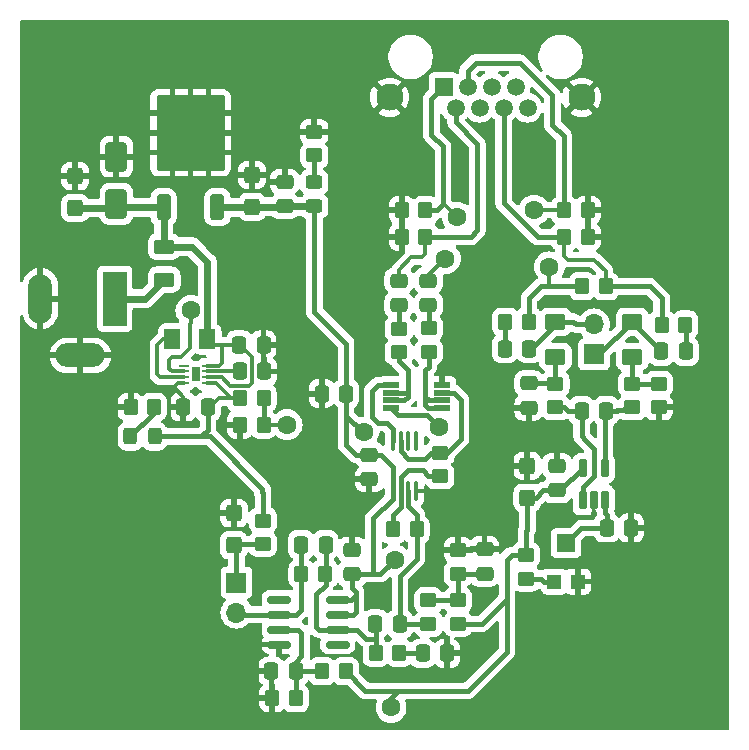
<source format=gbr>
%TF.GenerationSoftware,KiCad,Pcbnew,8.0.0*%
%TF.CreationDate,2024-10-07T21:47:18+03:00*%
%TF.ProjectId,laser_com_v1,6c617365-725f-4636-9f6d-5f76312e6b69,rev?*%
%TF.SameCoordinates,Original*%
%TF.FileFunction,Copper,L1,Top*%
%TF.FilePolarity,Positive*%
%FSLAX46Y46*%
G04 Gerber Fmt 4.6, Leading zero omitted, Abs format (unit mm)*
G04 Created by KiCad (PCBNEW 8.0.0) date 2024-10-07 21:47:18*
%MOMM*%
%LPD*%
G01*
G04 APERTURE LIST*
G04 Aperture macros list*
%AMRoundRect*
0 Rectangle with rounded corners*
0 $1 Rounding radius*
0 $2 $3 $4 $5 $6 $7 $8 $9 X,Y pos of 4 corners*
0 Add a 4 corners polygon primitive as box body*
4,1,4,$2,$3,$4,$5,$6,$7,$8,$9,$2,$3,0*
0 Add four circle primitives for the rounded corners*
1,1,$1+$1,$2,$3*
1,1,$1+$1,$4,$5*
1,1,$1+$1,$6,$7*
1,1,$1+$1,$8,$9*
0 Add four rect primitives between the rounded corners*
20,1,$1+$1,$2,$3,$4,$5,0*
20,1,$1+$1,$4,$5,$6,$7,0*
20,1,$1+$1,$6,$7,$8,$9,0*
20,1,$1+$1,$8,$9,$2,$3,0*%
G04 Aperture macros list end*
%TA.AperFunction,SMDPad,CuDef*%
%ADD10RoundRect,0.250000X-0.350000X-0.450000X0.350000X-0.450000X0.350000X0.450000X-0.350000X0.450000X0*%
%TD*%
%TA.AperFunction,ComponentPad*%
%ADD11R,1.700000X1.700000*%
%TD*%
%TA.AperFunction,ComponentPad*%
%ADD12O,1.700000X1.700000*%
%TD*%
%TA.AperFunction,SMDPad,CuDef*%
%ADD13RoundRect,0.250000X0.350000X0.450000X-0.350000X0.450000X-0.350000X-0.450000X0.350000X-0.450000X0*%
%TD*%
%TA.AperFunction,SMDPad,CuDef*%
%ADD14RoundRect,0.250000X-0.475000X0.337500X-0.475000X-0.337500X0.475000X-0.337500X0.475000X0.337500X0*%
%TD*%
%TA.AperFunction,SMDPad,CuDef*%
%ADD15RoundRect,0.250000X-0.337500X-0.475000X0.337500X-0.475000X0.337500X0.475000X-0.337500X0.475000X0*%
%TD*%
%TA.AperFunction,SMDPad,CuDef*%
%ADD16RoundRect,0.250000X0.337500X0.475000X-0.337500X0.475000X-0.337500X-0.475000X0.337500X-0.475000X0*%
%TD*%
%TA.AperFunction,SMDPad,CuDef*%
%ADD17RoundRect,0.250000X0.450000X-0.350000X0.450000X0.350000X-0.450000X0.350000X-0.450000X-0.350000X0*%
%TD*%
%TA.AperFunction,ComponentPad*%
%ADD18R,1.500000X1.500000*%
%TD*%
%TA.AperFunction,ComponentPad*%
%ADD19C,1.500000*%
%TD*%
%TA.AperFunction,ComponentPad*%
%ADD20C,2.300000*%
%TD*%
%TA.AperFunction,SMDPad,CuDef*%
%ADD21RoundRect,0.250000X0.650000X-1.000000X0.650000X1.000000X-0.650000X1.000000X-0.650000X-1.000000X0*%
%TD*%
%TA.AperFunction,SMDPad,CuDef*%
%ADD22RoundRect,0.150000X-0.825000X-0.150000X0.825000X-0.150000X0.825000X0.150000X-0.825000X0.150000X0*%
%TD*%
%TA.AperFunction,SMDPad,CuDef*%
%ADD23RoundRect,0.250000X-0.450000X0.350000X-0.450000X-0.350000X0.450000X-0.350000X0.450000X0.350000X0*%
%TD*%
%TA.AperFunction,SMDPad,CuDef*%
%ADD24RoundRect,0.250000X0.475000X-0.337500X0.475000X0.337500X-0.475000X0.337500X-0.475000X-0.337500X0*%
%TD*%
%TA.AperFunction,SMDPad,CuDef*%
%ADD25RoundRect,0.058750X0.651250X0.176250X-0.651250X0.176250X-0.651250X-0.176250X0.651250X-0.176250X0*%
%TD*%
%TA.AperFunction,SMDPad,CuDef*%
%ADD26RoundRect,0.250001X-0.624999X0.462499X-0.624999X-0.462499X0.624999X-0.462499X0.624999X0.462499X0*%
%TD*%
%TA.AperFunction,SMDPad,CuDef*%
%ADD27RoundRect,0.162500X0.162500X-0.617500X0.162500X0.617500X-0.162500X0.617500X-0.162500X-0.617500X0*%
%TD*%
%TA.AperFunction,ComponentPad*%
%ADD28R,2.000000X4.600000*%
%TD*%
%TA.AperFunction,ComponentPad*%
%ADD29O,2.000000X4.200000*%
%TD*%
%TA.AperFunction,ComponentPad*%
%ADD30O,4.200000X2.000000*%
%TD*%
%TA.AperFunction,SMDPad,CuDef*%
%ADD31RoundRect,0.250000X0.425000X-0.450000X0.425000X0.450000X-0.425000X0.450000X-0.425000X-0.450000X0*%
%TD*%
%TA.AperFunction,SMDPad,CuDef*%
%ADD32R,1.200000X1.200000*%
%TD*%
%TA.AperFunction,SMDPad,CuDef*%
%ADD33R,1.600000X1.500000*%
%TD*%
%TA.AperFunction,SMDPad,CuDef*%
%ADD34RoundRect,0.250001X0.462499X0.624999X-0.462499X0.624999X-0.462499X-0.624999X0.462499X-0.624999X0*%
%TD*%
%TA.AperFunction,SMDPad,CuDef*%
%ADD35RoundRect,0.062500X0.325000X0.062500X-0.325000X0.062500X-0.325000X-0.062500X0.325000X-0.062500X0*%
%TD*%
%TA.AperFunction,HeatsinkPad*%
%ADD36R,0.800000X1.200000*%
%TD*%
%TA.AperFunction,SMDPad,CuDef*%
%ADD37RoundRect,0.250001X0.624999X-0.462499X0.624999X0.462499X-0.624999X0.462499X-0.624999X-0.462499X0*%
%TD*%
%TA.AperFunction,SMDPad,CuDef*%
%ADD38RoundRect,0.100000X0.100000X-0.712500X0.100000X0.712500X-0.100000X0.712500X-0.100000X-0.712500X0*%
%TD*%
%TA.AperFunction,SMDPad,CuDef*%
%ADD39RoundRect,0.250000X-0.325000X-0.450000X0.325000X-0.450000X0.325000X0.450000X-0.325000X0.450000X0*%
%TD*%
%TA.AperFunction,SMDPad,CuDef*%
%ADD40RoundRect,0.250000X0.625000X-0.375000X0.625000X0.375000X-0.625000X0.375000X-0.625000X-0.375000X0*%
%TD*%
%TA.AperFunction,SMDPad,CuDef*%
%ADD41RoundRect,0.250000X0.350000X-0.850000X0.350000X0.850000X-0.350000X0.850000X-0.350000X-0.850000X0*%
%TD*%
%TA.AperFunction,SMDPad,CuDef*%
%ADD42RoundRect,0.250000X1.125000X-1.275000X1.125000X1.275000X-1.125000X1.275000X-1.125000X-1.275000X0*%
%TD*%
%TA.AperFunction,SMDPad,CuDef*%
%ADD43RoundRect,0.249997X2.650003X-2.950003X2.650003X2.950003X-2.650003X2.950003X-2.650003X-2.950003X0*%
%TD*%
%TA.AperFunction,SMDPad,CuDef*%
%ADD44RoundRect,0.250000X-0.450000X0.325000X-0.450000X-0.325000X0.450000X-0.325000X0.450000X0.325000X0*%
%TD*%
%TA.AperFunction,ViaPad*%
%ADD45C,4.200000*%
%TD*%
%TA.AperFunction,ViaPad*%
%ADD46C,1.600000*%
%TD*%
%TA.AperFunction,Conductor*%
%ADD47C,0.300000*%
%TD*%
%TA.AperFunction,Conductor*%
%ADD48C,0.600000*%
%TD*%
%TA.AperFunction,Conductor*%
%ADD49C,0.400000*%
%TD*%
G04 APERTURE END LIST*
D10*
%TO.P,R23,1*%
%TO.N,GND*%
X97503375Y-84416625D03*
%TO.P,R23,2*%
%TO.N,/TX+*%
X99503375Y-84416625D03*
%TD*%
D11*
%TO.P,LD1,1,K*%
%TO.N,Net-(LD1-K)*%
X113766470Y-96623530D03*
D12*
%TO.P,LD1,2,A*%
%TO.N,Net-(LD1-A)*%
X113766470Y-94083530D03*
%TD*%
D13*
%TO.P,R8,1*%
%TO.N,/RX-*%
X114766470Y-90848530D03*
%TO.P,R8,2*%
%TO.N,/RX+*%
X112766470Y-90848530D03*
%TD*%
D14*
%TO.P,C24,1*%
%TO.N,/TX-*%
X97262500Y-90362500D03*
%TO.P,C24,2*%
%TO.N,Net-(C24-Pad2)*%
X97262500Y-92437500D03*
%TD*%
D10*
%TO.P,R9,1*%
%TO.N,Net-(C9-Pad1)*%
X106266470Y-93848530D03*
%TO.P,R9,2*%
%TO.N,/RX+*%
X108266470Y-93848530D03*
%TD*%
D15*
%TO.P,C1,1*%
%TO.N,/REGULATOR/+12V*%
X83725875Y-95813375D03*
%TO.P,C1,2*%
%TO.N,GND*%
X85800875Y-95813375D03*
%TD*%
D13*
%TO.P,R20,1*%
%TO.N,Net-(U3--)*%
X98762500Y-111437500D03*
%TO.P,R20,2*%
%TO.N,Net-(U3-+)*%
X96762500Y-111437500D03*
%TD*%
D11*
%TO.P,D4,1,K*%
%TO.N,Net-(D4-K)*%
X83512500Y-115937500D03*
D12*
%TO.P,D4,2,A*%
%TO.N,Net-(D4-A)*%
X83512500Y-118477500D03*
%TD*%
D14*
%TO.P,C23,1*%
%TO.N,/TX+*%
X99762500Y-90362500D03*
%TO.P,C23,2*%
%TO.N,Net-(C23-Pad2)*%
X99762500Y-92437500D03*
%TD*%
D16*
%TO.P,C5,1*%
%TO.N,Net-(C5-Pad1)*%
X121553970Y-96348530D03*
%TO.P,C5,2*%
%TO.N,Net-(LD1-K)*%
X119478970Y-96348530D03*
%TD*%
D17*
%TO.P,R18,1*%
%TO.N,Net-(C20-Pad2)*%
X102262500Y-115187500D03*
%TO.P,R18,2*%
%TO.N,GND*%
X102262500Y-113187500D03*
%TD*%
D18*
%TO.P,J1,1*%
%TO.N,/TX+*%
X101043375Y-73956625D03*
D19*
%TO.P,J1,2*%
%TO.N,/TX-*%
X102059375Y-75736625D03*
%TO.P,J1,3*%
%TO.N,/RX+*%
X103075375Y-73956625D03*
%TO.P,J1,4*%
%TO.N,unconnected-(J1-Pad4)*%
X104091375Y-75736625D03*
%TO.P,J1,5*%
%TO.N,unconnected-(J1-Pad5)*%
X105107375Y-73956625D03*
%TO.P,J1,6*%
%TO.N,/RX-*%
X106123375Y-75736625D03*
%TO.P,J1,7*%
%TO.N,unconnected-(J1-Pad7)*%
X107139375Y-73956625D03*
%TO.P,J1,8*%
%TO.N,unconnected-(J1-Pad8)*%
X108155375Y-75736625D03*
D20*
%TO.P,J1,SH*%
%TO.N,GND*%
X96473375Y-74846625D03*
X112733375Y-74846625D03*
%TD*%
D17*
%TO.P,R10,1*%
%TO.N,Net-(C8-Pad1)*%
X110516470Y-101098530D03*
%TO.P,R10,2*%
%TO.N,Net-(C10-Pad2)*%
X110516470Y-99098530D03*
%TD*%
D13*
%TO.P,R14,1*%
%TO.N,Net-(U2-+)*%
X88550000Y-125725000D03*
%TO.P,R14,2*%
%TO.N,GND*%
X86550000Y-125725000D03*
%TD*%
D21*
%TO.P,D2,1,K*%
%TO.N,/REGULATOR/+12V*%
X73345000Y-83875000D03*
%TO.P,D2,2,A*%
%TO.N,GND*%
X73345000Y-79875000D03*
%TD*%
D22*
%TO.P,U2,1*%
%TO.N,N/C*%
X87127500Y-117372500D03*
%TO.P,U2,2,4*%
%TO.N,Net-(D4-A)*%
X87127500Y-118642500D03*
%TO.P,U2,3,+*%
%TO.N,Net-(U2-+)*%
X87127500Y-119912500D03*
%TO.P,U2,4,V-*%
%TO.N,GND*%
X87127500Y-121182500D03*
%TO.P,U2,5*%
%TO.N,N/C*%
X92077500Y-121182500D03*
%TO.P,U2,6*%
%TO.N,Net-(C16-Pad2)*%
X92077500Y-119912500D03*
%TO.P,U2,7,V+*%
%TO.N,/LASER DRIVER/+5V*%
X92077500Y-118642500D03*
%TO.P,U2,8,~{DIS}*%
X92077500Y-117372500D03*
%TD*%
D13*
%TO.P,R3,1*%
%TO.N,Net-(D1-K)*%
X76550875Y-101063375D03*
%TO.P,R3,2*%
%TO.N,GND*%
X74550875Y-101063375D03*
%TD*%
D23*
%TO.P,R4,1*%
%TO.N,/LASER DRIVER/+5V*%
X108016470Y-113598530D03*
%TO.P,R4,2*%
%TO.N,Net-(R4-Pad2)*%
X108016470Y-115598530D03*
%TD*%
D14*
%TO.P,C20,1*%
%TO.N,GND*%
X104512500Y-113112500D03*
%TO.P,C20,2*%
%TO.N,Net-(C20-Pad2)*%
X104512500Y-115187500D03*
%TD*%
D15*
%TO.P,C8,1*%
%TO.N,Net-(C8-Pad1)*%
X112728970Y-101386030D03*
%TO.P,C8,2*%
%TO.N,Net-(U1-V-)*%
X114803970Y-101386030D03*
%TD*%
D23*
%TO.P,R6,1*%
%TO.N,Net-(L2-Pad1)*%
X119266470Y-99098530D03*
%TO.P,R6,2*%
%TO.N,GND*%
X119266470Y-101098530D03*
%TD*%
D14*
%TO.P,C7,1*%
%TO.N,GND*%
X110641470Y-106061030D03*
%TO.P,C7,2*%
%TO.N,/LASER DRIVER/+5V*%
X110641470Y-108136030D03*
%TD*%
D24*
%TO.P,C21,1*%
%TO.N,GND*%
X94762500Y-107187500D03*
%TO.P,C21,2*%
%TO.N,/LASER DRIVER/+5V*%
X94762500Y-105112500D03*
%TD*%
D25*
%TO.P,U4,1*%
%TO.N,Net-(U4A--)*%
X100927500Y-101162500D03*
%TO.P,U4,2,-*%
X100927500Y-100512500D03*
%TO.P,U4,3,+*%
%TO.N,Net-(U3-Q)*%
X100927500Y-99862500D03*
%TO.P,U4,4,V-*%
%TO.N,GND*%
X100927500Y-99212500D03*
%TO.P,U4,5,+*%
%TO.N,Net-(U3-~{Q})*%
X96597500Y-99212500D03*
%TO.P,U4,6,-*%
%TO.N,Net-(U4B--)*%
X96597500Y-99862500D03*
%TO.P,U4,7*%
X96597500Y-100512500D03*
%TO.P,U4,8,V+*%
%TO.N,/LASER DRIVER/+5V*%
X96597500Y-101162500D03*
%TD*%
D26*
%TO.P,L3,1,1*%
%TO.N,Net-(LD1-A)*%
X110516470Y-93861030D03*
%TO.P,L3,2,2*%
%TO.N,Net-(C10-Pad2)*%
X110516470Y-96836030D03*
%TD*%
D27*
%TO.P,U1,1*%
%TO.N,Net-(C8-Pad1)*%
X112816470Y-108948530D03*
%TO.P,U1,2,V-*%
%TO.N,GND*%
X113766470Y-108948530D03*
%TO.P,U1,3,+*%
%TO.N,Net-(U1-+)*%
X114716470Y-108948530D03*
%TO.P,U1,4,-*%
%TO.N,Net-(U1-V-)*%
X114716470Y-106248530D03*
%TO.P,U1,5,V+*%
%TO.N,/LASER DRIVER/+5V*%
X112816470Y-106248530D03*
%TD*%
D13*
%TO.P,R2,1*%
%TO.N,Net-(U5-FB)*%
X85800875Y-102563375D03*
%TO.P,R2,2*%
%TO.N,GND*%
X83800875Y-102563375D03*
%TD*%
D16*
%TO.P,C19,1*%
%TO.N,Net-(U3--)*%
X97337500Y-119437500D03*
%TO.P,C19,2*%
%TO.N,Net-(C16-Pad2)*%
X95262500Y-119437500D03*
%TD*%
D17*
%TO.P,R25,1*%
%TO.N,Net-(U3-+)*%
X100762500Y-106937500D03*
%TO.P,R25,2*%
%TO.N,Net-(U3-Q)*%
X100762500Y-104937500D03*
%TD*%
D28*
%TO.P,J2,1*%
%TO.N,Net-(F1-Pad1)*%
X73200000Y-91900000D03*
D29*
%TO.P,J2,2*%
%TO.N,GND*%
X66900000Y-91900000D03*
D30*
%TO.P,J2,3*%
X70300000Y-96700000D03*
%TD*%
D31*
%TO.P,C11,1*%
%TO.N,/REGULATOR/+12V*%
X69845000Y-84225000D03*
%TO.P,C11,2*%
%TO.N,GND*%
X69845000Y-81525000D03*
%TD*%
D13*
%TO.P,R7,1*%
%TO.N,Net-(C5-Pad1)*%
X121516470Y-94098530D03*
%TO.P,R7,2*%
%TO.N,/RX-*%
X119516470Y-94098530D03*
%TD*%
D17*
%TO.P,R11,1*%
%TO.N,Net-(D3-K)*%
X90095000Y-79777500D03*
%TO.P,R11,2*%
%TO.N,GND*%
X90095000Y-77777500D03*
%TD*%
D24*
%TO.P,C13,1*%
%TO.N,/LASER DRIVER/+5V*%
X87595000Y-84062500D03*
%TO.P,C13,2*%
%TO.N,GND*%
X87595000Y-81987500D03*
%TD*%
D32*
%TO.P,RV1,1,1*%
%TO.N,Net-(R4-Pad2)*%
X110416470Y-115848530D03*
D33*
%TO.P,RV1,2,2*%
%TO.N,Net-(U1-+)*%
X111416470Y-112598530D03*
D32*
%TO.P,RV1,3,3*%
%TO.N,GND*%
X112416470Y-115848530D03*
%TD*%
D16*
%TO.P,C3,1*%
%TO.N,/fotodiode/+24V*%
X81088375Y-101063375D03*
%TO.P,C3,2*%
%TO.N,GND*%
X79013375Y-101063375D03*
%TD*%
%TO.P,C18,1*%
%TO.N,GND*%
X101337500Y-121937500D03*
%TO.P,C18,2*%
%TO.N,Net-(C18-Pad2)*%
X99262500Y-121937500D03*
%TD*%
D13*
%TO.P,R13,1*%
%TO.N,/LASER DRIVER/+5V*%
X92762500Y-123437500D03*
%TO.P,R13,2*%
%TO.N,Net-(U2-+)*%
X90762500Y-123437500D03*
%TD*%
D17*
%TO.P,R21,1*%
%TO.N,Net-(U4A--)*%
X99800000Y-96400000D03*
%TO.P,R21,2*%
%TO.N,Net-(C23-Pad2)*%
X99800000Y-94400000D03*
%TD*%
D16*
%TO.P,C4,1*%
%TO.N,GND*%
X116928970Y-111311030D03*
%TO.P,C4,2*%
%TO.N,Net-(U1-+)*%
X114853970Y-111311030D03*
%TD*%
D23*
%TO.P,R12,1*%
%TO.N,/fotodiode/+24V*%
X85762500Y-110687500D03*
%TO.P,R12,2*%
%TO.N,Net-(D4-K)*%
X85762500Y-112687500D03*
%TD*%
D34*
%TO.P,L1,1,1*%
%TO.N,/REGULATOR/+12V*%
X81038375Y-95313375D03*
%TO.P,L1,2,2*%
%TO.N,Net-(U5-SW)*%
X78063375Y-95313375D03*
%TD*%
D14*
%TO.P,C17,1*%
%TO.N,GND*%
X93262500Y-113150000D03*
%TO.P,C17,2*%
%TO.N,/LASER DRIVER/+5V*%
X93262500Y-115225000D03*
%TD*%
D13*
%TO.P,R15,1*%
%TO.N,Net-(C16-Pad2)*%
X91012500Y-115187500D03*
%TO.P,R15,2*%
%TO.N,Net-(D4-A)*%
X89012500Y-115187500D03*
%TD*%
D10*
%TO.P,R26,1*%
%TO.N,/RX-*%
X111253375Y-86666625D03*
%TO.P,R26,2*%
%TO.N,GND*%
X113253375Y-86666625D03*
%TD*%
D35*
%TO.P,U5,1,VOUT*%
%TO.N,/fotodiode/+24V*%
X81050875Y-99063375D03*
%TO.P,U5,2,VIN*%
%TO.N,/REGULATOR/+12V*%
X81050875Y-98563375D03*
%TO.P,U5,3,VDD*%
%TO.N,Net-(U5-VDD)*%
X81050875Y-98063375D03*
%TO.P,U5,4,EN*%
%TO.N,/REGULATOR/+12V*%
X81050875Y-97563375D03*
%TO.P,U5,5,SS*%
%TO.N,unconnected-(U5-SS-Pad5)*%
X79075875Y-97563375D03*
%TO.P,U5,6,FB*%
%TO.N,Net-(U5-FB)*%
X79075875Y-98063375D03*
%TO.P,U5,7,SW*%
%TO.N,Net-(U5-SW)*%
X79075875Y-98563375D03*
%TO.P,U5,8,PGND*%
%TO.N,GND*%
X79075875Y-99063375D03*
D36*
%TO.P,U5,9*%
%TO.N,N/C*%
X80063375Y-98313375D03*
%TD*%
D31*
%TO.P,C6,1*%
%TO.N,/LASER DRIVER/+5V*%
X108141470Y-108753530D03*
%TO.P,C6,2*%
%TO.N,GND*%
X108141470Y-106053530D03*
%TD*%
D37*
%TO.P,L2,1,1*%
%TO.N,Net-(L2-Pad1)*%
X117016470Y-96836030D03*
%TO.P,L2,2,2*%
%TO.N,Net-(LD1-K)*%
X117016470Y-93861030D03*
%TD*%
D38*
%TO.P,U3,1,V+*%
%TO.N,/LASER DRIVER/+5V*%
X96762500Y-108187500D03*
%TO.P,U3,2,+*%
%TO.N,Net-(U3-+)*%
X97412500Y-108187500D03*
%TO.P,U3,3,-*%
%TO.N,Net-(U3--)*%
X98062500Y-108187500D03*
%TO.P,U3,4,V-*%
%TO.N,GND*%
X98712500Y-108187500D03*
%TO.P,U3,5*%
%TO.N,N/C*%
X98712500Y-103962500D03*
%TO.P,U3,6*%
X98062500Y-103962500D03*
%TO.P,U3,7,Q*%
%TO.N,Net-(U3-Q)*%
X97412500Y-103962500D03*
%TO.P,U3,8,~{Q}*%
%TO.N,Net-(U3-~{Q})*%
X96762500Y-103962500D03*
%TD*%
D24*
%TO.P,C10,1*%
%TO.N,GND*%
X108266470Y-101136030D03*
%TO.P,C10,2*%
%TO.N,Net-(C10-Pad2)*%
X108266470Y-99061030D03*
%TD*%
D16*
%TO.P,C15,1*%
%TO.N,Net-(U2-+)*%
X88550000Y-123437500D03*
%TO.P,C15,2*%
%TO.N,GND*%
X86475000Y-123437500D03*
%TD*%
D17*
%TO.P,R22,1*%
%TO.N,Net-(U4B--)*%
X97262500Y-96437500D03*
%TO.P,R22,2*%
%TO.N,Net-(C24-Pad2)*%
X97262500Y-94437500D03*
%TD*%
D39*
%TO.P,D1,1,K*%
%TO.N,Net-(D1-K)*%
X74525875Y-103563375D03*
%TO.P,D1,2,A*%
%TO.N,/fotodiode/+24V*%
X76575875Y-103563375D03*
%TD*%
D31*
%TO.P,C14,1*%
%TO.N,Net-(D4-K)*%
X83285000Y-112765000D03*
%TO.P,C14,2*%
%TO.N,GND*%
X83285000Y-110065000D03*
%TD*%
D10*
%TO.P,R24,1*%
%TO.N,GND*%
X97503375Y-86666625D03*
%TO.P,R24,2*%
%TO.N,/TX-*%
X99503375Y-86666625D03*
%TD*%
D17*
%TO.P,R5,1*%
%TO.N,Net-(U1-V-)*%
X117016470Y-101098530D03*
%TO.P,R5,2*%
%TO.N,Net-(L2-Pad1)*%
X117016470Y-99098530D03*
%TD*%
D40*
%TO.P,F1,1*%
%TO.N,Net-(F1-Pad1)*%
X77400000Y-90300000D03*
%TO.P,F1,2*%
%TO.N,/REGULATOR/+12V*%
X77400000Y-87500000D03*
%TD*%
D15*
%TO.P,C9,1*%
%TO.N,Net-(C9-Pad1)*%
X106228970Y-96136030D03*
%TO.P,C9,2*%
%TO.N,Net-(LD1-A)*%
X108303970Y-96136030D03*
%TD*%
D10*
%TO.P,R27,1*%
%TO.N,/RX+*%
X111253375Y-84416625D03*
%TO.P,R27,2*%
%TO.N,GND*%
X113253375Y-84416625D03*
%TD*%
D41*
%TO.P,U6,1,IN*%
%TO.N,/REGULATOR/+12V*%
X77340000Y-84150000D03*
D42*
%TO.P,U6,2,GND*%
%TO.N,GND*%
X78095000Y-79525000D03*
X81145000Y-79525000D03*
D43*
X79620000Y-77850000D03*
D42*
X78095000Y-76175000D03*
X81145000Y-76175000D03*
D41*
%TO.P,U6,3,OUT*%
%TO.N,/LASER DRIVER/+5V*%
X81900000Y-84150000D03*
%TD*%
D10*
%TO.P,R16,1*%
%TO.N,Net-(C16-Pad2)*%
X95300000Y-121900000D03*
%TO.P,R16,2*%
%TO.N,Net-(C18-Pad2)*%
X97300000Y-121900000D03*
%TD*%
D15*
%TO.P,C16,1*%
%TO.N,Net-(D4-A)*%
X88975000Y-112725000D03*
%TO.P,C16,2*%
%TO.N,Net-(C16-Pad2)*%
X91050000Y-112725000D03*
%TD*%
%TO.P,C22,1*%
%TO.N,GND*%
X90725000Y-99937500D03*
%TO.P,C22,2*%
%TO.N,/LASER DRIVER/+5V*%
X92800000Y-99937500D03*
%TD*%
D44*
%TO.P,D3,1,K*%
%TO.N,Net-(D3-K)*%
X90095000Y-82025000D03*
%TO.P,D3,2,A*%
%TO.N,/LASER DRIVER/+5V*%
X90095000Y-84075000D03*
%TD*%
D31*
%TO.P,C12,1*%
%TO.N,/LASER DRIVER/+5V*%
X84845000Y-84125000D03*
%TO.P,C12,2*%
%TO.N,GND*%
X84845000Y-81425000D03*
%TD*%
D10*
%TO.P,R1,1*%
%TO.N,/fotodiode/+24V*%
X83800875Y-100313375D03*
%TO.P,R1,2*%
%TO.N,Net-(U5-FB)*%
X85800875Y-100313375D03*
%TD*%
D17*
%TO.P,R17,1*%
%TO.N,/LASER DRIVER/+5V*%
X102262500Y-119437500D03*
%TO.P,R17,2*%
%TO.N,Net-(C20-Pad2)*%
X102262500Y-117437500D03*
%TD*%
D15*
%TO.P,C2,1*%
%TO.N,Net-(U5-VDD)*%
X83800875Y-98063375D03*
%TO.P,C2,2*%
%TO.N,GND*%
X85875875Y-98063375D03*
%TD*%
D17*
%TO.P,R19,1*%
%TO.N,Net-(U3--)*%
X99762500Y-119437500D03*
%TO.P,R19,2*%
%TO.N,Net-(C20-Pad2)*%
X99762500Y-117437500D03*
%TD*%
D45*
%TO.N,GND*%
X122000000Y-125000000D03*
X69000000Y-72000000D03*
D46*
X78900000Y-107700000D03*
X108000000Y-123700000D03*
D45*
X122000000Y-72000000D03*
X69000000Y-125000000D03*
D46*
X118400000Y-88100000D03*
X89500000Y-107000000D03*
X105900000Y-90700000D03*
X104700000Y-121100000D03*
X104900000Y-104800000D03*
X118800000Y-107400000D03*
%TO.N,/LASER DRIVER/+5V*%
X94300000Y-103200000D03*
X100700000Y-102800000D03*
X96600000Y-126500000D03*
X96900000Y-114000000D03*
%TO.N,/TX+*%
X102200000Y-85000000D03*
X101200000Y-88500000D03*
%TO.N,/RX+*%
X110000000Y-89200000D03*
X108700000Y-84400000D03*
%TO.N,Net-(U5-FB)*%
X79650000Y-92900000D03*
X87800875Y-102563375D03*
%TD*%
D47*
%TO.N,/REGULATOR/+12V*%
X84600875Y-99263375D02*
X83000875Y-99263375D01*
X82300875Y-98563375D02*
X81050875Y-98563375D01*
X83800875Y-95813375D02*
X84800875Y-96813375D01*
D48*
X81038375Y-95313375D02*
X81038375Y-88788375D01*
D47*
X83725875Y-95813375D02*
X83800875Y-95813375D01*
D48*
X72995000Y-84225000D02*
X73345000Y-83875000D01*
D47*
X83725875Y-95813375D02*
X82300875Y-95813375D01*
X82300875Y-95813375D02*
X81538375Y-95813375D01*
X82300875Y-97313375D02*
X82300875Y-95813375D01*
D48*
X77345000Y-87375000D02*
X77340000Y-87370000D01*
X77340000Y-84150000D02*
X73620000Y-84150000D01*
X73620000Y-84150000D02*
X73345000Y-83875000D01*
D47*
X84800875Y-99063375D02*
X84600875Y-99263375D01*
D48*
X79750000Y-87500000D02*
X77400000Y-87500000D01*
D47*
X81050875Y-97563375D02*
X82050875Y-97563375D01*
X83000875Y-99263375D02*
X82300875Y-98563375D01*
D48*
X69845000Y-84225000D02*
X72995000Y-84225000D01*
X77340000Y-87370000D02*
X77340000Y-84150000D01*
D47*
X84800875Y-96813375D02*
X84800875Y-99063375D01*
X81538375Y-95813375D02*
X81038375Y-95313375D01*
D48*
X81038375Y-88788375D02*
X79750000Y-87500000D01*
D47*
X82050875Y-97563375D02*
X82300875Y-97313375D01*
%TO.N,GND*%
X78536625Y-99063375D02*
X78200000Y-99400000D01*
X79075875Y-99063375D02*
X78536625Y-99063375D01*
X79013375Y-100213375D02*
X79013375Y-101063375D01*
X78200000Y-99400000D02*
X79013375Y-100213375D01*
%TO.N,Net-(U5-VDD)*%
X83800875Y-98063375D02*
X81050875Y-98063375D01*
D49*
%TO.N,/fotodiode/+24V*%
X85700000Y-108000000D02*
X85700000Y-108300000D01*
D47*
X81088375Y-101063375D02*
X81300875Y-101063375D01*
D49*
X76575875Y-103563375D02*
X80200000Y-103563375D01*
X80200000Y-103563375D02*
X81263375Y-103563375D01*
D47*
X81300875Y-101063375D02*
X82050875Y-100313375D01*
D49*
X81088375Y-103011625D02*
X81088375Y-101063375D01*
D47*
X81050875Y-99063375D02*
X81800875Y-99063375D01*
D49*
X81263375Y-103563375D02*
X85700000Y-108000000D01*
X80536625Y-103563375D02*
X81088375Y-103011625D01*
X85700000Y-108300000D02*
X85762500Y-108362500D01*
X85762500Y-108362500D02*
X85762500Y-110687500D01*
D47*
X81800875Y-99063375D02*
X83050875Y-100313375D01*
X83050875Y-100313375D02*
X83800875Y-100313375D01*
D49*
X80200000Y-103563375D02*
X80536625Y-103563375D01*
D47*
X82050875Y-100313375D02*
X83050875Y-100313375D01*
D49*
%TO.N,Net-(U1-+)*%
X114853970Y-111311030D02*
X112703970Y-111311030D01*
X114716470Y-110048530D02*
X114853970Y-110186030D01*
X114716470Y-108948530D02*
X114716470Y-110048530D01*
X114853970Y-110186030D02*
X114853970Y-111311030D01*
X112703970Y-111311030D02*
X111416470Y-112598530D01*
%TO.N,Net-(C5-Pad1)*%
X121553970Y-96348530D02*
X121553970Y-94136030D01*
X121553970Y-94136030D02*
X121516470Y-94098530D01*
%TO.N,Net-(LD1-K)*%
X119478970Y-96348530D02*
X119478970Y-96323530D01*
X114241470Y-96623530D02*
X117003970Y-93861030D01*
X113766470Y-96623530D02*
X114241470Y-96623530D01*
X117003970Y-93861030D02*
X117016470Y-93861030D01*
X119478970Y-96323530D02*
X117016470Y-93861030D01*
%TO.N,/LASER DRIVER/+5V*%
X93357500Y-118642500D02*
X92077500Y-118642500D01*
X104262500Y-119437500D02*
X102262500Y-119437500D01*
X103100000Y-125100000D02*
X106400000Y-121800000D01*
X96762500Y-108187500D02*
X96762500Y-108837500D01*
X96600000Y-126500000D02*
X96600000Y-125700000D01*
X108141470Y-108753530D02*
X108141470Y-111473530D01*
X92800000Y-104300000D02*
X92800000Y-101800000D01*
X95100000Y-110500000D02*
X95100000Y-115225000D01*
X97200000Y-125100000D02*
X103100000Y-125100000D01*
X92800000Y-95700000D02*
X92800000Y-99937500D01*
X106400000Y-117000000D02*
X106400000Y-117300000D01*
D48*
X84820000Y-84150000D02*
X84845000Y-84125000D01*
D49*
X99662500Y-101762500D02*
X100700000Y-102800000D01*
D48*
X84845000Y-84125000D02*
X87532500Y-84125000D01*
D49*
X96900000Y-114000000D02*
X95675000Y-115225000D01*
X97197500Y-101762500D02*
X99662500Y-101762500D01*
X93612500Y-105112500D02*
X92800000Y-104300000D01*
X110641470Y-108136030D02*
X109478970Y-108136030D01*
X96762500Y-108837500D02*
X95100000Y-110500000D01*
X94762500Y-105112500D02*
X93612500Y-105112500D01*
X94200000Y-103200000D02*
X92800000Y-101800000D01*
X106400000Y-121800000D02*
X106400000Y-117000000D01*
X108141470Y-111473530D02*
X108016470Y-111598530D01*
X94762500Y-105112500D02*
X95712500Y-105112500D01*
X106400000Y-117300000D02*
X104262500Y-119437500D01*
X90095000Y-92995000D02*
X92800000Y-95700000D01*
X106400000Y-114000000D02*
X106400000Y-117000000D01*
X93227500Y-117372500D02*
X93600000Y-117000000D01*
X96762500Y-106162500D02*
X96762500Y-108187500D01*
X94300000Y-103200000D02*
X94200000Y-103200000D01*
X94425000Y-125100000D02*
X92762500Y-123437500D01*
X93600000Y-116700000D02*
X93262500Y-116362500D01*
X93600000Y-118400000D02*
X93357500Y-118642500D01*
X106801470Y-113598530D02*
X106400000Y-114000000D01*
X98500000Y-125100000D02*
X94425000Y-125100000D01*
D48*
X81900000Y-84150000D02*
X84820000Y-84150000D01*
D49*
X92077500Y-117372500D02*
X93227500Y-117372500D01*
X93262500Y-116362500D02*
X93262500Y-115225000D01*
X95712500Y-105112500D02*
X96762500Y-106162500D01*
X93600000Y-117000000D02*
X93600000Y-118400000D01*
X108861470Y-108753530D02*
X108141470Y-108753530D01*
X112816470Y-106248530D02*
X110928970Y-108136030D01*
X95675000Y-115225000D02*
X94700000Y-115225000D01*
D48*
X87595000Y-84062500D02*
X90082500Y-84062500D01*
D49*
X108016470Y-111598530D02*
X108016470Y-113598530D01*
X110928970Y-108136030D02*
X110641470Y-108136030D01*
X109478970Y-108136030D02*
X108861470Y-108753530D01*
X96597500Y-101162500D02*
X97197500Y-101762500D01*
X96600000Y-125700000D02*
X97200000Y-125100000D01*
D48*
X87532500Y-84125000D02*
X87595000Y-84062500D01*
D49*
X93262500Y-115225000D02*
X94700000Y-115225000D01*
X108016470Y-113598530D02*
X106801470Y-113598530D01*
X93600000Y-117000000D02*
X93600000Y-116700000D01*
X90095000Y-84075000D02*
X90095000Y-92995000D01*
X92800000Y-101800000D02*
X92800000Y-99937500D01*
D48*
X90082500Y-84062500D02*
X90095000Y-84075000D01*
D49*
%TO.N,Net-(C8-Pad1)*%
X112728970Y-103561030D02*
X113141470Y-103973530D01*
X112728970Y-101386030D02*
X112728970Y-103561030D01*
X112816470Y-107828528D02*
X113766470Y-106878528D01*
X113766470Y-106878528D02*
X113766470Y-106848530D01*
X113766470Y-105348530D02*
X113766470Y-104598530D01*
X110516470Y-101098530D02*
X111266470Y-101098530D01*
X113766470Y-106348530D02*
X113766470Y-105348530D01*
X113766470Y-106848530D02*
X113766470Y-106348530D01*
X111266470Y-101098530D02*
X111553970Y-101386030D01*
X113766470Y-104598530D02*
X113141470Y-103973530D01*
X111553970Y-101386030D02*
X112728970Y-101386030D01*
X112816470Y-108948530D02*
X112816470Y-107828528D01*
%TO.N,Net-(U1-V-)*%
X117016470Y-101098530D02*
X116516470Y-101098530D01*
X114716470Y-101473530D02*
X114803970Y-101386030D01*
X116266470Y-101348530D02*
X115766470Y-101348530D01*
X115728970Y-101386030D02*
X114803970Y-101386030D01*
X114716470Y-106248530D02*
X114716470Y-101473530D01*
X116516470Y-101098530D02*
X116266470Y-101348530D01*
X115766470Y-101348530D02*
X115728970Y-101386030D01*
%TO.N,Net-(LD1-A)*%
X112016470Y-93848530D02*
X112003970Y-93861030D01*
X108303970Y-96136030D02*
X108478970Y-96136030D01*
X112251470Y-94083530D02*
X112016470Y-93848530D01*
X112003970Y-93861030D02*
X110516470Y-93861030D01*
X113766470Y-94083530D02*
X112251470Y-94083530D01*
X108478970Y-96136030D02*
X110516470Y-94098530D01*
X110516470Y-94098530D02*
X110516470Y-93861030D01*
%TO.N,Net-(C9-Pad1)*%
X106228970Y-93886030D02*
X106266470Y-93848530D01*
X106228970Y-96136030D02*
X106228970Y-93886030D01*
%TO.N,Net-(C10-Pad2)*%
X108266470Y-99061030D02*
X110478970Y-99061030D01*
X110478970Y-99061030D02*
X110516470Y-99098530D01*
X110516470Y-99098530D02*
X110516470Y-96836030D01*
%TO.N,Net-(D4-K)*%
X83512500Y-115937500D02*
X83512500Y-112992500D01*
X85762500Y-112687500D02*
X83362500Y-112687500D01*
X83512500Y-112992500D02*
X83285000Y-112765000D01*
X83362500Y-112687500D02*
X83285000Y-112765000D01*
%TO.N,Net-(U2-+)*%
X88737500Y-119912500D02*
X87127500Y-119912500D01*
X90762500Y-123437500D02*
X88550000Y-123437500D01*
X88550000Y-125725000D02*
X88550000Y-123437500D01*
X88550000Y-122650000D02*
X89012500Y-122187500D01*
X88550000Y-123437500D02*
X88550000Y-122650000D01*
X89012500Y-122187500D02*
X89012500Y-120187500D01*
X89012500Y-120187500D02*
X88737500Y-119912500D01*
%TO.N,Net-(C16-Pad2)*%
X95300000Y-119475000D02*
X95262500Y-119437500D01*
X93737500Y-119912500D02*
X94512500Y-120687500D01*
X90487500Y-119912500D02*
X90262500Y-119687500D01*
X94512500Y-120687500D02*
X95300000Y-120687500D01*
X91050000Y-116150000D02*
X91050000Y-112725000D01*
X92077500Y-119912500D02*
X93737500Y-119912500D01*
X92077500Y-119912500D02*
X90487500Y-119912500D01*
X95300000Y-121900000D02*
X95300000Y-120687500D01*
X90262500Y-116937500D02*
X91050000Y-116150000D01*
X95300000Y-120687500D02*
X95300000Y-119475000D01*
X90262500Y-119687500D02*
X90262500Y-116937500D01*
%TO.N,Net-(D4-A)*%
X88975000Y-112725000D02*
X88975000Y-118225000D01*
X88975000Y-118225000D02*
X88557500Y-118642500D01*
X87127500Y-118642500D02*
X83677500Y-118642500D01*
X88557500Y-118642500D02*
X87127500Y-118642500D01*
X83677500Y-118642500D02*
X83512500Y-118477500D01*
%TO.N,Net-(C18-Pad2)*%
X99225000Y-121900000D02*
X99262500Y-121937500D01*
X97300000Y-121900000D02*
X99225000Y-121900000D01*
%TO.N,Net-(U3--)*%
X97337500Y-119437500D02*
X97337500Y-115362500D01*
X98062500Y-108187500D02*
X98062500Y-109487500D01*
X97337500Y-115362500D02*
X98762500Y-113937500D01*
X98062500Y-109487500D02*
X98762500Y-110187500D01*
X98762500Y-110187500D02*
X98762500Y-111437500D01*
X98762500Y-113937500D02*
X98762500Y-111437500D01*
X97337500Y-119437500D02*
X99762500Y-119437500D01*
%TO.N,Net-(C20-Pad2)*%
X99762500Y-117437500D02*
X102262500Y-117437500D01*
X102262500Y-115187500D02*
X104512500Y-115187500D01*
X102262500Y-117437500D02*
X102262500Y-115187500D01*
D47*
%TO.N,/TX+*%
X102200000Y-85000000D02*
X101116625Y-83916625D01*
X99762500Y-90362500D02*
X99762500Y-89937500D01*
X99762500Y-89937500D02*
X101200000Y-88500000D01*
D49*
X100003375Y-74996625D02*
X101043375Y-73956625D01*
X101003375Y-79003375D02*
X100003375Y-78003375D01*
X100003375Y-78003375D02*
X100003375Y-74996625D01*
X101003375Y-83916625D02*
X101003375Y-79003375D01*
D47*
X101116625Y-83916625D02*
X101003375Y-83916625D01*
D49*
X99503375Y-84416625D02*
X100503375Y-84416625D01*
X100503375Y-84416625D02*
X101003375Y-83916625D01*
%TO.N,Net-(C23-Pad2)*%
X99800000Y-94400000D02*
X99800000Y-92475000D01*
X99800000Y-92475000D02*
X99762500Y-92437500D01*
%TO.N,Net-(C24-Pad2)*%
X97262500Y-94437500D02*
X97262500Y-92437500D01*
%TO.N,/TX-*%
X102059375Y-76959375D02*
X102059375Y-75736625D01*
D47*
X97262500Y-90362500D02*
X97262500Y-89437500D01*
D49*
X99503375Y-86666625D02*
X103333375Y-86666625D01*
X103333375Y-86666625D02*
X103900000Y-86100000D01*
X103900000Y-86100000D02*
X103900000Y-78800000D01*
D47*
X99503375Y-88096625D02*
X99503375Y-86666625D01*
X99200000Y-88400000D02*
X99503375Y-88096625D01*
X98300000Y-88400000D02*
X99200000Y-88400000D01*
D49*
X103900000Y-78800000D02*
X102059375Y-76959375D01*
D47*
X97262500Y-89437500D02*
X98300000Y-88400000D01*
D49*
%TO.N,Net-(D1-K)*%
X76550875Y-101063375D02*
X76550875Y-101538375D01*
X76550875Y-101538375D02*
X74525875Y-103563375D01*
%TO.N,Net-(D3-K)*%
X90095000Y-79777500D02*
X90095000Y-82025000D01*
D48*
%TO.N,Net-(F1-Pad1)*%
X73200000Y-91900000D02*
X75800000Y-91900000D01*
X73850000Y-92550000D02*
X73200000Y-91900000D01*
X75800000Y-91900000D02*
X77400000Y-90300000D01*
D49*
%TO.N,/RX+*%
X110253375Y-77166625D02*
X111253375Y-78166625D01*
X108266470Y-93848530D02*
X108266470Y-91848530D01*
D47*
X108700000Y-84400000D02*
X111236750Y-84400000D01*
D49*
X103753375Y-71916625D02*
X107503375Y-71916625D01*
X103075375Y-73956625D02*
X103075375Y-72594625D01*
D47*
X110000000Y-90500000D02*
X110000000Y-89200000D01*
D49*
X109266470Y-90848530D02*
X110000000Y-90848530D01*
X103075375Y-72594625D02*
X103753375Y-71916625D01*
X110000000Y-90848530D02*
X112766470Y-90848530D01*
X111253375Y-78166625D02*
X111253375Y-84416625D01*
D47*
X111236750Y-84400000D02*
X111253375Y-84416625D01*
D49*
X107503375Y-71916625D02*
X110253375Y-74666625D01*
D47*
X110000000Y-90848530D02*
X110000000Y-90500000D01*
D49*
X110253375Y-74666625D02*
X110253375Y-77166625D01*
X108266470Y-91848530D02*
X109266470Y-90848530D01*
D47*
%TO.N,/RX-*%
X114766470Y-89566470D02*
X113800000Y-88600000D01*
D49*
X109003375Y-86666625D02*
X111253375Y-86666625D01*
X119516470Y-91848530D02*
X118516470Y-90848530D01*
D47*
X111253375Y-88253375D02*
X111253375Y-86666625D01*
D49*
X106123375Y-83786625D02*
X109003375Y-86666625D01*
X118516470Y-90848530D02*
X114766470Y-90848530D01*
D47*
X111600000Y-88600000D02*
X111253375Y-88253375D01*
X113800000Y-88600000D02*
X111600000Y-88600000D01*
X114766470Y-90848530D02*
X114766470Y-89566470D01*
D49*
X119516470Y-94098530D02*
X119516470Y-91848530D01*
X106123375Y-75736625D02*
X106123375Y-83786625D01*
D47*
%TO.N,Net-(U5-SW)*%
X76800875Y-95813375D02*
X77300875Y-95313375D01*
X77300875Y-95313375D02*
X78063375Y-95313375D01*
X77050875Y-98563375D02*
X76800875Y-98313375D01*
X79075875Y-98563375D02*
X77050875Y-98563375D01*
X76800875Y-98313375D02*
X76800875Y-95813375D01*
D49*
%TO.N,Net-(L2-Pad1)*%
X117016470Y-99098530D02*
X117016470Y-96836030D01*
X119266470Y-99098530D02*
X117016470Y-99098530D01*
%TO.N,Net-(U5-FB)*%
X85800875Y-102563375D02*
X85800875Y-100313375D01*
D47*
X79650000Y-93964250D02*
X79550875Y-94063375D01*
X77800875Y-97813375D02*
X78050875Y-98063375D01*
X79550875Y-96063375D02*
X78800875Y-96813375D01*
X77800875Y-97063375D02*
X77800875Y-97813375D01*
X79650000Y-92900000D02*
X79650000Y-93964250D01*
X78050875Y-96813375D02*
X77800875Y-97063375D01*
X79550875Y-94063375D02*
X79550875Y-96063375D01*
X78800875Y-96813375D02*
X78050875Y-96813375D01*
X78050875Y-98063375D02*
X79075875Y-98063375D01*
X87800875Y-102563375D02*
X85800875Y-102563375D01*
D49*
%TO.N,Net-(R4-Pad2)*%
X109516470Y-115848530D02*
X109266470Y-115598530D01*
X109266470Y-115598530D02*
X108016470Y-115598530D01*
X110416470Y-115848530D02*
X109516470Y-115848530D01*
%TO.N,Net-(U3-+)*%
X99762500Y-106937500D02*
X99262500Y-106437500D01*
X97412500Y-108187500D02*
X97412500Y-109537500D01*
X97412500Y-107037500D02*
X97412500Y-108187500D01*
X100762500Y-106937500D02*
X99762500Y-106937500D01*
X97412500Y-109537500D02*
X96762500Y-110187500D01*
X99262500Y-106437500D02*
X98012500Y-106437500D01*
X96762500Y-110187500D02*
X96762500Y-111437500D01*
X98012500Y-106437500D02*
X97412500Y-107037500D01*
%TO.N,Net-(U4A--)*%
X100927500Y-100512500D02*
X99837500Y-100512500D01*
X99837500Y-100512500D02*
X99512500Y-100187500D01*
X99512500Y-97937500D02*
X99800000Y-97650000D01*
X99512500Y-99937500D02*
X99512500Y-97937500D01*
X99512500Y-100187500D02*
X99512500Y-99937500D01*
X99512500Y-100937500D02*
X99512500Y-99937500D01*
X100927500Y-101162500D02*
X99737500Y-101162500D01*
X99800000Y-97650000D02*
X99800000Y-96400000D01*
X99737500Y-101162500D02*
X99512500Y-100937500D01*
%TO.N,Net-(U4B--)*%
X98012500Y-100187500D02*
X98012500Y-97937500D01*
X96597500Y-100512500D02*
X97687500Y-100512500D01*
X97262500Y-97187500D02*
X97262500Y-96437500D01*
X96597500Y-99862500D02*
X97837500Y-99862500D01*
X97687500Y-100512500D02*
X98012500Y-100187500D01*
X98012500Y-97937500D02*
X97262500Y-97187500D01*
X97837500Y-99862500D02*
X98012500Y-99687500D01*
%TO.N,Net-(U3-Q)*%
X100762500Y-104937500D02*
X100012500Y-104937500D01*
X98012500Y-105437500D02*
X97412500Y-104837500D01*
X97412500Y-104837500D02*
X97412500Y-103962500D01*
X101937500Y-99862500D02*
X102512500Y-100437500D01*
X100927500Y-99862500D02*
X101937500Y-99862500D01*
X102512500Y-103787500D02*
X101362500Y-104937500D01*
X99512500Y-105437500D02*
X98012500Y-105437500D01*
X101362500Y-104937500D02*
X100762500Y-104937500D01*
X102512500Y-100437500D02*
X102512500Y-103787500D01*
X100012500Y-104937500D02*
X99512500Y-105437500D01*
%TO.N,Net-(U3-~{Q})*%
X96762500Y-103962500D02*
X96762500Y-102937500D01*
X96262500Y-102437500D02*
X95512500Y-102437500D01*
X95012500Y-101937500D02*
X95012500Y-99687500D01*
X95487500Y-99212500D02*
X96597500Y-99212500D01*
X95512500Y-102437500D02*
X95012500Y-101937500D01*
X95012500Y-99687500D02*
X95487500Y-99212500D01*
X96762500Y-102937500D02*
X96262500Y-102437500D01*
%TD*%
%TA.AperFunction,Conductor*%
%TO.N,GND*%
G36*
X105618833Y-119174336D02*
G01*
X105674767Y-119216207D01*
X105699184Y-119281672D01*
X105699500Y-119290518D01*
X105699500Y-121458481D01*
X105679815Y-121525520D01*
X105663181Y-121546162D01*
X102846162Y-124363181D01*
X102784839Y-124396666D01*
X102758481Y-124399500D01*
X94766519Y-124399500D01*
X94699480Y-124379815D01*
X94678838Y-124363181D01*
X93899318Y-123583661D01*
X93865833Y-123522338D01*
X93862999Y-123495980D01*
X93862999Y-122937498D01*
X93862998Y-122937481D01*
X93852499Y-122834703D01*
X93852498Y-122834700D01*
X93847182Y-122818657D01*
X93797314Y-122668166D01*
X93705212Y-122518844D01*
X93581156Y-122394788D01*
X93488388Y-122337569D01*
X93431836Y-122302687D01*
X93431831Y-122302685D01*
X93430362Y-122302198D01*
X93265297Y-122247501D01*
X93265295Y-122247500D01*
X93162510Y-122237000D01*
X92362498Y-122237000D01*
X92362480Y-122237001D01*
X92259703Y-122247500D01*
X92259700Y-122247501D01*
X92093168Y-122302685D01*
X92093163Y-122302687D01*
X91943842Y-122394789D01*
X91850181Y-122488451D01*
X91788858Y-122521936D01*
X91719166Y-122516952D01*
X91674819Y-122488451D01*
X91581157Y-122394789D01*
X91581156Y-122394788D01*
X91488388Y-122337569D01*
X91431836Y-122302687D01*
X91431831Y-122302685D01*
X91430362Y-122302198D01*
X91265297Y-122247501D01*
X91265295Y-122247500D01*
X91162510Y-122237000D01*
X90362498Y-122237000D01*
X90362480Y-122237001D01*
X90259703Y-122247500D01*
X90259700Y-122247501D01*
X90093168Y-122302685D01*
X90093163Y-122302687D01*
X89943842Y-122394789D01*
X89910386Y-122428245D01*
X89849063Y-122461730D01*
X89779371Y-122456744D01*
X89723438Y-122414872D01*
X89699022Y-122349407D01*
X89701088Y-122316375D01*
X89713000Y-122256494D01*
X89713000Y-122118506D01*
X89713000Y-120428019D01*
X89732685Y-120360980D01*
X89785489Y-120315225D01*
X89854647Y-120305281D01*
X89918203Y-120334306D01*
X89924667Y-120340324D01*
X90040957Y-120456614D01*
X90122225Y-120510915D01*
X90155692Y-120533277D01*
X90283167Y-120586078D01*
X90283172Y-120586080D01*
X90283176Y-120586080D01*
X90283177Y-120586081D01*
X90418503Y-120613000D01*
X90418506Y-120613000D01*
X90418507Y-120613000D01*
X90531827Y-120613000D01*
X90598866Y-120632685D01*
X90644621Y-120685489D01*
X90654565Y-120754647D01*
X90650903Y-120771595D01*
X90604902Y-120929926D01*
X90604901Y-120929932D01*
X90602000Y-120966798D01*
X90602000Y-121398201D01*
X90604901Y-121435067D01*
X90604902Y-121435073D01*
X90650754Y-121592893D01*
X90650755Y-121592896D01*
X90734417Y-121734362D01*
X90734423Y-121734370D01*
X90850629Y-121850576D01*
X90850633Y-121850579D01*
X90850635Y-121850581D01*
X90992102Y-121934244D01*
X91033724Y-121946336D01*
X91149926Y-121980097D01*
X91149929Y-121980097D01*
X91149931Y-121980098D01*
X91186806Y-121983000D01*
X91186814Y-121983000D01*
X92968186Y-121983000D01*
X92968194Y-121983000D01*
X93005069Y-121980098D01*
X93005071Y-121980097D01*
X93005073Y-121980097D01*
X93046691Y-121968005D01*
X93162898Y-121934244D01*
X93304365Y-121850581D01*
X93420581Y-121734365D01*
X93504244Y-121592898D01*
X93550098Y-121435069D01*
X93553000Y-121398194D01*
X93553000Y-121018019D01*
X93572685Y-120950980D01*
X93625489Y-120905225D01*
X93694647Y-120895281D01*
X93758203Y-120924306D01*
X93764681Y-120930338D01*
X94065953Y-121231611D01*
X94065954Y-121231612D01*
X94145016Y-121284439D01*
X94189822Y-121338052D01*
X94198966Y-121396799D01*
X94199661Y-121396835D01*
X94199500Y-121399997D01*
X94199500Y-122400001D01*
X94199501Y-122400019D01*
X94210000Y-122502796D01*
X94210001Y-122502799D01*
X94250894Y-122626204D01*
X94265186Y-122669334D01*
X94357288Y-122818656D01*
X94481344Y-122942712D01*
X94630666Y-123034814D01*
X94797203Y-123089999D01*
X94899991Y-123100500D01*
X95700008Y-123100499D01*
X95700016Y-123100498D01*
X95700019Y-123100498D01*
X95756302Y-123094748D01*
X95802797Y-123089999D01*
X95969334Y-123034814D01*
X96118656Y-122942712D01*
X96212319Y-122849049D01*
X96273642Y-122815564D01*
X96343334Y-122820548D01*
X96387681Y-122849049D01*
X96481344Y-122942712D01*
X96630666Y-123034814D01*
X96797203Y-123089999D01*
X96899991Y-123100500D01*
X97700008Y-123100499D01*
X97700016Y-123100498D01*
X97700019Y-123100498D01*
X97756302Y-123094748D01*
X97802797Y-123089999D01*
X97969334Y-123034814D01*
X98118656Y-122942712D01*
X98168569Y-122892799D01*
X98229892Y-122859314D01*
X98299584Y-122864298D01*
X98343931Y-122892799D01*
X98456344Y-123005212D01*
X98605666Y-123097314D01*
X98772203Y-123152499D01*
X98874991Y-123163000D01*
X99650008Y-123162999D01*
X99650016Y-123162998D01*
X99650019Y-123162998D01*
X99706302Y-123157248D01*
X99752797Y-123152499D01*
X99919334Y-123097314D01*
X100068656Y-123005212D01*
X100192712Y-122881156D01*
X100194752Y-122877847D01*
X100196745Y-122876055D01*
X100197193Y-122875489D01*
X100197289Y-122875565D01*
X100246694Y-122831123D01*
X100315656Y-122819895D01*
X100379740Y-122847734D01*
X100405829Y-122877839D01*
X100407681Y-122880841D01*
X100407683Y-122880844D01*
X100531654Y-123004815D01*
X100680875Y-123096856D01*
X100680880Y-123096858D01*
X100847302Y-123152005D01*
X100847309Y-123152006D01*
X100950019Y-123162499D01*
X101087499Y-123162499D01*
X101087500Y-123162498D01*
X101087500Y-122187500D01*
X101587500Y-122187500D01*
X101587500Y-123162499D01*
X101724972Y-123162499D01*
X101724986Y-123162498D01*
X101827697Y-123152005D01*
X101994119Y-123096858D01*
X101994124Y-123096856D01*
X102143345Y-123004815D01*
X102267315Y-122880845D01*
X102359356Y-122731624D01*
X102359358Y-122731619D01*
X102414505Y-122565197D01*
X102414506Y-122565190D01*
X102424999Y-122462486D01*
X102425000Y-122462473D01*
X102425000Y-122187500D01*
X101587500Y-122187500D01*
X101087500Y-122187500D01*
X101087500Y-120712500D01*
X100950027Y-120712500D01*
X100950012Y-120712501D01*
X100847302Y-120722994D01*
X100680880Y-120778141D01*
X100680875Y-120778143D01*
X100531654Y-120870184D01*
X100407683Y-120994155D01*
X100407679Y-120994160D01*
X100405826Y-120997165D01*
X100404018Y-120998790D01*
X100403202Y-120999823D01*
X100403025Y-120999683D01*
X100353874Y-121043885D01*
X100284911Y-121055101D01*
X100220831Y-121027252D01*
X100194753Y-120997153D01*
X100194737Y-120997128D01*
X100192712Y-120993844D01*
X100068656Y-120869788D01*
X99975888Y-120812569D01*
X99919336Y-120777687D01*
X99912791Y-120774636D01*
X99914086Y-120771858D01*
X99867966Y-120739913D01*
X99841155Y-120675392D01*
X99853484Y-120606619D01*
X99901037Y-120555428D01*
X99964428Y-120537999D01*
X100262508Y-120537999D01*
X100262516Y-120537998D01*
X100262519Y-120537998D01*
X100320158Y-120532110D01*
X100365297Y-120527499D01*
X100531834Y-120472314D01*
X100681156Y-120380212D01*
X100805212Y-120256156D01*
X100897314Y-120106834D01*
X100897317Y-120106822D01*
X100900115Y-120100825D01*
X100946285Y-120048384D01*
X101013477Y-120029228D01*
X101080359Y-120049440D01*
X101124885Y-120100825D01*
X101127684Y-120106830D01*
X101127686Y-120106834D01*
X101219788Y-120256156D01*
X101343844Y-120380212D01*
X101493166Y-120472314D01*
X101553597Y-120492339D01*
X101611041Y-120532110D01*
X101637865Y-120596626D01*
X101625550Y-120665402D01*
X101602275Y-120697724D01*
X101587500Y-120712499D01*
X101587500Y-121687500D01*
X102424999Y-121687500D01*
X102424999Y-121412528D01*
X102424998Y-121412513D01*
X102414505Y-121309802D01*
X102359358Y-121143380D01*
X102359356Y-121143375D01*
X102267315Y-120994154D01*
X102143345Y-120870184D01*
X101994124Y-120778143D01*
X101987579Y-120775092D01*
X101988698Y-120772690D01*
X101941377Y-120739911D01*
X101914568Y-120675389D01*
X101926898Y-120606616D01*
X101974453Y-120555426D01*
X102037840Y-120537999D01*
X102762508Y-120537999D01*
X102762516Y-120537998D01*
X102762519Y-120537998D01*
X102820158Y-120532110D01*
X102865297Y-120527499D01*
X103031834Y-120472314D01*
X103181156Y-120380212D01*
X103305212Y-120256156D01*
X103341759Y-120196902D01*
X103393707Y-120150179D01*
X103447298Y-120138000D01*
X104331496Y-120138000D01*
X104422540Y-120119889D01*
X104466828Y-120111080D01*
X104530569Y-120084677D01*
X104594307Y-120058277D01*
X104594308Y-120058276D01*
X104594311Y-120058275D01*
X104709043Y-119981614D01*
X105487819Y-119202836D01*
X105549142Y-119169352D01*
X105618833Y-119174336D01*
G37*
%TD.AperFunction*%
%TA.AperFunction,Conductor*%
G36*
X105150709Y-76548280D02*
G01*
X105195056Y-76576781D01*
X105316498Y-76698223D01*
X105362004Y-76730087D01*
X105369998Y-76735684D01*
X105413623Y-76790260D01*
X105422875Y-76837259D01*
X105422875Y-83717631D01*
X105422875Y-83855619D01*
X105422875Y-83855621D01*
X105422874Y-83855621D01*
X105449793Y-83990947D01*
X105449796Y-83990957D01*
X105502597Y-84118432D01*
X105579262Y-84233170D01*
X108556829Y-87210737D01*
X108671567Y-87287402D01*
X108799042Y-87340203D01*
X108799047Y-87340205D01*
X108799051Y-87340205D01*
X108799052Y-87340206D01*
X108934378Y-87367125D01*
X108934381Y-87367125D01*
X108934382Y-87367125D01*
X110107467Y-87367125D01*
X110174506Y-87386810D01*
X110213011Y-87430896D01*
X110214770Y-87429812D01*
X110218560Y-87435957D01*
X110218561Y-87435959D01*
X110310663Y-87585281D01*
X110434719Y-87709337D01*
X110451945Y-87719962D01*
X110461700Y-87725979D01*
X110508425Y-87777927D01*
X110519648Y-87846889D01*
X110491804Y-87910972D01*
X110433736Y-87949828D01*
X110364511Y-87951293D01*
X110226697Y-87914366D01*
X110226693Y-87914365D01*
X110226692Y-87914365D01*
X110226691Y-87914364D01*
X110226686Y-87914364D01*
X110000002Y-87894532D01*
X109999998Y-87894532D01*
X109773313Y-87914364D01*
X109773302Y-87914366D01*
X109553511Y-87973258D01*
X109553502Y-87973261D01*
X109347267Y-88069431D01*
X109347265Y-88069432D01*
X109160858Y-88199954D01*
X108999954Y-88360858D01*
X108869432Y-88547265D01*
X108869431Y-88547267D01*
X108773261Y-88753502D01*
X108773258Y-88753511D01*
X108714366Y-88973302D01*
X108714364Y-88973313D01*
X108694532Y-89199998D01*
X108694532Y-89200001D01*
X108714364Y-89426686D01*
X108714366Y-89426697D01*
X108773258Y-89646488D01*
X108773261Y-89646497D01*
X108869431Y-89852732D01*
X108869432Y-89852734D01*
X108999032Y-90037824D01*
X109021359Y-90104030D01*
X109004349Y-90171798D01*
X108953400Y-90219610D01*
X108944914Y-90223506D01*
X108934663Y-90227752D01*
X108819924Y-90304417D01*
X107722357Y-91401984D01*
X107677376Y-91469305D01*
X107661535Y-91493012D01*
X107645695Y-91516718D01*
X107645691Y-91516725D01*
X107592891Y-91644197D01*
X107592888Y-91644207D01*
X107565970Y-91779534D01*
X107565970Y-92663731D01*
X107546285Y-92730770D01*
X107507068Y-92769269D01*
X107447814Y-92805817D01*
X107447813Y-92805818D01*
X107354151Y-92899481D01*
X107292828Y-92932966D01*
X107223136Y-92927982D01*
X107178789Y-92899481D01*
X107085127Y-92805819D01*
X107085126Y-92805818D01*
X106935804Y-92713716D01*
X106769267Y-92658531D01*
X106769265Y-92658530D01*
X106666480Y-92648030D01*
X105866468Y-92648030D01*
X105866450Y-92648031D01*
X105763673Y-92658530D01*
X105763670Y-92658531D01*
X105597138Y-92713715D01*
X105597133Y-92713717D01*
X105447812Y-92805819D01*
X105323759Y-92929872D01*
X105231657Y-93079193D01*
X105231655Y-93079198D01*
X105209442Y-93146233D01*
X105176471Y-93245733D01*
X105176471Y-93245734D01*
X105176470Y-93245734D01*
X105165970Y-93348513D01*
X105165970Y-94348531D01*
X105165971Y-94348549D01*
X105176470Y-94451326D01*
X105176471Y-94451329D01*
X105231655Y-94617861D01*
X105231657Y-94617866D01*
X105253955Y-94654016D01*
X105320161Y-94761355D01*
X105323759Y-94767187D01*
X105437135Y-94880563D01*
X105470620Y-94941886D01*
X105465636Y-95011578D01*
X105426367Y-95065509D01*
X105422811Y-95068320D01*
X105298759Y-95192372D01*
X105206657Y-95341693D01*
X105206655Y-95341698D01*
X105181429Y-95417827D01*
X105151471Y-95508233D01*
X105151471Y-95508234D01*
X105151470Y-95508234D01*
X105140970Y-95611013D01*
X105140970Y-96661031D01*
X105140971Y-96661049D01*
X105151470Y-96763826D01*
X105151471Y-96763829D01*
X105206655Y-96930361D01*
X105206657Y-96930366D01*
X105220225Y-96952363D01*
X105298758Y-97079686D01*
X105422814Y-97203742D01*
X105572136Y-97295844D01*
X105738673Y-97351029D01*
X105841461Y-97361530D01*
X106616478Y-97361529D01*
X106616486Y-97361528D01*
X106616489Y-97361528D01*
X106686776Y-97354348D01*
X106719267Y-97351029D01*
X106885804Y-97295844D01*
X107035126Y-97203742D01*
X107159182Y-97079686D01*
X107160931Y-97076849D01*
X107162639Y-97075313D01*
X107163663Y-97074019D01*
X107163884Y-97074193D01*
X107212876Y-97030126D01*
X107281838Y-97018902D01*
X107345921Y-97046743D01*
X107372007Y-97076847D01*
X107373758Y-97079686D01*
X107497814Y-97203742D01*
X107647136Y-97295844D01*
X107813673Y-97351029D01*
X107916461Y-97361530D01*
X108691478Y-97361529D01*
X108691486Y-97361528D01*
X108691489Y-97361528D01*
X108761776Y-97354348D01*
X108794267Y-97351029D01*
X108960804Y-97295844D01*
X108960813Y-97295838D01*
X108967352Y-97292790D01*
X108968435Y-97295112D01*
X109024219Y-97279826D01*
X109090890Y-97300723D01*
X109135680Y-97354348D01*
X109145328Y-97391202D01*
X109151470Y-97451325D01*
X109151471Y-97451327D01*
X109160109Y-97477395D01*
X109206656Y-97617865D01*
X109206657Y-97617867D01*
X109298756Y-97767181D01*
X109298759Y-97767185D01*
X109422814Y-97891240D01*
X109422818Y-97891243D01*
X109561218Y-97976610D01*
X109607943Y-98028558D01*
X109619164Y-98097520D01*
X109591321Y-98161602D01*
X109583803Y-98169829D01*
X109504149Y-98249482D01*
X109442829Y-98282966D01*
X109373137Y-98277982D01*
X109328789Y-98249481D01*
X109210127Y-98130819D01*
X109210126Y-98130818D01*
X109060804Y-98038716D01*
X108894267Y-97983531D01*
X108894265Y-97983530D01*
X108791480Y-97973030D01*
X107741468Y-97973030D01*
X107741450Y-97973031D01*
X107638673Y-97983530D01*
X107638670Y-97983531D01*
X107472138Y-98038715D01*
X107472133Y-98038717D01*
X107322812Y-98130819D01*
X107198759Y-98254872D01*
X107106657Y-98404193D01*
X107106656Y-98404196D01*
X107051471Y-98570733D01*
X107051471Y-98570734D01*
X107051470Y-98570734D01*
X107040970Y-98673513D01*
X107040970Y-99448531D01*
X107040971Y-99448549D01*
X107051470Y-99551326D01*
X107051471Y-99551329D01*
X107104241Y-99710575D01*
X107106656Y-99717864D01*
X107198758Y-99867186D01*
X107322814Y-99991242D01*
X107326098Y-99993267D01*
X107326123Y-99993283D01*
X107327915Y-99995276D01*
X107328481Y-99995723D01*
X107328404Y-99995819D01*
X107372849Y-100045229D01*
X107384073Y-100114191D01*
X107356231Y-100178274D01*
X107326135Y-100204356D01*
X107323130Y-100206209D01*
X107323125Y-100206213D01*
X107199154Y-100330184D01*
X107107113Y-100479405D01*
X107107111Y-100479410D01*
X107051964Y-100645832D01*
X107051963Y-100645839D01*
X107041470Y-100748543D01*
X107041470Y-100886030D01*
X108392470Y-100886030D01*
X108459509Y-100905715D01*
X108505264Y-100958519D01*
X108516470Y-101010030D01*
X108516470Y-102223529D01*
X108791442Y-102223529D01*
X108791456Y-102223528D01*
X108894167Y-102213035D01*
X109060589Y-102157888D01*
X109060594Y-102157886D01*
X109209812Y-102065847D01*
X109328434Y-101947225D01*
X109389757Y-101913740D01*
X109459449Y-101918724D01*
X109503797Y-101947225D01*
X109597814Y-102041242D01*
X109747136Y-102133344D01*
X109913673Y-102188529D01*
X110016461Y-102199030D01*
X111016478Y-102199029D01*
X111016486Y-102199028D01*
X111016489Y-102199028D01*
X111072772Y-102193278D01*
X111119267Y-102188529D01*
X111285804Y-102133344D01*
X111350278Y-102093575D01*
X111417668Y-102075135D01*
X111439564Y-102077496D01*
X111462473Y-102082053D01*
X111484976Y-102086530D01*
X111484977Y-102086530D01*
X111586021Y-102086530D01*
X111653060Y-102106215D01*
X111698815Y-102159019D01*
X111703726Y-102171523D01*
X111706656Y-102180364D01*
X111798758Y-102329686D01*
X111922814Y-102453742D01*
X111969566Y-102482578D01*
X112016290Y-102534524D01*
X112028470Y-102588117D01*
X112028470Y-103492036D01*
X112028470Y-103630024D01*
X112028470Y-103630026D01*
X112028469Y-103630026D01*
X112055388Y-103765352D01*
X112055391Y-103765362D01*
X112108192Y-103892837D01*
X112184857Y-104007575D01*
X112184858Y-104007576D01*
X112393404Y-104216121D01*
X112597356Y-104420073D01*
X112809094Y-104631811D01*
X112933633Y-104756349D01*
X112967118Y-104817672D01*
X112962134Y-104887363D01*
X112920263Y-104943297D01*
X112854798Y-104967714D01*
X112845952Y-104968030D01*
X112600371Y-104968030D01*
X112533587Y-104974098D01*
X112533576Y-104974101D01*
X112379871Y-105021997D01*
X112242078Y-105105296D01*
X112128236Y-105219138D01*
X112044938Y-105356929D01*
X112033622Y-105393244D01*
X111994883Y-105451391D01*
X111930858Y-105479364D01*
X111861873Y-105468282D01*
X111809830Y-105421662D01*
X111802851Y-105408749D01*
X111800826Y-105404405D01*
X111708785Y-105255184D01*
X111584815Y-105131214D01*
X111435594Y-105039173D01*
X111435589Y-105039171D01*
X111269167Y-104984024D01*
X111269160Y-104984023D01*
X111166456Y-104973530D01*
X110891470Y-104973530D01*
X110891470Y-106187030D01*
X110871785Y-106254069D01*
X110818981Y-106299824D01*
X110767470Y-106311030D01*
X110515470Y-106311030D01*
X110448431Y-106291345D01*
X110402676Y-106238541D01*
X110391470Y-106187030D01*
X110391470Y-104973530D01*
X110116499Y-104973530D01*
X110116482Y-104973531D01*
X110013772Y-104984024D01*
X109847350Y-105039171D01*
X109847345Y-105039173D01*
X109698124Y-105131214D01*
X109574153Y-105255185D01*
X109574150Y-105255189D01*
X109497124Y-105380068D01*
X109445176Y-105426793D01*
X109376214Y-105438014D01*
X109312132Y-105410171D01*
X109273880Y-105353975D01*
X109250828Y-105284410D01*
X109250826Y-105284405D01*
X109158785Y-105135184D01*
X109034815Y-105011214D01*
X108885594Y-104919173D01*
X108885589Y-104919171D01*
X108719167Y-104864024D01*
X108719160Y-104864023D01*
X108616456Y-104853530D01*
X108391470Y-104853530D01*
X108391470Y-107253529D01*
X108616442Y-107253529D01*
X108616456Y-107253528D01*
X108719167Y-107243035D01*
X108885589Y-107187888D01*
X108885594Y-107187886D01*
X109034815Y-107095845D01*
X109158785Y-106971875D01*
X109250826Y-106822654D01*
X109250830Y-106822645D01*
X109270646Y-106762843D01*
X109310417Y-106705397D01*
X109374933Y-106678573D01*
X109443709Y-106690887D01*
X109493891Y-106736748D01*
X109574154Y-106866875D01*
X109698125Y-106990846D01*
X109698129Y-106990849D01*
X109701126Y-106992698D01*
X109702749Y-106994502D01*
X109703793Y-106995328D01*
X109703651Y-106995506D01*
X109747851Y-107044646D01*
X109759072Y-107113609D01*
X109731229Y-107177691D01*
X109701131Y-107203771D01*
X109697819Y-107205813D01*
X109697813Y-107205818D01*
X109573759Y-107329872D01*
X109544921Y-107376627D01*
X109492973Y-107423351D01*
X109439382Y-107435530D01*
X109409974Y-107435530D01*
X109274647Y-107462448D01*
X109274637Y-107462451D01*
X109147161Y-107515253D01*
X109032427Y-107591915D01*
X109032426Y-107591916D01*
X109028911Y-107595432D01*
X108967585Y-107628913D01*
X108897894Y-107623924D01*
X108888835Y-107620129D01*
X108885809Y-107618718D01*
X108885805Y-107618716D01*
X108885804Y-107618716D01*
X108719267Y-107563531D01*
X108719265Y-107563530D01*
X108616480Y-107553030D01*
X107666468Y-107553030D01*
X107666450Y-107553031D01*
X107563673Y-107563530D01*
X107563670Y-107563531D01*
X107397138Y-107618715D01*
X107397133Y-107618717D01*
X107247812Y-107710819D01*
X107123759Y-107834872D01*
X107031657Y-107984193D01*
X107031655Y-107984198D01*
X107007555Y-108056928D01*
X106976471Y-108150733D01*
X106976471Y-108150734D01*
X106976470Y-108150734D01*
X106965970Y-108253513D01*
X106965970Y-109253531D01*
X106965971Y-109253549D01*
X106976470Y-109356326D01*
X106976471Y-109356329D01*
X107031655Y-109522861D01*
X107031657Y-109522866D01*
X107057663Y-109565028D01*
X107123758Y-109672186D01*
X107247814Y-109796242D01*
X107382067Y-109879049D01*
X107428791Y-109930995D01*
X107440970Y-109984587D01*
X107440970Y-111161344D01*
X107421285Y-111228383D01*
X107420073Y-111230233D01*
X107395700Y-111266710D01*
X107395693Y-111266722D01*
X107342890Y-111394201D01*
X107342888Y-111394209D01*
X107323639Y-111490984D01*
X107321945Y-111499501D01*
X107319856Y-111510001D01*
X107315970Y-111529536D01*
X107315970Y-112452621D01*
X107296285Y-112519660D01*
X107252201Y-112558171D01*
X107253283Y-112559925D01*
X107247137Y-112563715D01*
X107247136Y-112563716D01*
X107230233Y-112574142D01*
X107097812Y-112655819D01*
X106973759Y-112779872D01*
X106937211Y-112839127D01*
X106885263Y-112885851D01*
X106831672Y-112898030D01*
X106732473Y-112898030D01*
X106624060Y-112919595D01*
X106624059Y-112919595D01*
X106610601Y-112922272D01*
X106597143Y-112924949D01*
X106559800Y-112940417D01*
X106469661Y-112977753D01*
X106368913Y-113045070D01*
X106368914Y-113045071D01*
X106354925Y-113054418D01*
X106354919Y-113054423D01*
X105949181Y-113460161D01*
X105887858Y-113493646D01*
X105818166Y-113488662D01*
X105762233Y-113446790D01*
X105737816Y-113381326D01*
X105737500Y-113372480D01*
X105737500Y-113362500D01*
X103505500Y-113362500D01*
X103469181Y-113398819D01*
X103467109Y-113396747D01*
X103433011Y-113426294D01*
X103381500Y-113437500D01*
X101062501Y-113437500D01*
X101062501Y-113587486D01*
X101072994Y-113690197D01*
X101128141Y-113856619D01*
X101128143Y-113856624D01*
X101220184Y-114005845D01*
X101313804Y-114099465D01*
X101347289Y-114160788D01*
X101342305Y-114230480D01*
X101313805Y-114274827D01*
X101219787Y-114368845D01*
X101127687Y-114518163D01*
X101127685Y-114518168D01*
X101108590Y-114575794D01*
X101072501Y-114684703D01*
X101072501Y-114684704D01*
X101072500Y-114684704D01*
X101062000Y-114787483D01*
X101062000Y-115587501D01*
X101062001Y-115587519D01*
X101072500Y-115690296D01*
X101072501Y-115690299D01*
X101098618Y-115769113D01*
X101127686Y-115856834D01*
X101219788Y-116006156D01*
X101343844Y-116130212D01*
X101468275Y-116206961D01*
X101514999Y-116258909D01*
X101526222Y-116327872D01*
X101498378Y-116391954D01*
X101468275Y-116418038D01*
X101446472Y-116431487D01*
X101343842Y-116494789D01*
X101219789Y-116618842D01*
X101183241Y-116678097D01*
X101131293Y-116724821D01*
X101077702Y-116737000D01*
X100947298Y-116737000D01*
X100880259Y-116717315D01*
X100841759Y-116678097D01*
X100820530Y-116643679D01*
X100805212Y-116618844D01*
X100681156Y-116494788D01*
X100585589Y-116435842D01*
X100531836Y-116402687D01*
X100531831Y-116402685D01*
X100499447Y-116391954D01*
X100365297Y-116347501D01*
X100365295Y-116347500D01*
X100262510Y-116337000D01*
X99262498Y-116337000D01*
X99262480Y-116337001D01*
X99159703Y-116347500D01*
X99159700Y-116347501D01*
X98993168Y-116402685D01*
X98993163Y-116402687D01*
X98843842Y-116494789D01*
X98719789Y-116618842D01*
X98627687Y-116768163D01*
X98627685Y-116768168D01*
X98610495Y-116820046D01*
X98572501Y-116934703D01*
X98572501Y-116934704D01*
X98572500Y-116934704D01*
X98562000Y-117037483D01*
X98562000Y-117837501D01*
X98562001Y-117837519D01*
X98572500Y-117940296D01*
X98572501Y-117940299D01*
X98596872Y-118013844D01*
X98627686Y-118106834D01*
X98712129Y-118243739D01*
X98719789Y-118256157D01*
X98813451Y-118349819D01*
X98846936Y-118411142D01*
X98841952Y-118480834D01*
X98813451Y-118525181D01*
X98719789Y-118618842D01*
X98719788Y-118618844D01*
X98691621Y-118664511D01*
X98683241Y-118678097D01*
X98631293Y-118724821D01*
X98577702Y-118737000D01*
X98480449Y-118737000D01*
X98413410Y-118717315D01*
X98367655Y-118664511D01*
X98362744Y-118652007D01*
X98359814Y-118643167D01*
X98359814Y-118643166D01*
X98267712Y-118493844D01*
X98143656Y-118369788D01*
X98143655Y-118369787D01*
X98096902Y-118340949D01*
X98050178Y-118289000D01*
X98038000Y-118235411D01*
X98038000Y-115704018D01*
X98057685Y-115636979D01*
X98074319Y-115616337D01*
X99306614Y-114384042D01*
X99306614Y-114384041D01*
X99308412Y-114381351D01*
X99308417Y-114381344D01*
X99383275Y-114269311D01*
X99426405Y-114165186D01*
X99436080Y-114141829D01*
X99446986Y-114087000D01*
X99455020Y-114046611D01*
X99463000Y-114006495D01*
X99463000Y-112937500D01*
X101062500Y-112937500D01*
X102012500Y-112937500D01*
X102512500Y-112937500D01*
X103244500Y-112937500D01*
X103280819Y-112901181D01*
X103282890Y-112903252D01*
X103316989Y-112873706D01*
X103368500Y-112862500D01*
X104262500Y-112862500D01*
X104262500Y-112025000D01*
X104762500Y-112025000D01*
X104762500Y-112862500D01*
X105737499Y-112862500D01*
X105737499Y-112725028D01*
X105737498Y-112725013D01*
X105727005Y-112622302D01*
X105671858Y-112455880D01*
X105671856Y-112455875D01*
X105579815Y-112306654D01*
X105455845Y-112182684D01*
X105306624Y-112090643D01*
X105306619Y-112090641D01*
X105140197Y-112035494D01*
X105140190Y-112035493D01*
X105037486Y-112025000D01*
X104762500Y-112025000D01*
X104262500Y-112025000D01*
X103987529Y-112025000D01*
X103987512Y-112025001D01*
X103884802Y-112035494D01*
X103718380Y-112090641D01*
X103718375Y-112090643D01*
X103569154Y-112182684D01*
X103445183Y-112306655D01*
X103442024Y-112310651D01*
X103385000Y-112351026D01*
X103315201Y-112354162D01*
X103257079Y-112321418D01*
X103180845Y-112245184D01*
X103031624Y-112153143D01*
X103031619Y-112153141D01*
X102865197Y-112097994D01*
X102865190Y-112097993D01*
X102762486Y-112087500D01*
X102512500Y-112087500D01*
X102512500Y-112937500D01*
X102012500Y-112937500D01*
X102012500Y-112087500D01*
X101762529Y-112087500D01*
X101762512Y-112087501D01*
X101659802Y-112097994D01*
X101493380Y-112153141D01*
X101493375Y-112153143D01*
X101344154Y-112245184D01*
X101220184Y-112369154D01*
X101128143Y-112518375D01*
X101128141Y-112518380D01*
X101072994Y-112684802D01*
X101072993Y-112684809D01*
X101062500Y-112787513D01*
X101062500Y-112937500D01*
X99463000Y-112937500D01*
X99463000Y-112622297D01*
X99482685Y-112555258D01*
X99521903Y-112516758D01*
X99581156Y-112480212D01*
X99705212Y-112356156D01*
X99797314Y-112206834D01*
X99852499Y-112040297D01*
X99863000Y-111937509D01*
X99862999Y-110937492D01*
X99857917Y-110887746D01*
X99852499Y-110834703D01*
X99852498Y-110834700D01*
X99852305Y-110834119D01*
X99797314Y-110668166D01*
X99705212Y-110518844D01*
X99581156Y-110394788D01*
X99581155Y-110394787D01*
X99521902Y-110358239D01*
X99475178Y-110306291D01*
X99463000Y-110252701D01*
X99463000Y-110118504D01*
X99462999Y-110118502D01*
X99436083Y-109983182D01*
X99436081Y-109983177D01*
X99436080Y-109983172D01*
X99435471Y-109981702D01*
X99413589Y-109928875D01*
X99396801Y-109888344D01*
X99383275Y-109855689D01*
X99383274Y-109855687D01*
X99383273Y-109855685D01*
X99306615Y-109740959D01*
X99306614Y-109740958D01*
X99209042Y-109643386D01*
X99144151Y-109578495D01*
X99110667Y-109517173D01*
X99115651Y-109447481D01*
X99156347Y-109392439D01*
X99240423Y-109327926D01*
X99336600Y-109202586D01*
X99397054Y-109056634D01*
X99397055Y-109056630D01*
X99412499Y-108939330D01*
X99412500Y-108939316D01*
X99412500Y-108387500D01*
X98887000Y-108387500D01*
X98819961Y-108367815D01*
X98774206Y-108315011D01*
X98763000Y-108263500D01*
X98763000Y-108111500D01*
X98782685Y-108044461D01*
X98835489Y-107998706D01*
X98887000Y-107987500D01*
X99412499Y-107987500D01*
X99412499Y-107733198D01*
X99432184Y-107666159D01*
X99484988Y-107620404D01*
X99554146Y-107610460D01*
X99560690Y-107611581D01*
X99587405Y-107616895D01*
X99649316Y-107649280D01*
X99668752Y-107673415D01*
X99719785Y-107756152D01*
X99719788Y-107756156D01*
X99843844Y-107880212D01*
X99993166Y-107972314D01*
X100159703Y-108027499D01*
X100262491Y-108038000D01*
X101262508Y-108037999D01*
X101262516Y-108037998D01*
X101262519Y-108037998D01*
X101318802Y-108032248D01*
X101365297Y-108027499D01*
X101531834Y-107972314D01*
X101681156Y-107880212D01*
X101805212Y-107756156D01*
X101897314Y-107606834D01*
X101952499Y-107440297D01*
X101963000Y-107337509D01*
X101962999Y-106537492D01*
X101952499Y-106434703D01*
X101909032Y-106303530D01*
X106966471Y-106303530D01*
X106966471Y-106553516D01*
X106976964Y-106656227D01*
X107032111Y-106822649D01*
X107032113Y-106822654D01*
X107124154Y-106971875D01*
X107248124Y-107095845D01*
X107397345Y-107187886D01*
X107397350Y-107187888D01*
X107563772Y-107243035D01*
X107563779Y-107243036D01*
X107666489Y-107253529D01*
X107891469Y-107253529D01*
X107891470Y-107253528D01*
X107891470Y-106303530D01*
X106966471Y-106303530D01*
X101909032Y-106303530D01*
X101897314Y-106268166D01*
X101805212Y-106118844D01*
X101711549Y-106025181D01*
X101678064Y-105963858D01*
X101683048Y-105894166D01*
X101711549Y-105849819D01*
X101757838Y-105803530D01*
X106966470Y-105803530D01*
X107891470Y-105803530D01*
X107891470Y-104853530D01*
X107666499Y-104853530D01*
X107666482Y-104853531D01*
X107563772Y-104864024D01*
X107397350Y-104919171D01*
X107397345Y-104919173D01*
X107248124Y-105011214D01*
X107124154Y-105135184D01*
X107032113Y-105284405D01*
X107032111Y-105284410D01*
X106976964Y-105450832D01*
X106976963Y-105450839D01*
X106966470Y-105553543D01*
X106966470Y-105803530D01*
X101757838Y-105803530D01*
X101805212Y-105756156D01*
X101897314Y-105606834D01*
X101952499Y-105440297D01*
X101959637Y-105370418D01*
X101986032Y-105305729D01*
X101995305Y-105295350D01*
X103056614Y-104234043D01*
X103133275Y-104119311D01*
X103133469Y-104118844D01*
X103171647Y-104026672D01*
X103186080Y-103991828D01*
X103210009Y-103871530D01*
X103213000Y-103856496D01*
X103213000Y-101386030D01*
X107041471Y-101386030D01*
X107041471Y-101523516D01*
X107051964Y-101626227D01*
X107107111Y-101792649D01*
X107107113Y-101792654D01*
X107199154Y-101941875D01*
X107323124Y-102065845D01*
X107472345Y-102157886D01*
X107472350Y-102157888D01*
X107638772Y-102213035D01*
X107638779Y-102213036D01*
X107741489Y-102223529D01*
X108016469Y-102223529D01*
X108016470Y-102223528D01*
X108016470Y-101386030D01*
X107041471Y-101386030D01*
X103213000Y-101386030D01*
X103213000Y-100368506D01*
X103202440Y-100315422D01*
X103202440Y-100315420D01*
X103186081Y-100233179D01*
X103186080Y-100233172D01*
X103133275Y-100105689D01*
X103056614Y-99990957D01*
X103056612Y-99990954D01*
X102384045Y-99318387D01*
X102269308Y-99241723D01*
X102214046Y-99218833D01*
X102159643Y-99174992D01*
X102137578Y-99108697D01*
X102137499Y-99104272D01*
X102137499Y-98992513D01*
X102126717Y-98902715D01*
X102070369Y-98759826D01*
X101977559Y-98637440D01*
X101855173Y-98544630D01*
X101712284Y-98488282D01*
X101622487Y-98477500D01*
X101162500Y-98477500D01*
X101162500Y-99003000D01*
X101142815Y-99070039D01*
X101090011Y-99115794D01*
X101038500Y-99127000D01*
X100816500Y-99127000D01*
X100749461Y-99107315D01*
X100703706Y-99054511D01*
X100692500Y-99003000D01*
X100692500Y-98477500D01*
X100337000Y-98477500D01*
X100269961Y-98457815D01*
X100224206Y-98405011D01*
X100213000Y-98353500D01*
X100213000Y-98279018D01*
X100232685Y-98211979D01*
X100249319Y-98191337D01*
X100284838Y-98155818D01*
X100344113Y-98096543D01*
X100353498Y-98082497D01*
X100362752Y-98068650D01*
X100382877Y-98038529D01*
X100420775Y-97981811D01*
X100464005Y-97877444D01*
X100473580Y-97854329D01*
X100480677Y-97818651D01*
X100500500Y-97718993D01*
X100500500Y-97545908D01*
X100520185Y-97478869D01*
X100564271Y-97440363D01*
X100563187Y-97438605D01*
X100569332Y-97434814D01*
X100569334Y-97434814D01*
X100718656Y-97342712D01*
X100842712Y-97218656D01*
X100934814Y-97069334D01*
X100989999Y-96902797D01*
X101000500Y-96800009D01*
X101000499Y-95999992D01*
X100999494Y-95990157D01*
X100989999Y-95897203D01*
X100989998Y-95897200D01*
X100965583Y-95823522D01*
X100934814Y-95730666D01*
X100842712Y-95581344D01*
X100749049Y-95487681D01*
X100715564Y-95426358D01*
X100720548Y-95356666D01*
X100749049Y-95312319D01*
X100788338Y-95273030D01*
X100842712Y-95218656D01*
X100934814Y-95069334D01*
X100989999Y-94902797D01*
X101000500Y-94800009D01*
X101000499Y-93999992D01*
X100998169Y-93977186D01*
X100989999Y-93897203D01*
X100989998Y-93897200D01*
X100985181Y-93882663D01*
X100934814Y-93730666D01*
X100842712Y-93581344D01*
X100755299Y-93493931D01*
X100721814Y-93432608D01*
X100726798Y-93362916D01*
X100755299Y-93318569D01*
X100790124Y-93283744D01*
X100830212Y-93243656D01*
X100922314Y-93094334D01*
X100977499Y-92927797D01*
X100988000Y-92825009D01*
X100987999Y-92049992D01*
X100977499Y-91947203D01*
X100922314Y-91780666D01*
X100830212Y-91631344D01*
X100706156Y-91507288D01*
X100703319Y-91505538D01*
X100701783Y-91503830D01*
X100700489Y-91502807D01*
X100700663Y-91502585D01*
X100656596Y-91453594D01*
X100645372Y-91384632D01*
X100673213Y-91320549D01*
X100703317Y-91294462D01*
X100706156Y-91292712D01*
X100830212Y-91168656D01*
X100922314Y-91019334D01*
X100977499Y-90852797D01*
X100988000Y-90750009D01*
X100987999Y-89974992D01*
X100983855Y-89934424D01*
X100996625Y-89865732D01*
X101044505Y-89814848D01*
X101112295Y-89797927D01*
X101117985Y-89798292D01*
X101200000Y-89805468D01*
X101200000Y-89805467D01*
X101200001Y-89805468D01*
X101200002Y-89805468D01*
X101256673Y-89800509D01*
X101426692Y-89785635D01*
X101646496Y-89726739D01*
X101852734Y-89630568D01*
X102039139Y-89500047D01*
X102200047Y-89339139D01*
X102330568Y-89152734D01*
X102426739Y-88946496D01*
X102485635Y-88726692D01*
X102505468Y-88500000D01*
X102485635Y-88273308D01*
X102426739Y-88053504D01*
X102330568Y-87847266D01*
X102200047Y-87660861D01*
X102200045Y-87660858D01*
X102117993Y-87578806D01*
X102084508Y-87517483D01*
X102089492Y-87447791D01*
X102131364Y-87391858D01*
X102196828Y-87367441D01*
X102205674Y-87367125D01*
X103402371Y-87367125D01*
X103493415Y-87349014D01*
X103537703Y-87340205D01*
X103601444Y-87313802D01*
X103665182Y-87287402D01*
X103665183Y-87287401D01*
X103665186Y-87287400D01*
X103779918Y-87210739D01*
X104444114Y-86546543D01*
X104520775Y-86431811D01*
X104538134Y-86389904D01*
X104573578Y-86304332D01*
X104573580Y-86304328D01*
X104600500Y-86168994D01*
X104600500Y-86031006D01*
X104600500Y-78731007D01*
X104596468Y-78710739D01*
X104573580Y-78595672D01*
X104537325Y-78508144D01*
X104520777Y-78468192D01*
X104444112Y-78353454D01*
X104444111Y-78353453D01*
X102915247Y-76824590D01*
X102881762Y-76763267D01*
X102886746Y-76693575D01*
X102915247Y-76649228D01*
X102987694Y-76576781D01*
X103049017Y-76543296D01*
X103118709Y-76548280D01*
X103163056Y-76576781D01*
X103284498Y-76698223D01*
X103463736Y-76823727D01*
X103662045Y-76916200D01*
X103873398Y-76972832D01*
X104056301Y-76988833D01*
X104091373Y-76991902D01*
X104091375Y-76991902D01*
X104091377Y-76991902D01*
X104119629Y-76989430D01*
X104309352Y-76972832D01*
X104520705Y-76916200D01*
X104719014Y-76823727D01*
X104898252Y-76698223D01*
X105019694Y-76576781D01*
X105081017Y-76543296D01*
X105150709Y-76548280D01*
G37*
%TD.AperFunction*%
%TA.AperFunction,Conductor*%
G36*
X125142539Y-68320185D02*
G01*
X125188294Y-68372989D01*
X125199500Y-68424500D01*
X125199500Y-128275500D01*
X125179815Y-128342539D01*
X125127011Y-128388294D01*
X125075500Y-128399500D01*
X65324500Y-128399500D01*
X65257461Y-128379815D01*
X65211706Y-128327011D01*
X65200500Y-128275500D01*
X65200500Y-125975000D01*
X85450001Y-125975000D01*
X85450001Y-126224986D01*
X85460494Y-126327697D01*
X85515641Y-126494119D01*
X85515643Y-126494124D01*
X85607684Y-126643345D01*
X85731654Y-126767315D01*
X85880875Y-126859356D01*
X85880880Y-126859358D01*
X86047302Y-126914505D01*
X86047309Y-126914506D01*
X86150019Y-126924999D01*
X86299999Y-126924999D01*
X86300000Y-126924998D01*
X86300000Y-125975000D01*
X85450001Y-125975000D01*
X65200500Y-125975000D01*
X65200500Y-123687500D01*
X85387501Y-123687500D01*
X85387501Y-123962486D01*
X85397994Y-124065197D01*
X85453141Y-124231619D01*
X85453143Y-124231624D01*
X85545184Y-124380845D01*
X85669155Y-124504816D01*
X85669159Y-124504819D01*
X85684349Y-124514189D01*
X85731073Y-124566138D01*
X85742293Y-124635100D01*
X85714449Y-124699182D01*
X85706932Y-124707407D01*
X85607682Y-124806657D01*
X85515643Y-124955875D01*
X85515641Y-124955880D01*
X85460494Y-125122302D01*
X85460493Y-125122309D01*
X85450000Y-125225013D01*
X85450000Y-125475000D01*
X86300000Y-125475000D01*
X86300000Y-124705500D01*
X86263681Y-124669181D01*
X86265752Y-124667109D01*
X86236206Y-124633011D01*
X86225000Y-124581500D01*
X86225000Y-123687500D01*
X85387501Y-123687500D01*
X65200500Y-123687500D01*
X65200500Y-110315000D01*
X82110001Y-110315000D01*
X82110001Y-110564986D01*
X82120494Y-110667697D01*
X82175641Y-110834119D01*
X82175643Y-110834124D01*
X82267684Y-110983345D01*
X82391654Y-111107315D01*
X82540875Y-111199356D01*
X82540880Y-111199358D01*
X82707302Y-111254505D01*
X82707309Y-111254506D01*
X82810019Y-111264999D01*
X83034999Y-111264999D01*
X83035000Y-111264998D01*
X83035000Y-110315000D01*
X82110001Y-110315000D01*
X65200500Y-110315000D01*
X65200500Y-109815000D01*
X82110000Y-109815000D01*
X83035000Y-109815000D01*
X83035000Y-108865000D01*
X82810029Y-108865000D01*
X82810012Y-108865001D01*
X82707302Y-108875494D01*
X82540880Y-108930641D01*
X82540875Y-108930643D01*
X82391654Y-109022684D01*
X82267684Y-109146654D01*
X82175643Y-109295875D01*
X82175641Y-109295880D01*
X82120494Y-109462302D01*
X82120493Y-109462309D01*
X82110000Y-109565013D01*
X82110000Y-109815000D01*
X65200500Y-109815000D01*
X65200500Y-100813375D01*
X73450875Y-100813375D01*
X74300875Y-100813375D01*
X74300875Y-99863375D01*
X74150902Y-99863375D01*
X74150887Y-99863376D01*
X74048177Y-99873869D01*
X73881755Y-99929016D01*
X73881750Y-99929018D01*
X73732529Y-100021059D01*
X73608559Y-100145029D01*
X73516518Y-100294250D01*
X73516516Y-100294255D01*
X73461369Y-100460677D01*
X73461368Y-100460684D01*
X73450875Y-100563388D01*
X73450875Y-100813375D01*
X65200500Y-100813375D01*
X65200500Y-96950000D01*
X67720898Y-96950000D01*
X67736934Y-97051247D01*
X67809897Y-97275802D01*
X67917085Y-97486171D01*
X68055866Y-97677186D01*
X68222813Y-97844133D01*
X68413828Y-97982914D01*
X68624197Y-98090102D01*
X68848752Y-98163065D01*
X68848751Y-98163065D01*
X69081948Y-98200000D01*
X70050000Y-98200000D01*
X70050000Y-97200000D01*
X70550000Y-97200000D01*
X70550000Y-98200000D01*
X71518052Y-98200000D01*
X71751247Y-98163065D01*
X71975802Y-98090102D01*
X72186171Y-97982914D01*
X72377186Y-97844133D01*
X72544133Y-97677186D01*
X72682914Y-97486171D01*
X72790102Y-97275802D01*
X72863065Y-97051247D01*
X72879102Y-96950000D01*
X71833012Y-96950000D01*
X71865925Y-96892993D01*
X71900000Y-96765826D01*
X71900000Y-96634174D01*
X71865925Y-96507007D01*
X71833012Y-96450000D01*
X72879102Y-96450000D01*
X72863065Y-96348752D01*
X72790102Y-96124197D01*
X72682914Y-95913828D01*
X72544133Y-95722813D01*
X72377186Y-95555866D01*
X72186171Y-95417085D01*
X71975802Y-95309897D01*
X71751247Y-95236934D01*
X71751248Y-95236934D01*
X71518052Y-95200000D01*
X70550000Y-95200000D01*
X70550000Y-96200000D01*
X70050000Y-96200000D01*
X70050000Y-95200000D01*
X69081948Y-95200000D01*
X68848752Y-95236934D01*
X68624197Y-95309897D01*
X68413828Y-95417085D01*
X68222813Y-95555866D01*
X68055866Y-95722813D01*
X67917085Y-95913828D01*
X67809897Y-96124197D01*
X67736934Y-96348752D01*
X67720898Y-96450000D01*
X68766988Y-96450000D01*
X68734075Y-96507007D01*
X68700000Y-96634174D01*
X68700000Y-96765826D01*
X68734075Y-96892993D01*
X68766988Y-96950000D01*
X67720898Y-96950000D01*
X65200500Y-96950000D01*
X65200500Y-93406482D01*
X65220185Y-93339443D01*
X65272989Y-93293688D01*
X65342147Y-93283744D01*
X65405703Y-93312769D01*
X65442431Y-93368164D01*
X65509897Y-93575802D01*
X65617085Y-93786171D01*
X65755866Y-93977186D01*
X65922813Y-94144133D01*
X66113828Y-94282914D01*
X66324195Y-94390102D01*
X66548744Y-94463063D01*
X66548750Y-94463065D01*
X66650000Y-94479101D01*
X66650000Y-93433012D01*
X66707007Y-93465925D01*
X66834174Y-93500000D01*
X66965826Y-93500000D01*
X67092993Y-93465925D01*
X67150000Y-93433012D01*
X67150000Y-94479100D01*
X67251249Y-94463065D01*
X67251255Y-94463063D01*
X67475804Y-94390102D01*
X67686171Y-94282914D01*
X67734405Y-94247870D01*
X71699500Y-94247870D01*
X71699501Y-94247876D01*
X71705908Y-94307483D01*
X71756202Y-94442328D01*
X71756206Y-94442335D01*
X71842452Y-94557544D01*
X71842455Y-94557547D01*
X71957664Y-94643793D01*
X71957671Y-94643797D01*
X72092517Y-94694091D01*
X72092516Y-94694091D01*
X72099444Y-94694835D01*
X72152127Y-94700500D01*
X74247872Y-94700499D01*
X74307483Y-94694091D01*
X74442331Y-94643796D01*
X74557546Y-94557546D01*
X74643796Y-94442331D01*
X74694091Y-94307483D01*
X74700500Y-94247873D01*
X74700500Y-92824500D01*
X74720185Y-92757461D01*
X74772989Y-92711706D01*
X74824500Y-92700500D01*
X75878844Y-92700500D01*
X75878845Y-92700499D01*
X76033497Y-92669737D01*
X76179179Y-92609394D01*
X76310289Y-92521789D01*
X77370259Y-91461817D01*
X77431582Y-91428333D01*
X77457940Y-91425499D01*
X78075002Y-91425499D01*
X78075008Y-91425499D01*
X78177797Y-91414999D01*
X78344334Y-91359814D01*
X78493656Y-91267712D01*
X78617712Y-91143656D01*
X78709814Y-90994334D01*
X78764999Y-90827797D01*
X78775500Y-90725009D01*
X78775499Y-89874992D01*
X78764999Y-89772203D01*
X78709814Y-89605666D01*
X78617712Y-89456344D01*
X78493656Y-89332288D01*
X78373773Y-89258344D01*
X78344336Y-89240187D01*
X78344331Y-89240185D01*
X78332685Y-89236326D01*
X78177797Y-89185001D01*
X78177795Y-89185000D01*
X78075010Y-89174500D01*
X76724998Y-89174500D01*
X76724981Y-89174501D01*
X76622203Y-89185000D01*
X76622200Y-89185001D01*
X76455668Y-89240185D01*
X76455663Y-89240187D01*
X76306342Y-89332289D01*
X76182289Y-89456342D01*
X76090187Y-89605663D01*
X76090185Y-89605668D01*
X76072668Y-89658531D01*
X76035001Y-89772203D01*
X76035001Y-89772204D01*
X76035000Y-89772204D01*
X76024500Y-89874983D01*
X76024500Y-90492059D01*
X76004815Y-90559098D01*
X75988181Y-90579740D01*
X75504741Y-91063181D01*
X75443418Y-91096666D01*
X75417060Y-91099500D01*
X74824499Y-91099500D01*
X74757460Y-91079815D01*
X74711705Y-91027011D01*
X74700499Y-90975500D01*
X74700499Y-89552129D01*
X74700498Y-89552123D01*
X74700497Y-89552116D01*
X74695299Y-89503757D01*
X74694091Y-89492516D01*
X74643797Y-89357671D01*
X74643793Y-89357664D01*
X74557547Y-89242455D01*
X74557544Y-89242452D01*
X74442335Y-89156206D01*
X74442328Y-89156202D01*
X74307482Y-89105908D01*
X74307483Y-89105908D01*
X74247883Y-89099501D01*
X74247881Y-89099500D01*
X74247873Y-89099500D01*
X74247864Y-89099500D01*
X72152129Y-89099500D01*
X72152123Y-89099501D01*
X72092516Y-89105908D01*
X71957671Y-89156202D01*
X71957664Y-89156206D01*
X71842455Y-89242452D01*
X71842452Y-89242455D01*
X71756206Y-89357664D01*
X71756202Y-89357671D01*
X71705908Y-89492517D01*
X71699501Y-89552116D01*
X71699501Y-89552123D01*
X71699500Y-89552135D01*
X71699500Y-94247870D01*
X67734405Y-94247870D01*
X67877186Y-94144133D01*
X68044133Y-93977186D01*
X68182914Y-93786171D01*
X68290102Y-93575802D01*
X68363065Y-93351247D01*
X68400000Y-93118052D01*
X68400000Y-92150000D01*
X67400000Y-92150000D01*
X67400000Y-91650000D01*
X68400000Y-91650000D01*
X68400000Y-90681947D01*
X68363065Y-90448752D01*
X68290102Y-90224197D01*
X68182914Y-90013828D01*
X68044133Y-89822813D01*
X67877186Y-89655866D01*
X67686171Y-89517085D01*
X67475802Y-89409897D01*
X67251247Y-89336934D01*
X67150000Y-89320897D01*
X67150000Y-90366988D01*
X67092993Y-90334075D01*
X66965826Y-90300000D01*
X66834174Y-90300000D01*
X66707007Y-90334075D01*
X66650000Y-90366988D01*
X66650000Y-89320897D01*
X66548752Y-89336934D01*
X66324197Y-89409897D01*
X66113828Y-89517085D01*
X65922813Y-89655866D01*
X65755866Y-89822813D01*
X65617085Y-90013828D01*
X65509897Y-90224197D01*
X65442431Y-90431835D01*
X65402993Y-90489511D01*
X65338635Y-90516709D01*
X65269788Y-90504794D01*
X65218313Y-90457550D01*
X65200500Y-90393517D01*
X65200500Y-84725001D01*
X68669500Y-84725001D01*
X68669501Y-84725019D01*
X68680000Y-84827796D01*
X68680001Y-84827799D01*
X68735185Y-84994331D01*
X68735187Y-84994336D01*
X68750660Y-85019422D01*
X68827288Y-85143656D01*
X68951344Y-85267712D01*
X69100666Y-85359814D01*
X69267203Y-85414999D01*
X69369991Y-85425500D01*
X70320008Y-85425499D01*
X70320016Y-85425498D01*
X70320019Y-85425498D01*
X70376302Y-85419748D01*
X70422797Y-85414999D01*
X70589334Y-85359814D01*
X70738656Y-85267712D01*
X70862712Y-85143656D01*
X70899259Y-85084402D01*
X70951207Y-85037679D01*
X71004798Y-85025500D01*
X71864699Y-85025500D01*
X71931738Y-85045185D01*
X71977493Y-85097989D01*
X71982403Y-85110492D01*
X71995661Y-85150500D01*
X72010185Y-85194331D01*
X72010187Y-85194336D01*
X72037822Y-85239139D01*
X72102288Y-85343656D01*
X72226344Y-85467712D01*
X72375666Y-85559814D01*
X72542203Y-85614999D01*
X72644991Y-85625500D01*
X74045008Y-85625499D01*
X74147797Y-85614999D01*
X74314334Y-85559814D01*
X74463656Y-85467712D01*
X74587712Y-85343656D01*
X74679814Y-85194334D01*
X74732448Y-85035493D01*
X74772219Y-84978051D01*
X74836735Y-84951228D01*
X74850153Y-84950500D01*
X76117357Y-84950500D01*
X76184396Y-84970185D01*
X76230151Y-85022989D01*
X76240715Y-85061898D01*
X76250001Y-85152797D01*
X76250001Y-85152799D01*
X76305185Y-85319331D01*
X76305187Y-85319336D01*
X76308989Y-85325500D01*
X76383620Y-85446497D01*
X76397289Y-85468657D01*
X76503181Y-85574549D01*
X76536666Y-85635872D01*
X76539500Y-85662230D01*
X76539500Y-86322865D01*
X76519815Y-86389904D01*
X76467011Y-86435659D01*
X76456637Y-86439733D01*
X76455663Y-86440187D01*
X76306342Y-86532289D01*
X76182289Y-86656342D01*
X76090187Y-86805663D01*
X76090186Y-86805666D01*
X76035001Y-86972203D01*
X76035001Y-86972204D01*
X76035000Y-86972204D01*
X76024500Y-87074983D01*
X76024500Y-87925001D01*
X76024501Y-87925019D01*
X76035000Y-88027796D01*
X76035001Y-88027799D01*
X76090185Y-88194331D01*
X76090186Y-88194334D01*
X76182288Y-88343656D01*
X76306344Y-88467712D01*
X76455666Y-88559814D01*
X76622203Y-88614999D01*
X76724991Y-88625500D01*
X78075008Y-88625499D01*
X78177797Y-88614999D01*
X78344334Y-88559814D01*
X78493656Y-88467712D01*
X78617712Y-88343656D01*
X78617712Y-88343655D01*
X78622819Y-88338549D01*
X78624705Y-88340435D01*
X78671625Y-88307212D01*
X78711868Y-88300500D01*
X79367060Y-88300500D01*
X79434099Y-88320185D01*
X79454741Y-88336819D01*
X80201556Y-89083634D01*
X80235041Y-89144957D01*
X80237875Y-89171315D01*
X80237875Y-91549543D01*
X80218190Y-91616582D01*
X80165386Y-91662337D01*
X80096228Y-91672281D01*
X80081782Y-91669318D01*
X79876697Y-91614366D01*
X79876693Y-91614365D01*
X79876692Y-91614365D01*
X79876691Y-91614364D01*
X79876686Y-91614364D01*
X79650002Y-91594532D01*
X79649998Y-91594532D01*
X79423313Y-91614364D01*
X79423302Y-91614366D01*
X79203511Y-91673258D01*
X79203502Y-91673261D01*
X78997267Y-91769431D01*
X78997265Y-91769432D01*
X78810858Y-91899954D01*
X78649954Y-92060858D01*
X78519432Y-92247265D01*
X78519431Y-92247267D01*
X78423261Y-92453502D01*
X78423258Y-92453511D01*
X78364366Y-92673302D01*
X78364364Y-92673313D01*
X78344532Y-92899998D01*
X78344532Y-92900001D01*
X78364364Y-93126686D01*
X78364366Y-93126697D01*
X78423258Y-93346488D01*
X78423261Y-93346497D01*
X78519431Y-93552732D01*
X78519432Y-93552734D01*
X78652482Y-93742752D01*
X78674810Y-93808959D01*
X78657798Y-93876726D01*
X78606850Y-93924538D01*
X78550907Y-93937875D01*
X77550859Y-93937875D01*
X77448079Y-93948375D01*
X77448078Y-93948376D01*
X77281539Y-94003561D01*
X77281537Y-94003562D01*
X77132223Y-94095661D01*
X77132219Y-94095664D01*
X77008164Y-94219719D01*
X77008161Y-94219723D01*
X76916062Y-94369037D01*
X76916061Y-94369039D01*
X76860876Y-94535578D01*
X76860875Y-94535579D01*
X76850375Y-94638359D01*
X76850375Y-94792566D01*
X76830690Y-94859605D01*
X76814056Y-94880247D01*
X76295602Y-95398700D01*
X76295599Y-95398703D01*
X76225830Y-95503122D01*
X76224410Y-95505246D01*
X76224407Y-95505252D01*
X76175375Y-95623626D01*
X76175372Y-95623636D01*
X76150375Y-95749303D01*
X76150375Y-98377445D01*
X76155697Y-98404198D01*
X76170278Y-98477500D01*
X76174613Y-98499289D01*
X76174615Y-98499313D01*
X76174617Y-98499313D01*
X76175374Y-98503119D01*
X76175375Y-98503123D01*
X76224408Y-98621499D01*
X76224409Y-98621501D01*
X76224410Y-98621502D01*
X76275876Y-98698528D01*
X76295601Y-98728048D01*
X76636202Y-99068649D01*
X76636205Y-99068651D01*
X76723533Y-99127001D01*
X76742748Y-99139840D01*
X76861131Y-99188876D01*
X76861135Y-99188876D01*
X76861136Y-99188877D01*
X76986803Y-99213875D01*
X78095626Y-99213875D01*
X78162665Y-99233560D01*
X78208420Y-99286364D01*
X78210187Y-99290422D01*
X78259531Y-99409550D01*
X78349695Y-99527054D01*
X78467198Y-99617217D01*
X78495005Y-99628735D01*
X78549409Y-99672575D01*
X78571475Y-99738869D01*
X78554197Y-99806568D01*
X78503061Y-99854180D01*
X78486559Y-99861003D01*
X78356753Y-99904017D01*
X78356750Y-99904018D01*
X78207529Y-99996059D01*
X78083559Y-100120029D01*
X77991518Y-100269250D01*
X77991516Y-100269255D01*
X77936369Y-100435677D01*
X77936368Y-100435684D01*
X77925875Y-100538388D01*
X77925875Y-100813375D01*
X79139375Y-100813375D01*
X79206414Y-100833060D01*
X79252169Y-100885864D01*
X79263375Y-100937375D01*
X79263375Y-102288374D01*
X79400847Y-102288374D01*
X79400861Y-102288373D01*
X79503572Y-102277880D01*
X79669994Y-102222733D01*
X79669999Y-102222731D01*
X79819220Y-102130690D01*
X79943193Y-102006717D01*
X79945040Y-102003723D01*
X79946844Y-102002099D01*
X79947673Y-102001052D01*
X79947851Y-102001193D01*
X79996985Y-101956996D01*
X80065948Y-101945771D01*
X80130031Y-101973611D01*
X80156118Y-102003716D01*
X80158163Y-102007031D01*
X80282219Y-102131087D01*
X80328971Y-102159923D01*
X80375695Y-102211869D01*
X80387875Y-102265462D01*
X80387875Y-102670106D01*
X80368190Y-102737145D01*
X80351556Y-102757787D01*
X80282787Y-102826556D01*
X80221464Y-102860041D01*
X80195106Y-102862875D01*
X77696783Y-102862875D01*
X77629744Y-102843190D01*
X77591238Y-102799103D01*
X77589480Y-102800188D01*
X77585687Y-102794038D01*
X77493587Y-102644719D01*
X77369531Y-102520663D01*
X77220209Y-102428561D01*
X77220205Y-102428559D01*
X77214200Y-102425760D01*
X77161759Y-102379590D01*
X77142603Y-102312398D01*
X77162815Y-102245516D01*
X77214200Y-102200990D01*
X77220197Y-102198192D01*
X77220209Y-102198189D01*
X77369531Y-102106087D01*
X77493587Y-101982031D01*
X77585689Y-101832709D01*
X77640874Y-101666172D01*
X77651375Y-101563384D01*
X77651375Y-101313375D01*
X77925876Y-101313375D01*
X77925876Y-101588361D01*
X77936369Y-101691072D01*
X77991516Y-101857494D01*
X77991518Y-101857499D01*
X78083559Y-102006720D01*
X78207529Y-102130690D01*
X78356750Y-102222731D01*
X78356755Y-102222733D01*
X78523177Y-102277880D01*
X78523184Y-102277881D01*
X78625894Y-102288374D01*
X78763374Y-102288374D01*
X78763375Y-102288373D01*
X78763375Y-101313375D01*
X77925876Y-101313375D01*
X77651375Y-101313375D01*
X77651374Y-100563367D01*
X77648822Y-100538388D01*
X77640874Y-100460578D01*
X77640873Y-100460575D01*
X77634842Y-100442374D01*
X77585689Y-100294041D01*
X77493587Y-100144719D01*
X77369531Y-100020663D01*
X77220209Y-99928561D01*
X77053672Y-99873376D01*
X77053670Y-99873375D01*
X76950885Y-99862875D01*
X76150873Y-99862875D01*
X76150855Y-99862876D01*
X76048078Y-99873375D01*
X76048075Y-99873376D01*
X75881543Y-99928560D01*
X75881538Y-99928562D01*
X75732220Y-100020662D01*
X75638202Y-100114680D01*
X75576878Y-100148164D01*
X75507187Y-100143180D01*
X75462840Y-100114679D01*
X75369220Y-100021059D01*
X75219999Y-99929018D01*
X75219994Y-99929016D01*
X75053572Y-99873869D01*
X75053565Y-99873868D01*
X74950861Y-99863375D01*
X74800875Y-99863375D01*
X74800875Y-101189375D01*
X74781190Y-101256414D01*
X74728386Y-101302169D01*
X74676875Y-101313375D01*
X73450876Y-101313375D01*
X73450876Y-101563361D01*
X73461369Y-101666072D01*
X73516516Y-101832494D01*
X73516518Y-101832499D01*
X73608559Y-101981720D01*
X73732529Y-102105690D01*
X73881756Y-102197734D01*
X73888155Y-102200718D01*
X73940596Y-102246888D01*
X73959751Y-102314081D01*
X73939538Y-102380963D01*
X73887860Y-102425031D01*
X73888084Y-102425511D01*
X73881538Y-102428562D01*
X73732217Y-102520664D01*
X73608164Y-102644717D01*
X73516062Y-102794038D01*
X73516060Y-102794043D01*
X73494191Y-102860041D01*
X73460876Y-102960578D01*
X73460876Y-102960579D01*
X73460875Y-102960579D01*
X73450375Y-103063358D01*
X73450375Y-104063376D01*
X73450376Y-104063394D01*
X73460875Y-104166171D01*
X73460876Y-104166174D01*
X73516060Y-104332706D01*
X73516062Y-104332711D01*
X73538442Y-104368994D01*
X73608163Y-104482031D01*
X73732219Y-104606087D01*
X73881541Y-104698189D01*
X74048078Y-104753374D01*
X74150866Y-104763875D01*
X74900883Y-104763874D01*
X74900891Y-104763873D01*
X74900894Y-104763873D01*
X74974548Y-104756349D01*
X75003672Y-104753374D01*
X75170209Y-104698189D01*
X75319531Y-104606087D01*
X75443587Y-104482031D01*
X75445336Y-104479194D01*
X75447044Y-104477658D01*
X75448068Y-104476364D01*
X75448289Y-104476538D01*
X75497281Y-104432471D01*
X75566243Y-104421247D01*
X75630326Y-104449088D01*
X75656412Y-104479192D01*
X75658163Y-104482031D01*
X75782219Y-104606087D01*
X75931541Y-104698189D01*
X76098078Y-104753374D01*
X76200866Y-104763875D01*
X76950883Y-104763874D01*
X76950891Y-104763873D01*
X76950894Y-104763873D01*
X77024548Y-104756349D01*
X77053672Y-104753374D01*
X77220209Y-104698189D01*
X77369531Y-104606087D01*
X77493587Y-104482031D01*
X77585689Y-104332709D01*
X77585690Y-104332706D01*
X77589480Y-104326562D01*
X77591274Y-104327668D01*
X77630562Y-104283038D01*
X77696783Y-104263875D01*
X80131007Y-104263875D01*
X80467631Y-104263875D01*
X80605619Y-104263875D01*
X80921856Y-104263875D01*
X80988895Y-104283560D01*
X81009537Y-104300194D01*
X84963181Y-108253838D01*
X84996666Y-108315161D01*
X84999500Y-108341519D01*
X84999500Y-108368994D01*
X84999500Y-108368996D01*
X84999499Y-108368996D01*
X85026418Y-108504322D01*
X85026421Y-108504332D01*
X85052561Y-108567439D01*
X85062000Y-108614891D01*
X85062000Y-109541591D01*
X85042315Y-109608630D01*
X84998231Y-109647141D01*
X84999313Y-109648895D01*
X84993167Y-109652685D01*
X84993166Y-109652686D01*
X84894919Y-109713284D01*
X84843842Y-109744789D01*
X84719787Y-109868844D01*
X84689537Y-109917888D01*
X84637589Y-109964612D01*
X84568626Y-109975833D01*
X84504544Y-109947990D01*
X84465689Y-109889921D01*
X84459999Y-109852790D01*
X84459999Y-109565028D01*
X84459998Y-109565012D01*
X84449505Y-109462302D01*
X84394358Y-109295880D01*
X84394356Y-109295875D01*
X84302315Y-109146654D01*
X84178345Y-109022684D01*
X84029124Y-108930643D01*
X84029119Y-108930641D01*
X83862697Y-108875494D01*
X83862690Y-108875493D01*
X83759986Y-108865000D01*
X83535000Y-108865000D01*
X83535000Y-111264999D01*
X83759972Y-111264999D01*
X83759986Y-111264998D01*
X83862697Y-111254505D01*
X84029119Y-111199358D01*
X84029124Y-111199356D01*
X84178345Y-111107315D01*
X84302315Y-110983345D01*
X84332460Y-110934472D01*
X84384407Y-110887746D01*
X84453370Y-110876523D01*
X84517452Y-110904366D01*
X84556309Y-110962434D01*
X84562000Y-110999566D01*
X84562000Y-111087500D01*
X84562001Y-111087519D01*
X84572500Y-111190296D01*
X84572501Y-111190299D01*
X84624769Y-111348030D01*
X84627686Y-111356834D01*
X84715683Y-111499501D01*
X84719789Y-111506157D01*
X84813451Y-111599819D01*
X84846936Y-111661142D01*
X84841952Y-111730834D01*
X84813451Y-111775181D01*
X84719789Y-111868842D01*
X84719788Y-111868844D01*
X84693963Y-111910714D01*
X84683241Y-111928097D01*
X84631293Y-111974821D01*
X84577702Y-111987000D01*
X84458676Y-111987000D01*
X84391637Y-111967315D01*
X84353137Y-111928097D01*
X84302712Y-111846344D01*
X84178656Y-111722288D01*
X84073274Y-111657288D01*
X84029336Y-111630187D01*
X84029331Y-111630185D01*
X84027862Y-111629698D01*
X83862797Y-111575001D01*
X83862795Y-111575000D01*
X83760010Y-111564500D01*
X82809998Y-111564500D01*
X82809980Y-111564501D01*
X82707203Y-111575000D01*
X82707200Y-111575001D01*
X82540668Y-111630185D01*
X82540663Y-111630187D01*
X82391342Y-111722289D01*
X82267289Y-111846342D01*
X82175187Y-111995663D01*
X82175185Y-111995668D01*
X82161988Y-112035494D01*
X82120001Y-112162203D01*
X82120001Y-112162204D01*
X82120000Y-112162204D01*
X82109500Y-112264983D01*
X82109500Y-113265001D01*
X82109501Y-113265019D01*
X82120000Y-113367796D01*
X82120001Y-113367799D01*
X82155029Y-113473505D01*
X82175186Y-113534334D01*
X82267288Y-113683656D01*
X82391344Y-113807712D01*
X82540666Y-113899814D01*
X82707203Y-113954999D01*
X82707213Y-113955000D01*
X82713827Y-113956417D01*
X82713153Y-113959560D01*
X82764799Y-113980327D01*
X82805241Y-114037303D01*
X82812000Y-114077682D01*
X82812000Y-114463000D01*
X82792315Y-114530039D01*
X82739511Y-114575794D01*
X82688002Y-114587000D01*
X82614630Y-114587000D01*
X82614623Y-114587001D01*
X82555016Y-114593408D01*
X82420171Y-114643702D01*
X82420164Y-114643706D01*
X82304955Y-114729952D01*
X82304952Y-114729955D01*
X82218706Y-114845164D01*
X82218702Y-114845171D01*
X82168408Y-114980017D01*
X82162001Y-115039616D01*
X82162001Y-115039623D01*
X82162000Y-115039635D01*
X82162000Y-116835370D01*
X82162001Y-116835376D01*
X82168408Y-116894983D01*
X82218702Y-117029828D01*
X82218706Y-117029835D01*
X82304952Y-117145044D01*
X82304955Y-117145047D01*
X82420164Y-117231293D01*
X82420171Y-117231297D01*
X82551581Y-117280310D01*
X82607515Y-117322181D01*
X82631932Y-117387645D01*
X82617080Y-117455918D01*
X82595930Y-117484173D01*
X82474003Y-117606100D01*
X82338465Y-117799669D01*
X82338464Y-117799671D01*
X82238598Y-118013835D01*
X82238594Y-118013844D01*
X82177438Y-118242086D01*
X82177436Y-118242096D01*
X82156841Y-118477499D01*
X82156841Y-118477500D01*
X82177436Y-118712903D01*
X82177438Y-118712913D01*
X82238594Y-118941155D01*
X82238596Y-118941159D01*
X82238597Y-118941163D01*
X82283516Y-119037491D01*
X82338465Y-119155330D01*
X82338467Y-119155334D01*
X82426931Y-119281672D01*
X82474005Y-119348901D01*
X82641099Y-119515995D01*
X82703622Y-119559774D01*
X82834665Y-119651532D01*
X82834667Y-119651533D01*
X82834670Y-119651535D01*
X83048837Y-119751403D01*
X83277092Y-119812563D01*
X83465418Y-119829039D01*
X83512499Y-119833159D01*
X83512500Y-119833159D01*
X83512501Y-119833159D01*
X83551734Y-119829726D01*
X83747908Y-119812563D01*
X83976163Y-119751403D01*
X84190330Y-119651535D01*
X84383901Y-119515995D01*
X84520577Y-119379319D01*
X84581900Y-119345834D01*
X84608258Y-119343000D01*
X85581827Y-119343000D01*
X85648866Y-119362685D01*
X85694621Y-119415489D01*
X85704565Y-119484647D01*
X85700903Y-119501595D01*
X85654902Y-119659926D01*
X85654901Y-119659932D01*
X85652000Y-119696798D01*
X85652000Y-120128201D01*
X85654901Y-120165067D01*
X85654902Y-120165073D01*
X85700754Y-120322893D01*
X85700755Y-120322896D01*
X85784417Y-120464362D01*
X85789202Y-120470531D01*
X85786869Y-120472340D01*
X85813710Y-120521495D01*
X85808726Y-120591187D01*
X85787970Y-120623521D01*
X85789597Y-120624783D01*
X85784813Y-120630949D01*
X85701218Y-120772301D01*
X85655399Y-120930013D01*
X85655204Y-120932498D01*
X85655205Y-120932500D01*
X87253500Y-120932500D01*
X87320539Y-120952185D01*
X87366294Y-121004989D01*
X87377500Y-121056500D01*
X87377500Y-121982500D01*
X87927480Y-121982500D01*
X87994519Y-122002185D01*
X88040274Y-122054989D01*
X88050218Y-122124147D01*
X88021193Y-122187703D01*
X88015161Y-122194181D01*
X88005890Y-122203451D01*
X88005888Y-122203453D01*
X87997902Y-122215406D01*
X87944288Y-122260210D01*
X87933806Y-122264218D01*
X87893170Y-122277683D01*
X87893169Y-122277684D01*
X87743842Y-122369789D01*
X87619788Y-122493843D01*
X87619783Y-122493849D01*
X87617741Y-122497161D01*
X87615747Y-122498953D01*
X87615307Y-122499511D01*
X87615211Y-122499435D01*
X87565791Y-122543883D01*
X87496828Y-122555102D01*
X87432747Y-122527255D01*
X87406668Y-122497156D01*
X87404819Y-122494159D01*
X87404816Y-122494155D01*
X87280845Y-122370184D01*
X87131624Y-122278143D01*
X87131619Y-122278141D01*
X86965197Y-122222994D01*
X86965191Y-122222993D01*
X86927020Y-122219093D01*
X86862329Y-122192695D01*
X86822179Y-122135513D01*
X86819318Y-122065702D01*
X86851945Y-122008053D01*
X86877500Y-121982498D01*
X86877500Y-121432500D01*
X85655205Y-121432500D01*
X85655204Y-121432501D01*
X85655399Y-121434986D01*
X85701218Y-121592698D01*
X85784814Y-121734052D01*
X85784821Y-121734061D01*
X85900938Y-121850178D01*
X85900947Y-121850185D01*
X86042302Y-121933781D01*
X86164983Y-121969423D01*
X86223869Y-122007029D01*
X86253076Y-122070502D01*
X86243330Y-122139688D01*
X86197727Y-122192623D01*
X86130744Y-122212499D01*
X86130392Y-122212500D01*
X86087530Y-122212500D01*
X86087512Y-122212501D01*
X85984802Y-122222994D01*
X85818380Y-122278141D01*
X85818375Y-122278143D01*
X85669154Y-122370184D01*
X85545184Y-122494154D01*
X85453143Y-122643375D01*
X85453141Y-122643380D01*
X85397994Y-122809802D01*
X85397993Y-122809809D01*
X85387500Y-122912513D01*
X85387500Y-123187500D01*
X86601000Y-123187500D01*
X86668039Y-123207185D01*
X86713794Y-123259989D01*
X86725000Y-123311500D01*
X86725000Y-124482000D01*
X86761319Y-124518319D01*
X86759247Y-124520390D01*
X86788794Y-124554489D01*
X86800000Y-124606000D01*
X86800000Y-126924999D01*
X86949972Y-126924999D01*
X86949986Y-126924998D01*
X87052697Y-126914505D01*
X87219119Y-126859358D01*
X87219124Y-126859356D01*
X87368342Y-126767317D01*
X87461964Y-126673695D01*
X87523287Y-126640210D01*
X87592979Y-126645194D01*
X87637327Y-126673695D01*
X87731344Y-126767712D01*
X87880666Y-126859814D01*
X88047203Y-126914999D01*
X88149991Y-126925500D01*
X88950008Y-126925499D01*
X88950016Y-126925498D01*
X88950019Y-126925498D01*
X89006302Y-126919748D01*
X89052797Y-126914999D01*
X89219334Y-126859814D01*
X89368656Y-126767712D01*
X89492712Y-126643656D01*
X89584814Y-126494334D01*
X89639999Y-126327797D01*
X89650500Y-126225009D01*
X89650499Y-125224992D01*
X89639999Y-125122203D01*
X89584814Y-124955666D01*
X89492712Y-124806344D01*
X89368656Y-124682288D01*
X89363549Y-124677181D01*
X89365303Y-124675426D01*
X89331703Y-124627961D01*
X89328574Y-124558161D01*
X89361312Y-124500055D01*
X89480212Y-124381156D01*
X89552171Y-124264490D01*
X89604119Y-124217766D01*
X89673081Y-124206543D01*
X89737164Y-124234386D01*
X89763249Y-124264491D01*
X89817880Y-124353064D01*
X89819788Y-124356156D01*
X89943844Y-124480212D01*
X90093166Y-124572314D01*
X90259703Y-124627499D01*
X90362491Y-124638000D01*
X91162508Y-124637999D01*
X91162516Y-124637998D01*
X91162519Y-124637998D01*
X91218802Y-124632248D01*
X91265297Y-124627499D01*
X91431834Y-124572314D01*
X91581156Y-124480212D01*
X91674819Y-124386549D01*
X91736142Y-124353064D01*
X91805834Y-124358048D01*
X91850181Y-124386549D01*
X91943844Y-124480212D01*
X92093166Y-124572314D01*
X92259703Y-124627499D01*
X92362491Y-124638000D01*
X92920980Y-124637999D01*
X92988019Y-124657683D01*
X93008661Y-124674318D01*
X93978453Y-125644111D01*
X93978454Y-125644112D01*
X94093192Y-125720777D01*
X94220667Y-125773578D01*
X94220672Y-125773580D01*
X94220676Y-125773580D01*
X94220677Y-125773581D01*
X94356003Y-125800500D01*
X94356006Y-125800500D01*
X94356007Y-125800500D01*
X95296598Y-125800500D01*
X95363637Y-125820185D01*
X95409392Y-125872989D01*
X95419336Y-125942147D01*
X95408980Y-125976905D01*
X95373262Y-126053502D01*
X95373258Y-126053511D01*
X95314366Y-126273302D01*
X95314364Y-126273313D01*
X95294532Y-126499998D01*
X95294532Y-126500001D01*
X95314364Y-126726686D01*
X95314366Y-126726697D01*
X95373258Y-126946488D01*
X95373261Y-126946497D01*
X95469431Y-127152732D01*
X95469432Y-127152734D01*
X95599954Y-127339141D01*
X95760858Y-127500045D01*
X95760861Y-127500047D01*
X95947266Y-127630568D01*
X96153504Y-127726739D01*
X96373308Y-127785635D01*
X96535230Y-127799801D01*
X96599998Y-127805468D01*
X96600000Y-127805468D01*
X96600002Y-127805468D01*
X96656673Y-127800509D01*
X96826692Y-127785635D01*
X97046496Y-127726739D01*
X97252734Y-127630568D01*
X97439139Y-127500047D01*
X97600047Y-127339139D01*
X97730568Y-127152734D01*
X97826739Y-126946496D01*
X97885635Y-126726692D01*
X97905468Y-126500000D01*
X97904972Y-126494336D01*
X97885635Y-126273313D01*
X97885635Y-126273308D01*
X97826739Y-126053504D01*
X97791019Y-125976904D01*
X97780528Y-125907827D01*
X97809048Y-125844043D01*
X97867524Y-125805804D01*
X97903402Y-125800500D01*
X103168996Y-125800500D01*
X103260040Y-125782389D01*
X103304328Y-125773580D01*
X103368069Y-125747177D01*
X103431807Y-125720777D01*
X103431808Y-125720776D01*
X103431811Y-125720775D01*
X103546543Y-125644114D01*
X106944114Y-122246543D01*
X107020775Y-122131811D01*
X107073580Y-122004328D01*
X107100500Y-121868994D01*
X107100500Y-121731006D01*
X107100500Y-116931007D01*
X107100500Y-116931006D01*
X107100500Y-116756473D01*
X107120185Y-116689434D01*
X107172989Y-116643679D01*
X107242147Y-116633735D01*
X107263495Y-116638764D01*
X107413673Y-116688529D01*
X107516461Y-116699030D01*
X108516478Y-116699029D01*
X108516486Y-116699028D01*
X108516489Y-116699028D01*
X108572772Y-116693278D01*
X108619267Y-116688529D01*
X108785804Y-116633344D01*
X108935126Y-116541242D01*
X109006242Y-116470125D01*
X109067561Y-116436643D01*
X109137253Y-116441627D01*
X109162810Y-116454706D01*
X109184659Y-116469305D01*
X109246181Y-116494788D01*
X109259423Y-116500273D01*
X109313827Y-116544111D01*
X109328156Y-116571502D01*
X109372672Y-116690858D01*
X109372676Y-116690865D01*
X109458922Y-116806074D01*
X109458925Y-116806077D01*
X109574134Y-116892323D01*
X109574141Y-116892327D01*
X109708987Y-116942621D01*
X109708986Y-116942621D01*
X109715914Y-116943365D01*
X109768597Y-116949030D01*
X111064342Y-116949029D01*
X111123953Y-116942621D01*
X111258801Y-116892326D01*
X111342575Y-116829612D01*
X111408039Y-116805195D01*
X111476312Y-116820046D01*
X111491197Y-116829612D01*
X111574380Y-116891882D01*
X111574383Y-116891884D01*
X111709090Y-116942126D01*
X111709097Y-116942128D01*
X111768625Y-116948529D01*
X111768642Y-116948530D01*
X112166470Y-116948530D01*
X112166470Y-116098530D01*
X112666470Y-116098530D01*
X112666470Y-116948530D01*
X113064298Y-116948530D01*
X113064314Y-116948529D01*
X113123842Y-116942128D01*
X113123849Y-116942126D01*
X113258556Y-116891884D01*
X113258563Y-116891880D01*
X113373657Y-116805720D01*
X113373660Y-116805717D01*
X113459820Y-116690623D01*
X113459824Y-116690616D01*
X113510066Y-116555909D01*
X113510068Y-116555902D01*
X113516469Y-116496374D01*
X113516470Y-116496357D01*
X113516470Y-116098530D01*
X112666470Y-116098530D01*
X112166470Y-116098530D01*
X112166470Y-114748530D01*
X112666470Y-114748530D01*
X112666470Y-115598530D01*
X113516470Y-115598530D01*
X113516470Y-115200702D01*
X113516469Y-115200685D01*
X113510068Y-115141157D01*
X113510066Y-115141150D01*
X113459824Y-115006443D01*
X113459820Y-115006436D01*
X113373660Y-114891342D01*
X113373657Y-114891339D01*
X113258563Y-114805179D01*
X113258556Y-114805175D01*
X113123849Y-114754933D01*
X113123842Y-114754931D01*
X113064314Y-114748530D01*
X112666470Y-114748530D01*
X112166470Y-114748530D01*
X111768625Y-114748530D01*
X111709097Y-114754931D01*
X111709090Y-114754933D01*
X111574383Y-114805175D01*
X111574380Y-114805177D01*
X111491197Y-114867448D01*
X111425732Y-114891865D01*
X111357459Y-114877013D01*
X111342576Y-114867448D01*
X111258801Y-114804734D01*
X111258798Y-114804732D01*
X111123952Y-114754438D01*
X111123953Y-114754438D01*
X111064353Y-114748031D01*
X111064351Y-114748030D01*
X111064343Y-114748030D01*
X111064334Y-114748030D01*
X109768599Y-114748030D01*
X109768593Y-114748031D01*
X109708986Y-114754438D01*
X109574141Y-114804732D01*
X109574134Y-114804736D01*
X109469835Y-114882814D01*
X109404371Y-114907231D01*
X109371335Y-114905165D01*
X109370502Y-114904999D01*
X109335464Y-114898030D01*
X109335463Y-114898030D01*
X109201268Y-114898030D01*
X109134229Y-114878345D01*
X109095729Y-114839127D01*
X109074790Y-114805179D01*
X109059182Y-114779874D01*
X108965519Y-114686211D01*
X108932034Y-114624888D01*
X108937018Y-114555196D01*
X108965519Y-114510849D01*
X108989368Y-114487000D01*
X109059182Y-114417186D01*
X109151284Y-114267864D01*
X109206469Y-114101327D01*
X109216970Y-113998539D01*
X109216969Y-113198522D01*
X109206469Y-113095733D01*
X109151284Y-112929196D01*
X109059182Y-112779874D01*
X108935126Y-112655818D01*
X108785804Y-112563716D01*
X108785802Y-112563715D01*
X108779657Y-112559925D01*
X108780760Y-112558135D01*
X108736119Y-112518820D01*
X108716970Y-112452621D01*
X108716970Y-111910714D01*
X108736655Y-111843675D01*
X108737808Y-111841913D01*
X108762245Y-111805341D01*
X108815050Y-111677858D01*
X108824528Y-111630212D01*
X108841970Y-111542526D01*
X108841970Y-109984587D01*
X108861655Y-109917548D01*
X108900871Y-109879050D01*
X109035126Y-109796242D01*
X109159182Y-109672186D01*
X109251284Y-109522864D01*
X109306469Y-109356327D01*
X109308487Y-109336570D01*
X109334878Y-109271883D01*
X109344154Y-109261501D01*
X109531329Y-109074326D01*
X109592650Y-109040843D01*
X109662342Y-109045827D01*
X109695923Y-109064746D01*
X109697809Y-109066237D01*
X109697814Y-109066242D01*
X109847136Y-109158344D01*
X110013673Y-109213529D01*
X110116461Y-109224030D01*
X111166478Y-109224029D01*
X111166486Y-109224028D01*
X111166489Y-109224028D01*
X111222772Y-109218278D01*
X111269267Y-109213529D01*
X111435804Y-109158344D01*
X111585126Y-109066242D01*
X111709182Y-108942186D01*
X111761432Y-108857473D01*
X111813378Y-108810750D01*
X111882341Y-108799527D01*
X111946423Y-108827370D01*
X111985280Y-108885438D01*
X111990970Y-108922571D01*
X111990970Y-109619628D01*
X111997038Y-109686412D01*
X111997041Y-109686423D01*
X112044937Y-109840128D01*
X112044938Y-109840129D01*
X112044939Y-109840132D01*
X112120190Y-109964612D01*
X112128236Y-109977921D01*
X112242078Y-110091763D01*
X112242080Y-110091764D01*
X112242082Y-110091766D01*
X112379868Y-110175061D01*
X112533583Y-110222960D01*
X112600379Y-110229030D01*
X113032560Y-110229029D01*
X113032568Y-110229029D01*
X113099352Y-110222961D01*
X113099355Y-110222960D01*
X113099357Y-110222960D01*
X113253072Y-110175061D01*
X113253073Y-110175060D01*
X113255420Y-110174329D01*
X113325280Y-110173177D01*
X113329202Y-110174329D01*
X113483670Y-110222463D01*
X113483677Y-110222465D01*
X113516469Y-110225444D01*
X113516470Y-110225444D01*
X113516470Y-109993025D01*
X113534352Y-109928877D01*
X113588001Y-109840132D01*
X113635900Y-109686417D01*
X113641970Y-109619621D01*
X113641969Y-108822528D01*
X113661653Y-108755491D01*
X113714457Y-108709736D01*
X113765969Y-108698530D01*
X113766970Y-108698530D01*
X113834009Y-108718215D01*
X113879764Y-108771019D01*
X113890970Y-108822530D01*
X113890970Y-109619628D01*
X113897038Y-109686412D01*
X113897041Y-109686423D01*
X113944937Y-109840129D01*
X113944938Y-109840131D01*
X113956267Y-109858871D01*
X113991739Y-109917548D01*
X113998086Y-109928046D01*
X114015970Y-109992197D01*
X114015970Y-110118523D01*
X114016470Y-110128691D01*
X114016470Y-110223299D01*
X113996785Y-110290338D01*
X113980153Y-110310977D01*
X113923758Y-110367374D01*
X113906850Y-110394787D01*
X113831655Y-110516698D01*
X113828726Y-110525537D01*
X113788952Y-110582981D01*
X113724435Y-110609802D01*
X113711021Y-110610530D01*
X112634974Y-110610530D01*
X112499647Y-110637448D01*
X112499637Y-110637451D01*
X112372162Y-110690252D01*
X112257424Y-110766917D01*
X111712630Y-111311711D01*
X111651307Y-111345196D01*
X111624949Y-111348030D01*
X110568599Y-111348030D01*
X110568593Y-111348031D01*
X110508986Y-111354438D01*
X110374141Y-111404732D01*
X110374134Y-111404736D01*
X110258925Y-111490982D01*
X110258922Y-111490985D01*
X110172676Y-111606194D01*
X110172672Y-111606201D01*
X110122378Y-111741047D01*
X110115971Y-111800646D01*
X110115970Y-111800665D01*
X110115970Y-113396400D01*
X110115971Y-113396406D01*
X110122378Y-113456013D01*
X110172672Y-113590858D01*
X110172676Y-113590865D01*
X110258922Y-113706074D01*
X110258925Y-113706077D01*
X110374134Y-113792323D01*
X110374141Y-113792327D01*
X110508987Y-113842621D01*
X110508986Y-113842621D01*
X110515914Y-113843365D01*
X110568597Y-113849030D01*
X112264342Y-113849029D01*
X112323953Y-113842621D01*
X112458801Y-113792326D01*
X112574016Y-113706076D01*
X112660266Y-113590861D01*
X112710561Y-113456013D01*
X112716970Y-113396403D01*
X112716969Y-112340048D01*
X112736653Y-112273010D01*
X112753288Y-112252368D01*
X112957808Y-112047849D01*
X113019131Y-112014364D01*
X113045489Y-112011530D01*
X113711021Y-112011530D01*
X113778060Y-112031215D01*
X113823815Y-112084019D01*
X113828726Y-112096523D01*
X113831584Y-112105149D01*
X113831656Y-112105364D01*
X113923758Y-112254686D01*
X114047814Y-112378742D01*
X114197136Y-112470844D01*
X114363673Y-112526029D01*
X114466461Y-112536530D01*
X115241478Y-112536529D01*
X115241486Y-112536528D01*
X115241489Y-112536528D01*
X115297772Y-112530778D01*
X115344267Y-112526029D01*
X115510804Y-112470844D01*
X115660126Y-112378742D01*
X115784182Y-112254686D01*
X115786222Y-112251377D01*
X115788215Y-112249585D01*
X115788663Y-112249019D01*
X115788759Y-112249095D01*
X115838164Y-112204653D01*
X115907126Y-112193425D01*
X115971210Y-112221264D01*
X115997299Y-112251369D01*
X115999151Y-112254371D01*
X115999153Y-112254374D01*
X116123124Y-112378345D01*
X116272345Y-112470386D01*
X116272350Y-112470388D01*
X116438772Y-112525535D01*
X116438779Y-112525536D01*
X116541489Y-112536029D01*
X116678969Y-112536029D01*
X116678970Y-112536028D01*
X116678970Y-111561030D01*
X117178970Y-111561030D01*
X117178970Y-112536029D01*
X117316442Y-112536029D01*
X117316456Y-112536028D01*
X117419167Y-112525535D01*
X117585589Y-112470388D01*
X117585594Y-112470386D01*
X117734815Y-112378345D01*
X117858785Y-112254375D01*
X117950826Y-112105154D01*
X117950828Y-112105149D01*
X118005975Y-111938727D01*
X118005976Y-111938720D01*
X118016469Y-111836016D01*
X118016470Y-111836003D01*
X118016470Y-111561030D01*
X117178970Y-111561030D01*
X116678970Y-111561030D01*
X116678970Y-110086030D01*
X117178970Y-110086030D01*
X117178970Y-111061030D01*
X118016469Y-111061030D01*
X118016469Y-110786058D01*
X118016468Y-110786043D01*
X118005975Y-110683332D01*
X117950828Y-110516910D01*
X117950826Y-110516905D01*
X117858785Y-110367684D01*
X117734815Y-110243714D01*
X117585594Y-110151673D01*
X117585589Y-110151671D01*
X117419167Y-110096524D01*
X117419160Y-110096523D01*
X117316456Y-110086030D01*
X117178970Y-110086030D01*
X116678970Y-110086030D01*
X116541497Y-110086030D01*
X116541482Y-110086031D01*
X116438772Y-110096524D01*
X116272350Y-110151671D01*
X116272345Y-110151673D01*
X116123124Y-110243714D01*
X115999153Y-110367685D01*
X115999149Y-110367690D01*
X115997296Y-110370695D01*
X115995488Y-110372320D01*
X115994672Y-110373353D01*
X115994495Y-110373213D01*
X115945344Y-110417415D01*
X115876381Y-110428631D01*
X115812301Y-110400782D01*
X115786223Y-110370683D01*
X115786207Y-110370658D01*
X115784182Y-110367374D01*
X115660126Y-110243318D01*
X115613160Y-110214349D01*
X115566438Y-110162403D01*
X115554855Y-110120954D01*
X115554470Y-110117047D01*
X115554470Y-110117037D01*
X115548302Y-110086030D01*
X115528020Y-109984060D01*
X115527551Y-109981708D01*
X115527550Y-109981701D01*
X115496985Y-109907913D01*
X115489517Y-109838444D01*
X115493158Y-109823579D01*
X115535900Y-109686417D01*
X115541970Y-109619621D01*
X115541969Y-108277440D01*
X115541969Y-108277439D01*
X115541969Y-108277431D01*
X115535901Y-108210647D01*
X115535898Y-108210636D01*
X115488002Y-108056931D01*
X115488001Y-108056930D01*
X115488001Y-108056928D01*
X115404706Y-107919142D01*
X115404704Y-107919140D01*
X115404703Y-107919138D01*
X115290861Y-107805296D01*
X115274949Y-107795677D01*
X115153072Y-107721999D01*
X115136756Y-107716914D01*
X115078610Y-107678178D01*
X115050636Y-107614153D01*
X115061717Y-107545168D01*
X115108336Y-107493124D01*
X115136753Y-107480145D01*
X115153072Y-107475061D01*
X115290858Y-107391766D01*
X115404706Y-107277918D01*
X115488001Y-107140132D01*
X115535900Y-106986417D01*
X115541970Y-106919621D01*
X115541969Y-105577440D01*
X115541969Y-105577439D01*
X115541969Y-105577431D01*
X115535901Y-105510647D01*
X115535898Y-105510636D01*
X115488002Y-105356930D01*
X115434853Y-105269011D01*
X115416970Y-105204861D01*
X115416970Y-102642087D01*
X115436655Y-102575048D01*
X115475871Y-102536550D01*
X115610126Y-102453742D01*
X115734182Y-102329686D01*
X115826284Y-102180364D01*
X115838862Y-102142405D01*
X115878632Y-102084962D01*
X115927658Y-102062004D01*
X115927468Y-102061378D01*
X115931808Y-102060061D01*
X115932384Y-102059791D01*
X115933298Y-102059610D01*
X115936053Y-102058468D01*
X115938973Y-102057887D01*
X115939128Y-102057841D01*
X115939132Y-102057856D01*
X115983505Y-102049030D01*
X116075274Y-102049030D01*
X116140370Y-102067491D01*
X116247129Y-102133340D01*
X116247130Y-102133340D01*
X116247136Y-102133344D01*
X116413673Y-102188529D01*
X116516461Y-102199030D01*
X117516478Y-102199029D01*
X117516486Y-102199028D01*
X117516489Y-102199028D01*
X117572772Y-102193278D01*
X117619267Y-102188529D01*
X117785804Y-102133344D01*
X117935126Y-102041242D01*
X118054145Y-101922222D01*
X118115464Y-101888740D01*
X118185156Y-101893724D01*
X118229504Y-101922225D01*
X118348124Y-102040845D01*
X118497345Y-102132886D01*
X118497350Y-102132888D01*
X118663772Y-102188035D01*
X118663779Y-102188036D01*
X118766489Y-102198529D01*
X119016469Y-102198529D01*
X119016470Y-102198528D01*
X119016470Y-101348530D01*
X119516470Y-101348530D01*
X119516470Y-102198529D01*
X119766442Y-102198529D01*
X119766456Y-102198528D01*
X119869167Y-102188035D01*
X120035589Y-102132888D01*
X120035594Y-102132886D01*
X120184815Y-102040845D01*
X120308785Y-101916875D01*
X120400826Y-101767654D01*
X120400828Y-101767649D01*
X120455975Y-101601227D01*
X120455976Y-101601220D01*
X120466469Y-101498516D01*
X120466470Y-101498503D01*
X120466470Y-101348530D01*
X119516470Y-101348530D01*
X119016470Y-101348530D01*
X119016470Y-100972530D01*
X119036155Y-100905491D01*
X119088959Y-100859736D01*
X119140470Y-100848530D01*
X120466469Y-100848530D01*
X120466469Y-100698558D01*
X120466468Y-100698543D01*
X120455975Y-100595832D01*
X120400828Y-100429410D01*
X120400826Y-100429405D01*
X120308785Y-100280184D01*
X120215165Y-100186564D01*
X120181680Y-100125241D01*
X120186664Y-100055549D01*
X120215161Y-100011206D01*
X120309182Y-99917186D01*
X120401284Y-99767864D01*
X120456469Y-99601327D01*
X120466970Y-99498539D01*
X120466969Y-98698522D01*
X120463890Y-98668385D01*
X120456469Y-98595733D01*
X120456468Y-98595730D01*
X120454026Y-98588361D01*
X120401284Y-98429196D01*
X120309182Y-98279874D01*
X120185126Y-98155818D01*
X120043807Y-98068652D01*
X120035806Y-98063717D01*
X120035801Y-98063715D01*
X119979700Y-98045125D01*
X119869267Y-98008531D01*
X119869265Y-98008530D01*
X119766480Y-97998030D01*
X118766468Y-97998030D01*
X118766450Y-97998031D01*
X118663673Y-98008530D01*
X118663670Y-98008531D01*
X118497138Y-98063715D01*
X118497133Y-98063717D01*
X118347812Y-98155819D01*
X118229151Y-98274481D01*
X118167828Y-98307966D01*
X118098136Y-98302982D01*
X118053789Y-98274481D01*
X117949137Y-98169829D01*
X117915652Y-98108506D01*
X117920636Y-98038814D01*
X117962508Y-97982881D01*
X117971701Y-97976622D01*
X118110125Y-97891241D01*
X118234181Y-97767185D01*
X118326284Y-97617864D01*
X118381469Y-97451327D01*
X118385205Y-97414751D01*
X118411600Y-97350060D01*
X118468780Y-97309908D01*
X118538591Y-97307044D01*
X118596244Y-97339672D01*
X118672814Y-97416242D01*
X118822136Y-97508344D01*
X118988673Y-97563529D01*
X119091461Y-97574030D01*
X119866478Y-97574029D01*
X119866486Y-97574028D01*
X119866489Y-97574028D01*
X119922772Y-97568278D01*
X119969267Y-97563529D01*
X120135804Y-97508344D01*
X120285126Y-97416242D01*
X120409182Y-97292186D01*
X120410931Y-97289349D01*
X120412639Y-97287813D01*
X120413663Y-97286519D01*
X120413884Y-97286693D01*
X120462876Y-97242626D01*
X120531838Y-97231402D01*
X120595921Y-97259243D01*
X120622007Y-97289347D01*
X120623758Y-97292186D01*
X120747814Y-97416242D01*
X120897136Y-97508344D01*
X121063673Y-97563529D01*
X121166461Y-97574030D01*
X121941478Y-97574029D01*
X121941486Y-97574028D01*
X121941489Y-97574028D01*
X121997772Y-97568278D01*
X122044267Y-97563529D01*
X122210804Y-97508344D01*
X122360126Y-97416242D01*
X122484182Y-97292186D01*
X122576284Y-97142864D01*
X122631469Y-96976327D01*
X122641970Y-96873539D01*
X122641969Y-95823522D01*
X122639402Y-95798397D01*
X122631469Y-95720733D01*
X122631468Y-95720730D01*
X122620860Y-95688717D01*
X122576284Y-95554196D01*
X122484182Y-95404874D01*
X122365519Y-95286211D01*
X122332034Y-95224888D01*
X122337018Y-95155196D01*
X122365519Y-95110849D01*
X122410859Y-95065509D01*
X122459182Y-95017186D01*
X122551284Y-94867864D01*
X122606469Y-94701327D01*
X122616970Y-94598539D01*
X122616969Y-93598522D01*
X122606469Y-93495733D01*
X122551284Y-93329196D01*
X122459182Y-93179874D01*
X122335126Y-93055818D01*
X122185804Y-92963716D01*
X122019267Y-92908531D01*
X122019265Y-92908530D01*
X121916480Y-92898030D01*
X121116468Y-92898030D01*
X121116450Y-92898031D01*
X121013673Y-92908530D01*
X121013670Y-92908531D01*
X120847138Y-92963715D01*
X120847133Y-92963717D01*
X120697812Y-93055819D01*
X120604151Y-93149481D01*
X120542828Y-93182966D01*
X120473136Y-93177982D01*
X120428789Y-93149481D01*
X120335125Y-93055817D01*
X120275872Y-93019269D01*
X120229148Y-92967321D01*
X120216970Y-92913731D01*
X120216970Y-91779534D01*
X120190051Y-91644207D01*
X120190050Y-91644206D01*
X120190050Y-91644202D01*
X120184723Y-91631342D01*
X120137248Y-91516725D01*
X120137244Y-91516718D01*
X120105564Y-91469305D01*
X120060584Y-91401987D01*
X120060582Y-91401984D01*
X118963015Y-90304417D01*
X118848277Y-90227752D01*
X118720802Y-90174951D01*
X118720792Y-90174948D01*
X118585466Y-90148030D01*
X118585464Y-90148030D01*
X118585463Y-90148030D01*
X115912378Y-90148030D01*
X115845339Y-90128345D01*
X115806833Y-90084258D01*
X115805075Y-90085343D01*
X115801284Y-90079196D01*
X115709182Y-89929874D01*
X115585126Y-89805818D01*
X115475872Y-89738430D01*
X115429149Y-89686483D01*
X115416970Y-89632892D01*
X115416970Y-89502398D01*
X115391972Y-89376731D01*
X115391971Y-89376730D01*
X115391971Y-89376726D01*
X115342935Y-89258343D01*
X115271747Y-89151801D01*
X115271745Y-89151799D01*
X115271743Y-89151796D01*
X114214673Y-88094726D01*
X114214669Y-88094723D01*
X114108127Y-88023535D01*
X114005249Y-87980921D01*
X113950847Y-87937081D01*
X113928782Y-87870787D01*
X113946061Y-87803088D01*
X113987607Y-87760822D01*
X114071718Y-87708942D01*
X114195690Y-87584970D01*
X114287731Y-87435749D01*
X114287733Y-87435744D01*
X114342880Y-87269322D01*
X114342881Y-87269315D01*
X114353374Y-87166611D01*
X114353375Y-87166598D01*
X114353375Y-86916625D01*
X113127375Y-86916625D01*
X113060336Y-86896940D01*
X113014581Y-86844136D01*
X113003375Y-86792625D01*
X113003375Y-84666625D01*
X113503375Y-84666625D01*
X113503375Y-86416625D01*
X114353374Y-86416625D01*
X114353374Y-86166653D01*
X114353373Y-86166638D01*
X114342880Y-86063927D01*
X114287733Y-85897505D01*
X114287731Y-85897500D01*
X114195690Y-85748279D01*
X114076717Y-85629306D01*
X114043232Y-85567983D01*
X114048216Y-85498291D01*
X114076717Y-85453944D01*
X114195690Y-85334970D01*
X114287731Y-85185749D01*
X114287733Y-85185744D01*
X114342880Y-85019322D01*
X114342881Y-85019315D01*
X114353374Y-84916611D01*
X114353375Y-84916598D01*
X114353375Y-84666625D01*
X113503375Y-84666625D01*
X113003375Y-84666625D01*
X113003375Y-83216625D01*
X113503375Y-83216625D01*
X113503375Y-84166625D01*
X114353374Y-84166625D01*
X114353374Y-83916653D01*
X114353373Y-83916638D01*
X114342880Y-83813927D01*
X114287733Y-83647505D01*
X114287731Y-83647500D01*
X114195690Y-83498279D01*
X114071720Y-83374309D01*
X113922499Y-83282268D01*
X113922494Y-83282266D01*
X113756072Y-83227119D01*
X113756065Y-83227118D01*
X113653361Y-83216625D01*
X113503375Y-83216625D01*
X113003375Y-83216625D01*
X112853402Y-83216625D01*
X112853387Y-83216626D01*
X112750677Y-83227119D01*
X112584255Y-83282266D01*
X112584250Y-83282268D01*
X112435032Y-83374307D01*
X112341409Y-83467930D01*
X112280085Y-83501414D01*
X112210394Y-83496430D01*
X112166047Y-83467929D01*
X112072030Y-83373912D01*
X112012777Y-83337364D01*
X111966053Y-83285416D01*
X111953875Y-83231826D01*
X111953875Y-78097629D01*
X111926956Y-77962302D01*
X111926955Y-77962301D01*
X111926955Y-77962297D01*
X111915392Y-77934381D01*
X111874153Y-77834820D01*
X111874149Y-77834813D01*
X111842469Y-77787400D01*
X111797489Y-77720082D01*
X111797487Y-77720079D01*
X110990194Y-76912786D01*
X110956709Y-76851463D01*
X110953875Y-76825105D01*
X110953875Y-75485580D01*
X110973560Y-75418541D01*
X111026364Y-75372786D01*
X111095522Y-75362842D01*
X111159078Y-75391867D01*
X111192436Y-75438128D01*
X111258665Y-75598022D01*
X111258667Y-75598025D01*
X111394367Y-75819467D01*
X111394368Y-75819468D01*
X111400176Y-75826269D01*
X112029008Y-75197437D01*
X112037717Y-75218462D01*
X112123626Y-75347033D01*
X112232967Y-75456374D01*
X112361538Y-75542283D01*
X112382561Y-75550991D01*
X111753729Y-76179822D01*
X111760532Y-76185632D01*
X111981974Y-76321332D01*
X111981977Y-76321334D01*
X112221912Y-76420718D01*
X112221929Y-76420723D01*
X112474463Y-76481350D01*
X112474462Y-76481350D01*
X112733375Y-76501726D01*
X112992287Y-76481350D01*
X113244820Y-76420723D01*
X113244837Y-76420718D01*
X113484772Y-76321334D01*
X113484775Y-76321332D01*
X113706219Y-76185630D01*
X113713019Y-76179822D01*
X113084188Y-75550991D01*
X113105212Y-75542283D01*
X113233783Y-75456374D01*
X113343124Y-75347033D01*
X113429033Y-75218462D01*
X113437741Y-75197438D01*
X114066572Y-75826269D01*
X114072380Y-75819469D01*
X114208082Y-75598025D01*
X114208084Y-75598022D01*
X114307468Y-75358087D01*
X114307473Y-75358070D01*
X114368100Y-75105537D01*
X114388476Y-74846625D01*
X114368100Y-74587712D01*
X114307473Y-74335179D01*
X114307468Y-74335162D01*
X114208084Y-74095227D01*
X114208082Y-74095224D01*
X114072382Y-73873782D01*
X114066572Y-73866979D01*
X113437740Y-74495810D01*
X113429033Y-74474788D01*
X113343124Y-74346217D01*
X113233783Y-74236876D01*
X113105212Y-74150967D01*
X113084188Y-74142258D01*
X113713020Y-73513426D01*
X113706218Y-73507618D01*
X113706217Y-73507617D01*
X113484775Y-73371917D01*
X113484772Y-73371915D01*
X113244837Y-73272531D01*
X113244820Y-73272526D01*
X112992286Y-73211899D01*
X112992287Y-73211899D01*
X112733375Y-73191523D01*
X112474462Y-73211899D01*
X112221929Y-73272526D01*
X112221912Y-73272531D01*
X111981977Y-73371915D01*
X111981974Y-73371917D01*
X111760530Y-73507618D01*
X111753728Y-73513425D01*
X112382561Y-74142258D01*
X112361538Y-74150967D01*
X112232967Y-74236876D01*
X112123626Y-74346217D01*
X112037717Y-74474788D01*
X112029008Y-74495811D01*
X111400175Y-73866978D01*
X111394368Y-73873780D01*
X111258667Y-74095224D01*
X111258665Y-74095227D01*
X111159281Y-74335162D01*
X111159277Y-74335177D01*
X111143801Y-74399639D01*
X111109010Y-74460231D01*
X111046983Y-74492394D01*
X110977414Y-74485918D01*
X110922391Y-74442858D01*
X110908666Y-74418143D01*
X110874152Y-74334818D01*
X110874151Y-74334817D01*
X110874150Y-74334814D01*
X110828194Y-74266037D01*
X110808710Y-74236876D01*
X110797491Y-74220084D01*
X109732489Y-73155082D01*
X109699004Y-73093759D01*
X109703988Y-73024067D01*
X109745860Y-72968134D01*
X109811324Y-72943717D01*
X109879597Y-72958569D01*
X109895656Y-72969025D01*
X109909167Y-72979392D01*
X110122083Y-73102319D01*
X110258344Y-73158760D01*
X110337440Y-73191523D01*
X110349222Y-73196403D01*
X110586698Y-73260034D01*
X110830448Y-73292125D01*
X110830455Y-73292125D01*
X111076295Y-73292125D01*
X111076302Y-73292125D01*
X111320052Y-73260034D01*
X111557528Y-73196403D01*
X111784667Y-73102319D01*
X111997583Y-72979392D01*
X112192631Y-72829726D01*
X112366476Y-72655881D01*
X112516142Y-72460833D01*
X112639069Y-72247917D01*
X112733153Y-72020778D01*
X112796784Y-71783302D01*
X112828875Y-71539552D01*
X112828875Y-71293698D01*
X112796784Y-71049948D01*
X112733153Y-70812472D01*
X112639069Y-70585333D01*
X112516142Y-70372417D01*
X112366476Y-70177369D01*
X112366471Y-70177363D01*
X112192636Y-70003528D01*
X112192629Y-70003522D01*
X111997587Y-69853861D01*
X111997586Y-69853860D01*
X111997583Y-69853858D01*
X111784667Y-69730931D01*
X111784660Y-69730928D01*
X111557537Y-69636850D01*
X111557530Y-69636848D01*
X111557528Y-69636847D01*
X111320052Y-69573216D01*
X111279314Y-69567852D01*
X111076309Y-69541125D01*
X111076302Y-69541125D01*
X110830448Y-69541125D01*
X110830440Y-69541125D01*
X110598434Y-69571670D01*
X110586698Y-69573216D01*
X110349222Y-69636847D01*
X110349212Y-69636850D01*
X110122089Y-69730928D01*
X110122080Y-69730932D01*
X109909162Y-69853861D01*
X109714120Y-70003522D01*
X109714113Y-70003528D01*
X109540278Y-70177363D01*
X109540272Y-70177370D01*
X109390611Y-70372412D01*
X109267682Y-70585330D01*
X109267678Y-70585339D01*
X109173600Y-70812462D01*
X109173597Y-70812472D01*
X109109967Y-71049945D01*
X109109965Y-71049956D01*
X109077875Y-71293690D01*
X109077875Y-71539559D01*
X109104602Y-71742564D01*
X109109966Y-71783302D01*
X109109967Y-71783304D01*
X109173597Y-72020777D01*
X109173600Y-72020787D01*
X109226328Y-72148082D01*
X109267681Y-72247917D01*
X109390608Y-72460833D01*
X109396295Y-72468244D01*
X109400975Y-72474344D01*
X109426167Y-72539514D01*
X109412127Y-72607958D01*
X109363312Y-72657947D01*
X109295221Y-72673608D01*
X109229471Y-72649971D01*
X109214916Y-72637509D01*
X107949921Y-71372513D01*
X107949920Y-71372512D01*
X107835182Y-71295847D01*
X107707707Y-71243046D01*
X107707697Y-71243043D01*
X107572371Y-71216125D01*
X107572369Y-71216125D01*
X107572368Y-71216125D01*
X103822369Y-71216125D01*
X103684381Y-71216125D01*
X103684379Y-71216125D01*
X103549052Y-71243043D01*
X103549042Y-71243046D01*
X103421567Y-71295847D01*
X103306829Y-71372512D01*
X102531262Y-72148079D01*
X102464554Y-72247915D01*
X102464555Y-72247916D01*
X102454597Y-72262818D01*
X102401796Y-72390292D01*
X102401793Y-72390302D01*
X102374875Y-72525629D01*
X102374875Y-72775686D01*
X102355190Y-72842725D01*
X102302386Y-72888480D01*
X102233228Y-72898424D01*
X102169672Y-72869399D01*
X102151611Y-72850001D01*
X102150921Y-72849079D01*
X102150919Y-72849078D01*
X102150919Y-72849077D01*
X102035710Y-72762831D01*
X102035703Y-72762827D01*
X101900857Y-72712533D01*
X101900858Y-72712533D01*
X101841258Y-72706126D01*
X101841256Y-72706125D01*
X101841248Y-72706125D01*
X101841239Y-72706125D01*
X100245504Y-72706125D01*
X100245498Y-72706126D01*
X100185891Y-72712533D01*
X100051046Y-72762827D01*
X100051039Y-72762831D01*
X99935830Y-72849077D01*
X99935827Y-72849080D01*
X99849581Y-72964289D01*
X99849577Y-72964296D01*
X99799283Y-73099142D01*
X99792876Y-73158741D01*
X99792875Y-73158760D01*
X99792875Y-74165105D01*
X99773190Y-74232144D01*
X99756556Y-74252786D01*
X99459263Y-74550078D01*
X99459262Y-74550079D01*
X99382597Y-74664817D01*
X99329796Y-74792292D01*
X99329793Y-74792304D01*
X99304748Y-74918217D01*
X99304747Y-74918223D01*
X99302875Y-74927632D01*
X99302875Y-77934381D01*
X99302875Y-78072369D01*
X99302875Y-78072371D01*
X99302874Y-78072371D01*
X99329793Y-78207697D01*
X99329796Y-78207707D01*
X99382597Y-78335182D01*
X99459262Y-78449920D01*
X99459263Y-78449921D01*
X100266556Y-79257213D01*
X100300041Y-79318536D01*
X100302875Y-79344894D01*
X100302875Y-83153223D01*
X100283190Y-83220262D01*
X100230386Y-83266017D01*
X100161228Y-83275961D01*
X100139872Y-83270929D01*
X100006174Y-83226626D01*
X100006170Y-83226625D01*
X99903385Y-83216125D01*
X99103373Y-83216125D01*
X99103355Y-83216126D01*
X99000578Y-83226625D01*
X99000575Y-83226626D01*
X98834043Y-83281810D01*
X98834038Y-83281812D01*
X98684720Y-83373912D01*
X98590702Y-83467930D01*
X98529378Y-83501414D01*
X98459687Y-83496430D01*
X98415340Y-83467929D01*
X98321720Y-83374309D01*
X98172499Y-83282268D01*
X98172494Y-83282266D01*
X98006072Y-83227119D01*
X98006065Y-83227118D01*
X97903361Y-83216625D01*
X97753375Y-83216625D01*
X97753375Y-87872987D01*
X97779206Y-87920293D01*
X97774222Y-87989985D01*
X97745721Y-88034332D01*
X96757227Y-89022825D01*
X96757224Y-89022828D01*
X96705994Y-89099501D01*
X96686035Y-89129372D01*
X96641191Y-89237634D01*
X96597350Y-89292038D01*
X96565635Y-89307886D01*
X96468170Y-89340183D01*
X96468169Y-89340184D01*
X96318842Y-89432289D01*
X96194789Y-89556342D01*
X96102687Y-89705663D01*
X96102685Y-89705668D01*
X96076187Y-89785635D01*
X96047501Y-89872203D01*
X96047501Y-89872204D01*
X96047500Y-89872204D01*
X96037000Y-89974983D01*
X96037000Y-90750001D01*
X96037001Y-90750019D01*
X96047500Y-90852796D01*
X96047501Y-90852799D01*
X96088161Y-90975500D01*
X96102686Y-91019334D01*
X96194787Y-91168655D01*
X96194789Y-91168657D01*
X96318846Y-91292714D01*
X96321682Y-91294463D01*
X96323217Y-91296170D01*
X96324511Y-91297193D01*
X96324336Y-91297414D01*
X96368405Y-91346411D01*
X96379626Y-91415374D01*
X96351782Y-91479456D01*
X96321682Y-91505537D01*
X96318846Y-91507285D01*
X96194789Y-91631342D01*
X96102687Y-91780663D01*
X96102685Y-91780668D01*
X96095451Y-91802499D01*
X96047501Y-91947203D01*
X96047501Y-91947204D01*
X96047500Y-91947204D01*
X96037000Y-92049983D01*
X96037000Y-92825001D01*
X96037001Y-92825019D01*
X96047500Y-92927796D01*
X96047501Y-92927799D01*
X96102685Y-93094331D01*
X96102687Y-93094336D01*
X96127638Y-93134788D01*
X96194787Y-93243655D01*
X96194789Y-93243657D01*
X96307201Y-93356069D01*
X96340686Y-93417392D01*
X96335702Y-93487084D01*
X96307201Y-93531431D01*
X96219789Y-93618842D01*
X96127687Y-93768163D01*
X96127685Y-93768168D01*
X96109581Y-93822803D01*
X96072501Y-93934703D01*
X96072501Y-93934704D01*
X96072500Y-93934704D01*
X96062000Y-94037483D01*
X96062000Y-94837501D01*
X96062001Y-94837519D01*
X96072500Y-94940296D01*
X96072501Y-94940299D01*
X96122236Y-95090386D01*
X96127686Y-95106834D01*
X96218123Y-95253457D01*
X96219789Y-95256157D01*
X96313451Y-95349819D01*
X96346936Y-95411142D01*
X96341952Y-95480834D01*
X96313451Y-95525181D01*
X96219789Y-95618842D01*
X96127687Y-95768163D01*
X96127685Y-95768168D01*
X96123494Y-95780816D01*
X96072501Y-95934703D01*
X96072501Y-95934704D01*
X96072500Y-95934704D01*
X96062000Y-96037483D01*
X96062000Y-96837501D01*
X96062001Y-96837519D01*
X96072500Y-96940296D01*
X96072501Y-96940299D01*
X96127685Y-97106831D01*
X96127687Y-97106836D01*
X96161983Y-97162439D01*
X96219788Y-97256156D01*
X96343844Y-97380212D01*
X96493166Y-97472314D01*
X96603206Y-97508777D01*
X96660650Y-97548550D01*
X96667303Y-97557593D01*
X96718382Y-97634038D01*
X96718388Y-97634046D01*
X97275681Y-98191338D01*
X97309166Y-98252661D01*
X97312000Y-98279019D01*
X97312000Y-98353000D01*
X97292315Y-98420039D01*
X97239511Y-98465794D01*
X97188000Y-98477000D01*
X95902474Y-98477000D01*
X95812595Y-98487792D01*
X95773132Y-98503355D01*
X95727643Y-98512000D01*
X95418503Y-98512000D01*
X95310090Y-98533565D01*
X95310089Y-98533565D01*
X95283171Y-98538920D01*
X95245761Y-98554416D01*
X95155691Y-98591723D01*
X95049356Y-98662775D01*
X95049354Y-98662776D01*
X95040958Y-98668385D01*
X95040953Y-98668389D01*
X94468388Y-99240953D01*
X94468387Y-99240954D01*
X94391722Y-99355692D01*
X94338921Y-99483167D01*
X94338918Y-99483178D01*
X94315418Y-99601325D01*
X94312170Y-99617654D01*
X94312000Y-99618507D01*
X94312000Y-99618510D01*
X94312000Y-101779857D01*
X94292315Y-101846896D01*
X94239511Y-101892651D01*
X94198808Y-101903385D01*
X94073313Y-101914364D01*
X94073307Y-101914365D01*
X94009733Y-101931399D01*
X93939883Y-101929734D01*
X93889961Y-101899304D01*
X93536819Y-101546162D01*
X93503334Y-101484839D01*
X93500500Y-101458481D01*
X93500500Y-101139587D01*
X93520185Y-101072548D01*
X93559402Y-101034048D01*
X93606156Y-101005212D01*
X93730212Y-100881156D01*
X93822314Y-100731834D01*
X93877499Y-100565297D01*
X93888000Y-100462509D01*
X93887999Y-99412492D01*
X93887698Y-99409550D01*
X93877499Y-99309703D01*
X93877498Y-99309700D01*
X93854973Y-99241725D01*
X93822314Y-99143166D01*
X93730212Y-98993844D01*
X93606156Y-98869788D01*
X93606155Y-98869787D01*
X93559402Y-98840949D01*
X93512678Y-98789000D01*
X93500500Y-98735411D01*
X93500500Y-95631009D01*
X93500500Y-95631007D01*
X93498609Y-95621502D01*
X93473580Y-95495672D01*
X93451901Y-95443334D01*
X93420777Y-95368192D01*
X93344112Y-95253454D01*
X90831819Y-92741161D01*
X90798334Y-92679838D01*
X90795500Y-92653480D01*
X90795500Y-86916625D01*
X96403376Y-86916625D01*
X96403376Y-87166611D01*
X96413869Y-87269322D01*
X96469016Y-87435744D01*
X96469018Y-87435749D01*
X96561059Y-87584970D01*
X96685029Y-87708940D01*
X96834250Y-87800981D01*
X96834255Y-87800983D01*
X97000677Y-87856130D01*
X97000684Y-87856131D01*
X97103394Y-87866624D01*
X97253374Y-87866624D01*
X97253375Y-87866623D01*
X97253375Y-86916625D01*
X96403376Y-86916625D01*
X90795500Y-86916625D01*
X90795500Y-86416625D01*
X96403375Y-86416625D01*
X97253375Y-86416625D01*
X97253375Y-84666625D01*
X96403376Y-84666625D01*
X96403376Y-84916611D01*
X96413869Y-85019322D01*
X96469016Y-85185744D01*
X96469018Y-85185749D01*
X96561059Y-85334970D01*
X96680033Y-85453944D01*
X96713518Y-85515267D01*
X96708534Y-85584959D01*
X96680033Y-85629306D01*
X96561059Y-85748279D01*
X96469018Y-85897500D01*
X96469016Y-85897505D01*
X96413869Y-86063927D01*
X96413868Y-86063934D01*
X96403375Y-86166638D01*
X96403375Y-86416625D01*
X90795500Y-86416625D01*
X90795500Y-85195908D01*
X90815185Y-85128869D01*
X90859271Y-85090363D01*
X90858187Y-85088605D01*
X90864332Y-85084814D01*
X90864334Y-85084814D01*
X91013656Y-84992712D01*
X91137712Y-84868656D01*
X91229814Y-84719334D01*
X91284999Y-84552797D01*
X91295500Y-84450009D01*
X91295500Y-84166625D01*
X96403375Y-84166625D01*
X97253375Y-84166625D01*
X97253375Y-83216625D01*
X97103402Y-83216625D01*
X97103387Y-83216626D01*
X97000677Y-83227119D01*
X96834255Y-83282266D01*
X96834250Y-83282268D01*
X96685029Y-83374309D01*
X96561059Y-83498279D01*
X96469018Y-83647500D01*
X96469016Y-83647505D01*
X96413869Y-83813927D01*
X96413868Y-83813934D01*
X96403375Y-83916638D01*
X96403375Y-84166625D01*
X91295500Y-84166625D01*
X91295499Y-83699992D01*
X91290137Y-83647505D01*
X91284999Y-83597203D01*
X91284998Y-83597200D01*
X91272315Y-83558925D01*
X91229814Y-83430666D01*
X91137712Y-83281344D01*
X91013656Y-83157288D01*
X91010819Y-83155538D01*
X91009283Y-83153830D01*
X91007989Y-83152807D01*
X91008163Y-83152585D01*
X90964096Y-83103594D01*
X90952872Y-83034632D01*
X90980713Y-82970549D01*
X91010817Y-82944462D01*
X91013656Y-82942712D01*
X91137712Y-82818656D01*
X91229814Y-82669334D01*
X91284999Y-82502797D01*
X91295500Y-82400009D01*
X91295499Y-81649992D01*
X91284999Y-81547203D01*
X91229814Y-81380666D01*
X91137712Y-81231344D01*
X91013656Y-81107288D01*
X91013655Y-81107287D01*
X90870986Y-81019289D01*
X90824261Y-80967341D01*
X90813038Y-80898379D01*
X90840882Y-80834296D01*
X90870986Y-80808211D01*
X91013656Y-80720212D01*
X91137712Y-80596156D01*
X91229814Y-80446834D01*
X91284999Y-80280297D01*
X91295500Y-80177509D01*
X91295499Y-79377492D01*
X91284999Y-79274703D01*
X91229814Y-79108166D01*
X91137712Y-78958844D01*
X91043695Y-78864827D01*
X91010210Y-78803504D01*
X91015194Y-78733812D01*
X91043695Y-78689464D01*
X91137317Y-78595842D01*
X91229356Y-78446624D01*
X91229358Y-78446619D01*
X91284505Y-78280197D01*
X91284506Y-78280190D01*
X91294999Y-78177486D01*
X91295000Y-78177473D01*
X91295000Y-78027500D01*
X88895001Y-78027500D01*
X88895001Y-78177486D01*
X88905494Y-78280197D01*
X88960641Y-78446619D01*
X88960643Y-78446624D01*
X89052684Y-78595845D01*
X89146304Y-78689465D01*
X89179789Y-78750788D01*
X89174805Y-78820480D01*
X89146305Y-78864827D01*
X89052287Y-78958845D01*
X88960187Y-79108163D01*
X88960186Y-79108166D01*
X88905001Y-79274703D01*
X88905001Y-79274704D01*
X88905000Y-79274704D01*
X88894500Y-79377483D01*
X88894500Y-80177501D01*
X88894501Y-80177519D01*
X88905000Y-80280296D01*
X88905001Y-80280299D01*
X88941565Y-80390641D01*
X88960186Y-80446834D01*
X89052288Y-80596156D01*
X89176344Y-80720212D01*
X89319014Y-80808211D01*
X89365738Y-80860159D01*
X89376961Y-80929122D01*
X89349117Y-80993204D01*
X89319014Y-81019288D01*
X89305394Y-81027690D01*
X89176342Y-81107289D01*
X89052288Y-81231343D01*
X89052285Y-81231347D01*
X88976622Y-81354016D01*
X88924674Y-81400741D01*
X88855712Y-81411962D01*
X88791630Y-81384119D01*
X88759258Y-81336558D01*
X88757408Y-81337421D01*
X88754356Y-81330875D01*
X88662315Y-81181654D01*
X88538345Y-81057684D01*
X88389124Y-80965643D01*
X88389119Y-80965641D01*
X88222697Y-80910494D01*
X88222690Y-80910493D01*
X88119986Y-80900000D01*
X87845000Y-80900000D01*
X87845000Y-82113500D01*
X87825315Y-82180539D01*
X87772511Y-82226294D01*
X87721000Y-82237500D01*
X86370001Y-82237500D01*
X86370001Y-82374986D01*
X86380494Y-82477697D01*
X86435641Y-82644119D01*
X86435643Y-82644124D01*
X86527684Y-82793345D01*
X86651655Y-82917316D01*
X86651659Y-82917319D01*
X86654656Y-82919168D01*
X86656279Y-82920972D01*
X86657323Y-82921798D01*
X86657181Y-82921976D01*
X86701381Y-82971116D01*
X86712602Y-83040079D01*
X86684759Y-83104161D01*
X86654661Y-83130241D01*
X86651349Y-83132283D01*
X86651343Y-83132288D01*
X86527287Y-83256344D01*
X86521580Y-83265598D01*
X86469632Y-83312322D01*
X86416042Y-83324500D01*
X86004798Y-83324500D01*
X85937759Y-83304815D01*
X85899259Y-83265597D01*
X85862712Y-83206344D01*
X85738656Y-83082288D01*
X85620378Y-83009334D01*
X85589336Y-82990187D01*
X85589331Y-82990185D01*
X85573687Y-82985001D01*
X85422797Y-82935001D01*
X85422795Y-82935000D01*
X85320010Y-82924500D01*
X84369998Y-82924500D01*
X84369980Y-82924501D01*
X84267203Y-82935000D01*
X84267200Y-82935001D01*
X84100668Y-82990185D01*
X84100663Y-82990187D01*
X83951342Y-83082289D01*
X83827289Y-83206342D01*
X83814474Y-83227119D01*
X83778517Y-83285416D01*
X83775321Y-83290597D01*
X83723373Y-83337321D01*
X83669782Y-83349500D01*
X83122643Y-83349500D01*
X83055604Y-83329815D01*
X83009849Y-83277011D01*
X82999285Y-83238102D01*
X82993583Y-83182288D01*
X82989999Y-83147203D01*
X82934814Y-82980666D01*
X82842712Y-82831344D01*
X82718656Y-82707288D01*
X82569334Y-82615186D01*
X82402797Y-82560001D01*
X82402795Y-82560000D01*
X82300010Y-82549500D01*
X81499998Y-82549500D01*
X81499980Y-82549501D01*
X81397203Y-82560000D01*
X81397200Y-82560001D01*
X81230668Y-82615185D01*
X81230663Y-82615187D01*
X81081342Y-82707289D01*
X80957289Y-82831342D01*
X80865187Y-82980663D01*
X80865185Y-82980668D01*
X80855686Y-83009334D01*
X80810001Y-83147203D01*
X80810001Y-83147204D01*
X80810000Y-83147204D01*
X80799500Y-83249983D01*
X80799500Y-85050001D01*
X80799501Y-85050018D01*
X80810000Y-85152796D01*
X80810001Y-85152799D01*
X80865185Y-85319331D01*
X80865187Y-85319336D01*
X80868989Y-85325500D01*
X80957288Y-85468656D01*
X81081344Y-85592712D01*
X81230666Y-85684814D01*
X81397203Y-85739999D01*
X81499991Y-85750500D01*
X82300008Y-85750499D01*
X82300016Y-85750498D01*
X82300019Y-85750498D01*
X82356302Y-85744748D01*
X82402797Y-85739999D01*
X82569334Y-85684814D01*
X82718656Y-85592712D01*
X82842712Y-85468656D01*
X82934814Y-85319334D01*
X82989999Y-85152797D01*
X82996374Y-85090399D01*
X82999286Y-85061897D01*
X83025683Y-84997205D01*
X83082864Y-84957054D01*
X83122644Y-84950500D01*
X83700622Y-84950500D01*
X83767661Y-84970185D01*
X83806159Y-85009401D01*
X83827288Y-85043656D01*
X83951344Y-85167712D01*
X84100666Y-85259814D01*
X84267203Y-85314999D01*
X84369991Y-85325500D01*
X85320008Y-85325499D01*
X85320016Y-85325498D01*
X85320019Y-85325498D01*
X85380389Y-85319331D01*
X85422797Y-85314999D01*
X85589334Y-85259814D01*
X85738656Y-85167712D01*
X85862712Y-85043656D01*
X85899259Y-84984402D01*
X85951207Y-84937679D01*
X86004798Y-84925500D01*
X86532770Y-84925500D01*
X86599809Y-84945185D01*
X86620451Y-84961819D01*
X86651344Y-84992712D01*
X86800666Y-85084814D01*
X86967203Y-85139999D01*
X87069991Y-85150500D01*
X88120008Y-85150499D01*
X88120016Y-85150498D01*
X88120019Y-85150498D01*
X88186997Y-85143656D01*
X88222797Y-85139999D01*
X88389334Y-85084814D01*
X88538656Y-84992712D01*
X88632049Y-84899319D01*
X88693372Y-84865834D01*
X88719730Y-84863000D01*
X88995270Y-84863000D01*
X89062309Y-84882685D01*
X89082951Y-84899319D01*
X89176344Y-84992712D01*
X89325666Y-85084814D01*
X89325667Y-85084814D01*
X89331813Y-85088605D01*
X89330706Y-85090399D01*
X89375337Y-85129687D01*
X89394500Y-85195908D01*
X89394500Y-92926006D01*
X89394500Y-93063994D01*
X89394500Y-93063996D01*
X89394499Y-93063996D01*
X89421418Y-93199322D01*
X89421421Y-93199332D01*
X89474222Y-93326807D01*
X89550887Y-93441545D01*
X89550888Y-93441546D01*
X92063181Y-95953838D01*
X92096666Y-96015161D01*
X92099500Y-96041519D01*
X92099500Y-98735411D01*
X92079815Y-98802450D01*
X92040598Y-98840949D01*
X91993844Y-98869787D01*
X91869788Y-98993843D01*
X91869783Y-98993849D01*
X91867741Y-98997161D01*
X91865747Y-98998953D01*
X91865307Y-98999511D01*
X91865211Y-98999435D01*
X91815791Y-99043883D01*
X91746828Y-99055102D01*
X91682747Y-99027255D01*
X91656668Y-98997156D01*
X91654819Y-98994159D01*
X91654816Y-98994155D01*
X91530845Y-98870184D01*
X91381624Y-98778143D01*
X91381619Y-98778141D01*
X91215197Y-98722994D01*
X91215190Y-98722993D01*
X91112486Y-98712500D01*
X90975000Y-98712500D01*
X90975000Y-101162499D01*
X91112472Y-101162499D01*
X91112486Y-101162498D01*
X91215197Y-101152005D01*
X91381619Y-101096858D01*
X91381624Y-101096856D01*
X91530845Y-101004815D01*
X91654818Y-100880842D01*
X91656665Y-100877848D01*
X91658469Y-100876224D01*
X91659298Y-100875177D01*
X91659476Y-100875318D01*
X91708610Y-100831121D01*
X91777573Y-100819896D01*
X91841656Y-100847736D01*
X91867743Y-100877841D01*
X91869788Y-100881156D01*
X91993844Y-101005212D01*
X92040596Y-101034048D01*
X92087320Y-101085994D01*
X92099500Y-101139587D01*
X92099500Y-101731006D01*
X92099500Y-101731007D01*
X92099500Y-104231006D01*
X92099500Y-104368994D01*
X92099500Y-104368996D01*
X92099499Y-104368996D01*
X92126418Y-104504322D01*
X92126421Y-104504332D01*
X92179222Y-104631807D01*
X92255887Y-104746545D01*
X93165954Y-105656612D01*
X93165957Y-105656614D01*
X93254771Y-105715957D01*
X93280689Y-105733275D01*
X93280691Y-105733276D01*
X93280693Y-105733277D01*
X93335931Y-105756157D01*
X93408172Y-105786080D01*
X93408176Y-105786080D01*
X93408177Y-105786081D01*
X93543504Y-105813000D01*
X93543507Y-105813000D01*
X93560412Y-105813000D01*
X93627451Y-105832685D01*
X93665949Y-105871901D01*
X93694788Y-105918656D01*
X93818844Y-106042712D01*
X93822128Y-106044737D01*
X93822153Y-106044753D01*
X93823945Y-106046746D01*
X93824511Y-106047193D01*
X93824434Y-106047289D01*
X93868879Y-106096699D01*
X93880103Y-106165661D01*
X93852261Y-106229744D01*
X93822165Y-106255826D01*
X93819160Y-106257679D01*
X93819155Y-106257683D01*
X93695184Y-106381654D01*
X93603143Y-106530875D01*
X93603141Y-106530880D01*
X93547994Y-106697302D01*
X93547993Y-106697309D01*
X93537500Y-106800013D01*
X93537500Y-106937500D01*
X94888500Y-106937500D01*
X94955539Y-106957185D01*
X95001294Y-107009989D01*
X95012500Y-107061500D01*
X95012500Y-108274999D01*
X95287472Y-108274999D01*
X95287486Y-108274998D01*
X95390197Y-108264505D01*
X95556619Y-108209358D01*
X95556624Y-108209356D01*
X95705845Y-108117315D01*
X95829816Y-107993344D01*
X95829817Y-107993342D01*
X95832460Y-107989059D01*
X95884406Y-107942333D01*
X95953369Y-107931109D01*
X96017452Y-107958951D01*
X96056309Y-108017019D01*
X96062000Y-108054153D01*
X96062000Y-108495980D01*
X96042315Y-108563019D01*
X96025681Y-108583661D01*
X94555888Y-110053453D01*
X94555887Y-110053454D01*
X94490567Y-110151215D01*
X94490565Y-110151218D01*
X94479226Y-110168186D01*
X94479221Y-110168195D01*
X94426421Y-110295667D01*
X94426418Y-110295677D01*
X94399500Y-110431004D01*
X94399500Y-112117456D01*
X94379815Y-112184495D01*
X94327011Y-112230250D01*
X94257853Y-112240194D01*
X94210403Y-112222995D01*
X94056624Y-112128143D01*
X94056619Y-112128141D01*
X93890197Y-112072994D01*
X93890190Y-112072993D01*
X93787486Y-112062500D01*
X93512500Y-112062500D01*
X93512500Y-113276000D01*
X93492815Y-113343039D01*
X93440011Y-113388794D01*
X93388500Y-113400000D01*
X93136500Y-113400000D01*
X93069461Y-113380315D01*
X93023706Y-113327511D01*
X93012500Y-113276000D01*
X93012500Y-112062500D01*
X92737529Y-112062500D01*
X92737512Y-112062501D01*
X92634802Y-112072994D01*
X92468380Y-112128141D01*
X92468371Y-112128145D01*
X92319029Y-112220260D01*
X92251637Y-112238700D01*
X92184973Y-112217777D01*
X92140204Y-112164135D01*
X92130575Y-112127320D01*
X92127499Y-112097203D01*
X92127498Y-112097200D01*
X92119477Y-112072994D01*
X92072314Y-111930666D01*
X91980212Y-111781344D01*
X91856156Y-111657288D01*
X91706834Y-111565186D01*
X91540297Y-111510001D01*
X91540295Y-111510000D01*
X91437510Y-111499500D01*
X90662498Y-111499500D01*
X90662480Y-111499501D01*
X90559703Y-111510000D01*
X90559700Y-111510001D01*
X90393168Y-111565185D01*
X90393163Y-111565187D01*
X90243842Y-111657289D01*
X90119785Y-111781346D01*
X90118037Y-111784182D01*
X90116329Y-111785717D01*
X90115307Y-111787011D01*
X90115085Y-111786836D01*
X90066089Y-111830905D01*
X89997126Y-111842126D01*
X89933044Y-111814282D01*
X89906963Y-111784182D01*
X89905214Y-111781346D01*
X89781157Y-111657289D01*
X89781156Y-111657288D01*
X89631834Y-111565186D01*
X89465297Y-111510001D01*
X89465295Y-111510000D01*
X89362510Y-111499500D01*
X88587498Y-111499500D01*
X88587480Y-111499501D01*
X88484703Y-111510000D01*
X88484700Y-111510001D01*
X88318168Y-111565185D01*
X88318163Y-111565187D01*
X88168842Y-111657289D01*
X88044789Y-111781342D01*
X87952687Y-111930663D01*
X87952685Y-111930668D01*
X87940542Y-111967315D01*
X87897501Y-112097203D01*
X87897501Y-112097204D01*
X87897500Y-112097204D01*
X87887000Y-112199983D01*
X87887000Y-113250001D01*
X87887001Y-113250019D01*
X87897500Y-113352796D01*
X87897501Y-113352799D01*
X87931703Y-113456012D01*
X87952686Y-113519334D01*
X88044788Y-113668656D01*
X88168844Y-113792712D01*
X88215596Y-113821548D01*
X88262320Y-113873494D01*
X88274500Y-113927087D01*
X88274500Y-114025831D01*
X88254815Y-114092870D01*
X88215600Y-114131368D01*
X88193843Y-114144788D01*
X88069789Y-114268842D01*
X87977687Y-114418163D01*
X87977686Y-114418166D01*
X87922501Y-114584703D01*
X87922501Y-114584704D01*
X87922500Y-114584704D01*
X87912000Y-114687483D01*
X87912000Y-115687501D01*
X87912001Y-115687519D01*
X87922500Y-115790296D01*
X87922501Y-115790299D01*
X87977685Y-115956831D01*
X87977687Y-115956836D01*
X87996038Y-115986587D01*
X88069788Y-116106156D01*
X88193844Y-116230212D01*
X88215594Y-116243627D01*
X88262320Y-116295573D01*
X88274500Y-116349167D01*
X88274500Y-116473500D01*
X88254815Y-116540539D01*
X88202011Y-116586294D01*
X88132853Y-116596238D01*
X88115905Y-116592576D01*
X88055073Y-116574902D01*
X88055067Y-116574901D01*
X88018201Y-116572000D01*
X88018194Y-116572000D01*
X86236806Y-116572000D01*
X86236798Y-116572000D01*
X86199932Y-116574901D01*
X86199926Y-116574902D01*
X86042106Y-116620754D01*
X86042103Y-116620755D01*
X85900637Y-116704417D01*
X85900629Y-116704423D01*
X85784423Y-116820629D01*
X85784417Y-116820637D01*
X85700755Y-116962103D01*
X85700754Y-116962106D01*
X85654902Y-117119926D01*
X85654901Y-117119932D01*
X85652000Y-117156798D01*
X85652000Y-117588201D01*
X85654901Y-117625067D01*
X85654902Y-117625073D01*
X85700903Y-117783405D01*
X85700704Y-117853274D01*
X85662762Y-117911944D01*
X85599124Y-117940788D01*
X85581827Y-117942000D01*
X84831901Y-117942000D01*
X84764862Y-117922315D01*
X84719519Y-117870405D01*
X84686535Y-117799671D01*
X84686534Y-117799669D01*
X84550996Y-117606100D01*
X84533090Y-117588194D01*
X84429067Y-117484171D01*
X84395584Y-117422851D01*
X84400568Y-117353159D01*
X84442439Y-117297225D01*
X84473415Y-117280310D01*
X84604831Y-117231296D01*
X84720046Y-117145046D01*
X84806296Y-117029831D01*
X84856591Y-116894983D01*
X84863000Y-116835373D01*
X84862999Y-115039628D01*
X84856591Y-114980017D01*
X84833643Y-114918491D01*
X84806297Y-114845171D01*
X84806293Y-114845164D01*
X84720047Y-114729955D01*
X84720044Y-114729952D01*
X84604835Y-114643706D01*
X84604828Y-114643702D01*
X84469982Y-114593408D01*
X84469983Y-114593408D01*
X84410383Y-114587001D01*
X84410381Y-114587000D01*
X84410373Y-114587000D01*
X84410365Y-114587000D01*
X84337000Y-114587000D01*
X84269961Y-114567315D01*
X84224206Y-114514511D01*
X84213000Y-114463000D01*
X84213000Y-113824730D01*
X84232685Y-113757691D01*
X84249319Y-113737049D01*
X84267040Y-113719328D01*
X84302712Y-113683656D01*
X84394814Y-113534334D01*
X84415139Y-113472995D01*
X84454912Y-113415551D01*
X84519427Y-113388728D01*
X84532845Y-113388000D01*
X84577702Y-113388000D01*
X84644741Y-113407685D01*
X84683239Y-113446901D01*
X84719788Y-113506156D01*
X84843844Y-113630212D01*
X84993166Y-113722314D01*
X85159703Y-113777499D01*
X85262491Y-113788000D01*
X86262508Y-113787999D01*
X86262516Y-113787998D01*
X86262519Y-113787998D01*
X86318802Y-113782248D01*
X86365297Y-113777499D01*
X86531834Y-113722314D01*
X86681156Y-113630212D01*
X86805212Y-113506156D01*
X86897314Y-113356834D01*
X86952499Y-113190297D01*
X86963000Y-113087509D01*
X86962999Y-112287492D01*
X86958167Y-112240194D01*
X86952499Y-112184703D01*
X86952498Y-112184700D01*
X86945683Y-112164135D01*
X86897314Y-112018166D01*
X86805212Y-111868844D01*
X86711549Y-111775181D01*
X86678064Y-111713858D01*
X86683048Y-111644166D01*
X86711549Y-111599819D01*
X86750338Y-111561030D01*
X86805212Y-111506156D01*
X86897314Y-111356834D01*
X86952499Y-111190297D01*
X86963000Y-111087509D01*
X86962999Y-110287492D01*
X86956356Y-110222465D01*
X86952499Y-110184703D01*
X86952498Y-110184700D01*
X86933938Y-110128691D01*
X86897314Y-110018166D01*
X86805212Y-109868844D01*
X86681156Y-109744788D01*
X86531834Y-109652686D01*
X86531832Y-109652685D01*
X86525687Y-109648895D01*
X86526790Y-109647105D01*
X86482149Y-109607790D01*
X86463000Y-109541591D01*
X86463000Y-108293504D01*
X86441434Y-108185091D01*
X86436080Y-108158171D01*
X86410192Y-108095672D01*
X86409960Y-108095113D01*
X86400500Y-108047609D01*
X86400500Y-107931004D01*
X86373581Y-107795677D01*
X86373580Y-107795676D01*
X86373580Y-107795672D01*
X86358611Y-107759534D01*
X86320775Y-107668189D01*
X86244114Y-107553457D01*
X86244112Y-107553454D01*
X86128158Y-107437500D01*
X93537501Y-107437500D01*
X93537501Y-107574986D01*
X93547994Y-107677697D01*
X93603141Y-107844119D01*
X93603143Y-107844124D01*
X93695184Y-107993345D01*
X93819154Y-108117315D01*
X93968375Y-108209356D01*
X93968380Y-108209358D01*
X94134802Y-108264505D01*
X94134809Y-108264506D01*
X94237519Y-108274999D01*
X94512499Y-108274999D01*
X94512500Y-108274998D01*
X94512500Y-107437500D01*
X93537501Y-107437500D01*
X86128158Y-107437500D01*
X81825194Y-103134536D01*
X81791709Y-103073213D01*
X81788875Y-103046855D01*
X81788875Y-102813375D01*
X82700876Y-102813375D01*
X82700876Y-103063361D01*
X82711369Y-103166072D01*
X82766516Y-103332494D01*
X82766518Y-103332499D01*
X82858559Y-103481720D01*
X82982529Y-103605690D01*
X83131750Y-103697731D01*
X83131755Y-103697733D01*
X83298177Y-103752880D01*
X83298184Y-103752881D01*
X83400894Y-103763374D01*
X83550874Y-103763374D01*
X83550875Y-103763373D01*
X83550875Y-102813375D01*
X82700876Y-102813375D01*
X81788875Y-102813375D01*
X81788875Y-102265462D01*
X81808560Y-102198423D01*
X81847777Y-102159923D01*
X81894531Y-102131087D01*
X82018587Y-102007031D01*
X82110689Y-101857709D01*
X82165874Y-101691172D01*
X82176375Y-101588384D01*
X82176374Y-101159182D01*
X82196058Y-101092144D01*
X82212693Y-101071501D01*
X82284002Y-101000193D01*
X82345326Y-100966709D01*
X82371683Y-100963875D01*
X82637142Y-100963875D01*
X82704181Y-100983560D01*
X82749936Y-101036364D01*
X82754847Y-101048869D01*
X82766059Y-101082703D01*
X82766062Y-101082711D01*
X82774787Y-101096856D01*
X82808803Y-101152006D01*
X82858164Y-101232032D01*
X82977179Y-101351047D01*
X83010664Y-101412370D01*
X83005680Y-101482062D01*
X82977180Y-101526409D01*
X82858557Y-101645032D01*
X82766518Y-101794250D01*
X82766516Y-101794255D01*
X82711369Y-101960677D01*
X82711368Y-101960684D01*
X82700875Y-102063388D01*
X82700875Y-102313375D01*
X83926875Y-102313375D01*
X83993914Y-102333060D01*
X84039669Y-102385864D01*
X84050875Y-102437375D01*
X84050875Y-103763374D01*
X84200847Y-103763374D01*
X84200861Y-103763373D01*
X84303572Y-103752880D01*
X84469994Y-103697733D01*
X84469999Y-103697731D01*
X84619217Y-103605692D01*
X84712839Y-103512070D01*
X84774162Y-103478585D01*
X84843854Y-103483569D01*
X84888202Y-103512070D01*
X84982219Y-103606087D01*
X85131541Y-103698189D01*
X85298078Y-103753374D01*
X85400866Y-103763875D01*
X86200883Y-103763874D01*
X86200891Y-103763873D01*
X86200894Y-103763873D01*
X86257177Y-103758123D01*
X86303672Y-103753374D01*
X86470209Y-103698189D01*
X86619531Y-103606087D01*
X86724287Y-103501330D01*
X86785606Y-103467848D01*
X86855298Y-103472832D01*
X86899646Y-103501333D01*
X86961733Y-103563420D01*
X86961736Y-103563422D01*
X87148141Y-103693943D01*
X87354379Y-103790114D01*
X87574183Y-103849010D01*
X87736105Y-103863176D01*
X87800873Y-103868843D01*
X87800875Y-103868843D01*
X87800877Y-103868843D01*
X87857548Y-103863884D01*
X88027567Y-103849010D01*
X88247371Y-103790114D01*
X88453609Y-103693943D01*
X88640014Y-103563422D01*
X88800922Y-103402514D01*
X88931443Y-103216109D01*
X89027614Y-103009871D01*
X89086510Y-102790067D01*
X89106343Y-102563375D01*
X89102642Y-102521078D01*
X89094239Y-102425031D01*
X89086510Y-102336683D01*
X89031315Y-102130690D01*
X89027616Y-102116886D01*
X89027613Y-102116877D01*
X89022641Y-102106215D01*
X88931443Y-101910641D01*
X88800922Y-101724236D01*
X88800920Y-101724233D01*
X88640016Y-101563329D01*
X88453609Y-101432807D01*
X88453607Y-101432806D01*
X88247372Y-101336636D01*
X88247363Y-101336633D01*
X88027572Y-101277741D01*
X88027568Y-101277740D01*
X88027567Y-101277740D01*
X88027566Y-101277739D01*
X88027561Y-101277739D01*
X87800877Y-101257907D01*
X87800873Y-101257907D01*
X87574188Y-101277739D01*
X87574177Y-101277741D01*
X87354386Y-101336633D01*
X87354377Y-101336636D01*
X87148142Y-101432806D01*
X87148140Y-101432807D01*
X86961737Y-101563326D01*
X86899646Y-101625417D01*
X86838322Y-101658901D01*
X86768631Y-101653916D01*
X86724284Y-101625416D01*
X86624924Y-101526056D01*
X86591439Y-101464733D01*
X86596423Y-101395041D01*
X86624924Y-101350694D01*
X86673449Y-101302169D01*
X86743587Y-101232031D01*
X86835689Y-101082709D01*
X86890874Y-100916172D01*
X86901375Y-100813384D01*
X86901374Y-100187500D01*
X89637501Y-100187500D01*
X89637501Y-100462486D01*
X89647994Y-100565197D01*
X89703141Y-100731619D01*
X89703143Y-100731624D01*
X89795184Y-100880845D01*
X89919154Y-101004815D01*
X90068375Y-101096856D01*
X90068380Y-101096858D01*
X90234802Y-101152005D01*
X90234809Y-101152006D01*
X90337519Y-101162499D01*
X90474999Y-101162499D01*
X90475000Y-101162498D01*
X90475000Y-100187500D01*
X89637501Y-100187500D01*
X86901374Y-100187500D01*
X86901374Y-99813367D01*
X86900679Y-99806568D01*
X86890874Y-99710578D01*
X86890873Y-99710575D01*
X86883227Y-99687500D01*
X89637500Y-99687500D01*
X90475000Y-99687500D01*
X90475000Y-98712500D01*
X90337527Y-98712500D01*
X90337512Y-98712501D01*
X90234802Y-98722994D01*
X90068380Y-98778141D01*
X90068375Y-98778143D01*
X89919154Y-98870184D01*
X89795184Y-98994154D01*
X89703143Y-99143375D01*
X89703141Y-99143380D01*
X89647994Y-99309802D01*
X89647993Y-99309809D01*
X89637500Y-99412513D01*
X89637500Y-99687500D01*
X86883227Y-99687500D01*
X86863754Y-99628735D01*
X86835689Y-99544041D01*
X86743587Y-99394719D01*
X86667351Y-99318483D01*
X86633866Y-99257160D01*
X86638850Y-99187468D01*
X86678127Y-99133531D01*
X86681723Y-99130687D01*
X86805690Y-99006720D01*
X86897731Y-98857499D01*
X86897733Y-98857494D01*
X86952880Y-98691072D01*
X86952881Y-98691065D01*
X86963374Y-98588361D01*
X86963375Y-98588341D01*
X86963375Y-98313375D01*
X85749875Y-98313375D01*
X85682836Y-98293690D01*
X85637081Y-98240886D01*
X85625875Y-98189375D01*
X85625875Y-97081375D01*
X85589556Y-97045056D01*
X85591627Y-97042984D01*
X85562081Y-97008886D01*
X85550875Y-96957375D01*
X85550875Y-96063375D01*
X86050875Y-96063375D01*
X86050875Y-96795375D01*
X86087194Y-96831694D01*
X86085122Y-96833765D01*
X86114669Y-96867864D01*
X86125875Y-96919375D01*
X86125875Y-97813375D01*
X86963374Y-97813375D01*
X86963374Y-97538403D01*
X86963373Y-97538388D01*
X86952880Y-97435677D01*
X86897733Y-97269255D01*
X86897731Y-97269250D01*
X86805690Y-97120029D01*
X86676612Y-96990951D01*
X86678251Y-96989311D01*
X86644323Y-96941377D01*
X86641197Y-96871577D01*
X86673937Y-96813472D01*
X86730692Y-96756717D01*
X86822731Y-96607499D01*
X86822733Y-96607494D01*
X86877880Y-96441072D01*
X86877881Y-96441065D01*
X86888374Y-96338361D01*
X86888375Y-96338348D01*
X86888375Y-96063375D01*
X86050875Y-96063375D01*
X85550875Y-96063375D01*
X85550875Y-94588375D01*
X86050875Y-94588375D01*
X86050875Y-95563375D01*
X86888374Y-95563375D01*
X86888374Y-95288403D01*
X86888373Y-95288388D01*
X86877880Y-95185677D01*
X86822733Y-95019255D01*
X86822731Y-95019250D01*
X86730690Y-94870029D01*
X86606720Y-94746059D01*
X86457499Y-94654018D01*
X86457494Y-94654016D01*
X86291072Y-94598869D01*
X86291065Y-94598868D01*
X86188361Y-94588375D01*
X86050875Y-94588375D01*
X85550875Y-94588375D01*
X85413402Y-94588375D01*
X85413387Y-94588376D01*
X85310677Y-94598869D01*
X85144255Y-94654016D01*
X85144250Y-94654018D01*
X84995029Y-94746059D01*
X84871058Y-94870030D01*
X84871054Y-94870035D01*
X84869201Y-94873040D01*
X84867393Y-94874665D01*
X84866577Y-94875698D01*
X84866400Y-94875558D01*
X84817249Y-94919760D01*
X84748286Y-94930976D01*
X84684206Y-94903127D01*
X84658128Y-94873028D01*
X84658112Y-94873003D01*
X84656087Y-94869719D01*
X84532031Y-94745663D01*
X84382709Y-94653561D01*
X84216172Y-94598376D01*
X84216170Y-94598375D01*
X84113385Y-94587875D01*
X83338373Y-94587875D01*
X83338355Y-94587876D01*
X83235578Y-94598375D01*
X83235575Y-94598376D01*
X83069043Y-94653560D01*
X83069038Y-94653562D01*
X82919717Y-94745664D01*
X82795664Y-94869717D01*
X82703562Y-95019038D01*
X82703561Y-95019041D01*
X82684401Y-95076864D01*
X82684064Y-95077880D01*
X82644291Y-95135324D01*
X82579775Y-95162147D01*
X82566358Y-95162875D01*
X82375375Y-95162875D01*
X82308336Y-95143190D01*
X82262581Y-95090386D01*
X82251375Y-95038875D01*
X82251375Y-94638372D01*
X82251374Y-94638359D01*
X82249280Y-94617866D01*
X82240874Y-94535578D01*
X82185689Y-94369041D01*
X82173049Y-94348549D01*
X82093588Y-94219723D01*
X82093585Y-94219719D01*
X81969529Y-94095663D01*
X81897777Y-94051405D01*
X81851053Y-93999456D01*
X81838875Y-93945867D01*
X81838875Y-88709531D01*
X81838874Y-88709528D01*
X81838602Y-88708155D01*
X81808113Y-88554882D01*
X81808112Y-88554881D01*
X81808112Y-88554877D01*
X81761820Y-88443119D01*
X81747769Y-88409196D01*
X81688294Y-88320185D01*
X81660165Y-88278087D01*
X81655380Y-88273302D01*
X81548664Y-88166586D01*
X80960884Y-87578806D01*
X80260292Y-86878213D01*
X80260288Y-86878210D01*
X80129185Y-86790609D01*
X80129172Y-86790602D01*
X79983501Y-86730264D01*
X79983489Y-86730261D01*
X79828845Y-86699500D01*
X79828842Y-86699500D01*
X78711868Y-86699500D01*
X78644829Y-86679815D01*
X78623653Y-86660616D01*
X78622819Y-86661451D01*
X78493657Y-86532289D01*
X78493656Y-86532288D01*
X78344334Y-86440186D01*
X78225495Y-86400806D01*
X78168051Y-86361034D01*
X78141228Y-86296518D01*
X78140500Y-86283101D01*
X78140500Y-85662230D01*
X78160185Y-85595191D01*
X78176819Y-85574549D01*
X78220801Y-85530567D01*
X78282712Y-85468656D01*
X78374814Y-85319334D01*
X78429999Y-85152797D01*
X78440500Y-85050009D01*
X78440499Y-83249992D01*
X78439284Y-83238102D01*
X78429999Y-83147203D01*
X78429998Y-83147200D01*
X78419118Y-83114366D01*
X78374814Y-82980666D01*
X78282712Y-82831344D01*
X78158656Y-82707288D01*
X78009334Y-82615186D01*
X77842797Y-82560001D01*
X77842795Y-82560000D01*
X77740010Y-82549500D01*
X76939998Y-82549500D01*
X76939980Y-82549501D01*
X76837203Y-82560000D01*
X76837200Y-82560001D01*
X76670668Y-82615185D01*
X76670663Y-82615187D01*
X76521342Y-82707289D01*
X76397289Y-82831342D01*
X76305187Y-82980663D01*
X76305185Y-82980668D01*
X76295686Y-83009334D01*
X76250002Y-83147202D01*
X76250001Y-83147204D01*
X76250000Y-83147205D01*
X76240714Y-83238103D01*
X76214317Y-83302795D01*
X76157136Y-83342946D01*
X76117356Y-83349500D01*
X74869499Y-83349500D01*
X74802460Y-83329815D01*
X74756705Y-83277011D01*
X74745499Y-83225500D01*
X74745499Y-82824998D01*
X74745498Y-82824981D01*
X74734999Y-82722203D01*
X74734998Y-82722200D01*
X74730057Y-82707288D01*
X74679814Y-82555666D01*
X74587712Y-82406344D01*
X74463656Y-82282288D01*
X74320719Y-82194124D01*
X74314336Y-82190187D01*
X74314331Y-82190185D01*
X74285221Y-82180539D01*
X74147797Y-82135001D01*
X74147795Y-82135000D01*
X74045010Y-82124500D01*
X72644998Y-82124500D01*
X72644981Y-82124501D01*
X72542203Y-82135000D01*
X72542200Y-82135001D01*
X72375668Y-82190185D01*
X72375663Y-82190187D01*
X72226342Y-82282289D01*
X72102289Y-82406342D01*
X72010187Y-82555663D01*
X72010185Y-82555668D01*
X72006326Y-82567315D01*
X71955001Y-82722203D01*
X71955001Y-82722204D01*
X71955000Y-82722204D01*
X71944500Y-82824983D01*
X71944500Y-83300500D01*
X71924815Y-83367539D01*
X71872011Y-83413294D01*
X71820500Y-83424500D01*
X71004798Y-83424500D01*
X70937759Y-83404815D01*
X70899259Y-83365597D01*
X70862712Y-83306344D01*
X70738656Y-83182288D01*
X70589334Y-83090186D01*
X70422797Y-83035001D01*
X70422795Y-83035000D01*
X70320010Y-83024500D01*
X69369998Y-83024500D01*
X69369980Y-83024501D01*
X69267203Y-83035000D01*
X69267200Y-83035001D01*
X69100668Y-83090185D01*
X69100663Y-83090187D01*
X68951342Y-83182289D01*
X68827289Y-83306342D01*
X68735187Y-83455663D01*
X68735185Y-83455668D01*
X68709703Y-83532567D01*
X68680001Y-83622203D01*
X68680001Y-83622204D01*
X68680000Y-83622204D01*
X68669500Y-83724983D01*
X68669500Y-84725001D01*
X65200500Y-84725001D01*
X65200500Y-81775000D01*
X68670001Y-81775000D01*
X68670001Y-82024986D01*
X68680494Y-82127697D01*
X68735641Y-82294119D01*
X68735643Y-82294124D01*
X68827684Y-82443345D01*
X68951654Y-82567315D01*
X69100875Y-82659356D01*
X69100880Y-82659358D01*
X69267302Y-82714505D01*
X69267309Y-82714506D01*
X69370019Y-82724999D01*
X69594999Y-82724999D01*
X69595000Y-82724998D01*
X69595000Y-81775000D01*
X70095000Y-81775000D01*
X70095000Y-82724999D01*
X70319972Y-82724999D01*
X70319986Y-82724998D01*
X70422697Y-82714505D01*
X70589119Y-82659358D01*
X70589124Y-82659356D01*
X70738345Y-82567315D01*
X70862315Y-82443345D01*
X70954356Y-82294124D01*
X70954358Y-82294119D01*
X71009505Y-82127697D01*
X71009506Y-82127690D01*
X71019999Y-82024986D01*
X71020000Y-82024973D01*
X71020000Y-81775000D01*
X70095000Y-81775000D01*
X69595000Y-81775000D01*
X68670001Y-81775000D01*
X65200500Y-81775000D01*
X65200500Y-81675000D01*
X83670001Y-81675000D01*
X83670001Y-81924986D01*
X83680494Y-82027697D01*
X83735641Y-82194119D01*
X83735643Y-82194124D01*
X83827684Y-82343345D01*
X83951654Y-82467315D01*
X84100875Y-82559356D01*
X84100880Y-82559358D01*
X84267302Y-82614505D01*
X84267309Y-82614506D01*
X84370019Y-82624999D01*
X84594999Y-82624999D01*
X84595000Y-82624998D01*
X84595000Y-81675000D01*
X85095000Y-81675000D01*
X85095000Y-82624999D01*
X85319972Y-82624999D01*
X85319986Y-82624998D01*
X85422697Y-82614505D01*
X85589119Y-82559358D01*
X85589124Y-82559356D01*
X85738345Y-82467315D01*
X85862315Y-82343345D01*
X85954356Y-82194124D01*
X85954358Y-82194119D01*
X86009505Y-82027697D01*
X86009506Y-82027690D01*
X86019999Y-81924986D01*
X86020000Y-81924973D01*
X86020000Y-81737500D01*
X86370000Y-81737500D01*
X87345000Y-81737500D01*
X87345000Y-80900000D01*
X87070029Y-80900000D01*
X87070012Y-80900001D01*
X86967302Y-80910494D01*
X86800880Y-80965641D01*
X86800875Y-80965643D01*
X86651654Y-81057684D01*
X86527684Y-81181654D01*
X86435643Y-81330875D01*
X86435641Y-81330880D01*
X86380494Y-81497302D01*
X86380493Y-81497309D01*
X86370000Y-81600013D01*
X86370000Y-81737500D01*
X86020000Y-81737500D01*
X86020000Y-81675000D01*
X85095000Y-81675000D01*
X84595000Y-81675000D01*
X83670001Y-81675000D01*
X65200500Y-81675000D01*
X65200500Y-81275000D01*
X68670000Y-81275000D01*
X69595000Y-81275000D01*
X69595000Y-80325000D01*
X70095000Y-80325000D01*
X70095000Y-81275000D01*
X71019999Y-81275000D01*
X71019999Y-81025028D01*
X71019998Y-81025013D01*
X71009505Y-80922302D01*
X70954358Y-80755880D01*
X70954356Y-80755875D01*
X70862315Y-80606654D01*
X70738345Y-80482684D01*
X70589124Y-80390643D01*
X70589119Y-80390641D01*
X70422697Y-80335494D01*
X70422690Y-80335493D01*
X70319986Y-80325000D01*
X70095000Y-80325000D01*
X69595000Y-80325000D01*
X69370029Y-80325000D01*
X69370012Y-80325001D01*
X69267302Y-80335494D01*
X69100880Y-80390641D01*
X69100875Y-80390643D01*
X68951654Y-80482684D01*
X68827684Y-80606654D01*
X68735643Y-80755875D01*
X68735641Y-80755880D01*
X68680494Y-80922302D01*
X68680493Y-80922309D01*
X68670000Y-81025013D01*
X68670000Y-81275000D01*
X65200500Y-81275000D01*
X65200500Y-80125000D01*
X71945001Y-80125000D01*
X71945001Y-80924986D01*
X71955494Y-81027697D01*
X72010641Y-81194119D01*
X72010643Y-81194124D01*
X72102684Y-81343345D01*
X72226654Y-81467315D01*
X72375875Y-81559356D01*
X72375880Y-81559358D01*
X72542302Y-81614505D01*
X72542309Y-81614506D01*
X72645019Y-81624999D01*
X73094999Y-81624999D01*
X73095000Y-81624998D01*
X73095000Y-80125000D01*
X73595000Y-80125000D01*
X73595000Y-81624999D01*
X74044972Y-81624999D01*
X74044986Y-81624998D01*
X74147697Y-81614505D01*
X74314119Y-81559358D01*
X74314124Y-81559356D01*
X74463345Y-81467315D01*
X74587315Y-81343345D01*
X74679356Y-81194124D01*
X74679358Y-81194119D01*
X74734505Y-81027697D01*
X74734506Y-81027690D01*
X74744999Y-80924986D01*
X74745000Y-80924973D01*
X74745000Y-80125000D01*
X73595000Y-80125000D01*
X73095000Y-80125000D01*
X71945001Y-80125000D01*
X65200500Y-80125000D01*
X65200500Y-79775000D01*
X76220001Y-79775000D01*
X76220001Y-80849988D01*
X76230494Y-80952699D01*
X76285640Y-81119120D01*
X76285642Y-81119125D01*
X76377683Y-81268346D01*
X76501653Y-81392316D01*
X76650874Y-81484357D01*
X76650879Y-81484359D01*
X76817302Y-81539506D01*
X76817300Y-81539506D01*
X76876134Y-81545516D01*
X76887124Y-81550000D01*
X76913701Y-81550000D01*
X76926304Y-81550642D01*
X76933461Y-81551373D01*
X76941419Y-81550000D01*
X76971375Y-81550000D01*
X76971384Y-81549999D01*
X77845000Y-81549999D01*
X77845000Y-79775000D01*
X78345000Y-79775000D01*
X78345000Y-81549999D01*
X79370000Y-81549999D01*
X79370000Y-79775000D01*
X79870000Y-79775000D01*
X79870000Y-81549999D01*
X80894999Y-81549999D01*
X80895000Y-81549998D01*
X80895000Y-79775000D01*
X81395000Y-79775000D01*
X81395000Y-81549999D01*
X82319974Y-81549999D01*
X82319988Y-81549998D01*
X82422699Y-81539505D01*
X82589120Y-81484359D01*
X82589125Y-81484357D01*
X82738346Y-81392316D01*
X82862316Y-81268346D01*
X82919893Y-81175000D01*
X83670000Y-81175000D01*
X84595000Y-81175000D01*
X84595000Y-80225000D01*
X85095000Y-80225000D01*
X85095000Y-81175000D01*
X86019999Y-81175000D01*
X86019999Y-80925028D01*
X86019998Y-80925013D01*
X86009505Y-80822302D01*
X85954358Y-80655880D01*
X85954356Y-80655875D01*
X85862315Y-80506654D01*
X85738345Y-80382684D01*
X85589124Y-80290643D01*
X85589119Y-80290641D01*
X85422697Y-80235494D01*
X85422690Y-80235493D01*
X85319986Y-80225000D01*
X85095000Y-80225000D01*
X84595000Y-80225000D01*
X84370029Y-80225000D01*
X84370012Y-80225001D01*
X84267302Y-80235494D01*
X84100880Y-80290641D01*
X84100875Y-80290643D01*
X83951654Y-80382684D01*
X83827684Y-80506654D01*
X83735643Y-80655875D01*
X83735641Y-80655880D01*
X83680494Y-80822302D01*
X83680493Y-80822309D01*
X83670000Y-80925013D01*
X83670000Y-81175000D01*
X82919893Y-81175000D01*
X82954357Y-81119125D01*
X82954359Y-81119120D01*
X83009505Y-80952698D01*
X83019999Y-80849988D01*
X83020000Y-80849975D01*
X83020000Y-79775000D01*
X81395000Y-79775000D01*
X80895000Y-79775000D01*
X79870000Y-79775000D01*
X79370000Y-79775000D01*
X78345000Y-79775000D01*
X77845000Y-79775000D01*
X76220001Y-79775000D01*
X65200500Y-79775000D01*
X65200500Y-79625000D01*
X71945000Y-79625000D01*
X73095000Y-79625000D01*
X73095000Y-78125000D01*
X73595000Y-78125000D01*
X73595000Y-79625000D01*
X74744999Y-79625000D01*
X74744999Y-78825028D01*
X74744998Y-78825013D01*
X74734505Y-78722302D01*
X74679358Y-78555880D01*
X74679356Y-78555875D01*
X74587315Y-78406654D01*
X74463345Y-78282684D01*
X74314124Y-78190643D01*
X74314119Y-78190641D01*
X74147697Y-78135494D01*
X74147690Y-78135493D01*
X74044986Y-78125000D01*
X73595000Y-78125000D01*
X73095000Y-78125000D01*
X72645028Y-78125000D01*
X72645012Y-78125001D01*
X72542302Y-78135494D01*
X72375880Y-78190641D01*
X72375875Y-78190643D01*
X72226654Y-78282684D01*
X72102684Y-78406654D01*
X72010643Y-78555875D01*
X72010641Y-78555880D01*
X71955494Y-78722302D01*
X71955493Y-78722309D01*
X71945000Y-78825013D01*
X71945000Y-79625000D01*
X65200500Y-79625000D01*
X65200500Y-78100000D01*
X76220000Y-78100000D01*
X76220000Y-79274999D01*
X76220002Y-79275000D01*
X77845000Y-79275000D01*
X77845000Y-78100000D01*
X78345000Y-78100000D01*
X78345000Y-79275000D01*
X79370000Y-79275000D01*
X79370000Y-78100000D01*
X79870000Y-78100000D01*
X79870000Y-79275000D01*
X80895000Y-79275000D01*
X80895000Y-78100000D01*
X81395000Y-78100000D01*
X81395000Y-79275000D01*
X83019999Y-79275000D01*
X83019999Y-78100000D01*
X81395000Y-78100000D01*
X80895000Y-78100000D01*
X79870000Y-78100000D01*
X79370000Y-78100000D01*
X78345000Y-78100000D01*
X77845000Y-78100000D01*
X76220000Y-78100000D01*
X65200500Y-78100000D01*
X65200500Y-76425000D01*
X76220000Y-76425000D01*
X76220000Y-77600000D01*
X77845000Y-77600000D01*
X77845000Y-76425000D01*
X78345000Y-76425000D01*
X78345000Y-77600000D01*
X79370000Y-77600000D01*
X79370000Y-76425000D01*
X79870000Y-76425000D01*
X79870000Y-77600000D01*
X80895000Y-77600000D01*
X80895000Y-76425000D01*
X81395000Y-76425000D01*
X81395000Y-77600000D01*
X83019999Y-77600000D01*
X83019999Y-77527500D01*
X88895000Y-77527500D01*
X89845000Y-77527500D01*
X89845000Y-76677500D01*
X90345000Y-76677500D01*
X90345000Y-77527500D01*
X91294999Y-77527500D01*
X91294999Y-77377528D01*
X91294998Y-77377513D01*
X91284505Y-77274802D01*
X91229358Y-77108380D01*
X91229356Y-77108375D01*
X91137315Y-76959154D01*
X91013345Y-76835184D01*
X90864124Y-76743143D01*
X90864119Y-76743141D01*
X90697697Y-76687994D01*
X90697690Y-76687993D01*
X90594986Y-76677500D01*
X90345000Y-76677500D01*
X89845000Y-76677500D01*
X89595029Y-76677500D01*
X89595012Y-76677501D01*
X89492302Y-76687994D01*
X89325880Y-76743141D01*
X89325875Y-76743143D01*
X89176654Y-76835184D01*
X89052684Y-76959154D01*
X88960643Y-77108375D01*
X88960641Y-77108380D01*
X88905494Y-77274802D01*
X88905493Y-77274809D01*
X88895000Y-77377513D01*
X88895000Y-77527500D01*
X83019999Y-77527500D01*
X83019999Y-77506113D01*
X83020000Y-77506092D01*
X83020000Y-76425000D01*
X81395000Y-76425000D01*
X80895000Y-76425000D01*
X79870000Y-76425000D01*
X79370000Y-76425000D01*
X78345000Y-76425000D01*
X77845000Y-76425000D01*
X76220000Y-76425000D01*
X65200500Y-76425000D01*
X65200500Y-75925000D01*
X76220000Y-75925000D01*
X77845000Y-75925000D01*
X77845000Y-74150000D01*
X78345000Y-74150000D01*
X78345000Y-75925000D01*
X79370000Y-75925000D01*
X79370000Y-74150000D01*
X79870000Y-74150000D01*
X79870000Y-75925000D01*
X80895000Y-75925000D01*
X80895000Y-74150000D01*
X81395000Y-74150000D01*
X81395000Y-75925000D01*
X83019999Y-75925000D01*
X83019999Y-74850028D01*
X83019998Y-74850013D01*
X83019652Y-74846625D01*
X94818273Y-74846625D01*
X94838649Y-75105537D01*
X94899276Y-75358070D01*
X94899281Y-75358087D01*
X94998665Y-75598022D01*
X94998667Y-75598025D01*
X95134367Y-75819467D01*
X95134368Y-75819468D01*
X95140176Y-75826269D01*
X95769008Y-75197437D01*
X95777717Y-75218462D01*
X95863626Y-75347033D01*
X95972967Y-75456374D01*
X96101538Y-75542283D01*
X96122561Y-75550991D01*
X95493729Y-76179822D01*
X95500532Y-76185632D01*
X95721974Y-76321332D01*
X95721977Y-76321334D01*
X95961912Y-76420718D01*
X95961929Y-76420723D01*
X96214463Y-76481350D01*
X96214462Y-76481350D01*
X96473375Y-76501726D01*
X96732287Y-76481350D01*
X96984820Y-76420723D01*
X96984837Y-76420718D01*
X97224772Y-76321334D01*
X97224775Y-76321332D01*
X97446219Y-76185630D01*
X97453019Y-76179822D01*
X96824188Y-75550991D01*
X96845212Y-75542283D01*
X96973783Y-75456374D01*
X97083124Y-75347033D01*
X97169033Y-75218462D01*
X97177741Y-75197438D01*
X97806572Y-75826269D01*
X97812380Y-75819469D01*
X97948082Y-75598025D01*
X97948084Y-75598022D01*
X98047468Y-75358087D01*
X98047473Y-75358070D01*
X98108100Y-75105537D01*
X98128476Y-74846625D01*
X98108100Y-74587712D01*
X98047473Y-74335179D01*
X98047468Y-74335162D01*
X97948084Y-74095227D01*
X97948082Y-74095224D01*
X97812382Y-73873782D01*
X97806572Y-73866979D01*
X97177740Y-74495810D01*
X97169033Y-74474788D01*
X97083124Y-74346217D01*
X96973783Y-74236876D01*
X96845212Y-74150967D01*
X96824188Y-74142258D01*
X97453020Y-73513426D01*
X97446218Y-73507618D01*
X97446217Y-73507617D01*
X97224775Y-73371917D01*
X97224772Y-73371915D01*
X96984837Y-73272531D01*
X96984820Y-73272526D01*
X96732286Y-73211899D01*
X96732287Y-73211899D01*
X96473375Y-73191523D01*
X96214462Y-73211899D01*
X95961929Y-73272526D01*
X95961912Y-73272531D01*
X95721977Y-73371915D01*
X95721974Y-73371917D01*
X95500530Y-73507618D01*
X95493728Y-73513425D01*
X96122561Y-74142258D01*
X96101538Y-74150967D01*
X95972967Y-74236876D01*
X95863626Y-74346217D01*
X95777717Y-74474788D01*
X95769008Y-74495811D01*
X95140175Y-73866978D01*
X95134368Y-73873780D01*
X94998667Y-74095224D01*
X94998665Y-74095227D01*
X94899281Y-74335162D01*
X94899276Y-74335179D01*
X94838649Y-74587712D01*
X94818273Y-74846625D01*
X83019652Y-74846625D01*
X83010148Y-74753589D01*
X83009976Y-74750219D01*
X83009505Y-74747300D01*
X82954359Y-74580879D01*
X82954357Y-74580874D01*
X82862316Y-74431653D01*
X82738346Y-74307683D01*
X82589125Y-74215642D01*
X82589120Y-74215640D01*
X82422698Y-74160494D01*
X82319988Y-74150000D01*
X81395000Y-74150000D01*
X80895000Y-74150000D01*
X79870000Y-74150000D01*
X79370000Y-74150000D01*
X78345000Y-74150000D01*
X77845000Y-74150000D01*
X76919197Y-74150000D01*
X76916364Y-74150374D01*
X76817300Y-74160494D01*
X76650879Y-74215640D01*
X76650874Y-74215642D01*
X76501653Y-74307683D01*
X76377683Y-74431653D01*
X76285642Y-74580874D01*
X76285640Y-74580879D01*
X76230494Y-74747301D01*
X76220000Y-74850011D01*
X76220000Y-75925000D01*
X65200500Y-75925000D01*
X65200500Y-71539559D01*
X96377875Y-71539559D01*
X96404602Y-71742564D01*
X96409966Y-71783302D01*
X96409967Y-71783304D01*
X96473597Y-72020777D01*
X96473600Y-72020787D01*
X96526328Y-72148082D01*
X96567681Y-72247917D01*
X96690608Y-72460833D01*
X96690610Y-72460835D01*
X96690611Y-72460837D01*
X96840272Y-72655879D01*
X96840278Y-72655886D01*
X97014113Y-72829721D01*
X97014120Y-72829727D01*
X97040542Y-72850001D01*
X97209167Y-72979392D01*
X97422083Y-73102319D01*
X97558344Y-73158760D01*
X97637440Y-73191523D01*
X97649222Y-73196403D01*
X97886698Y-73260034D01*
X98130448Y-73292125D01*
X98130455Y-73292125D01*
X98376295Y-73292125D01*
X98376302Y-73292125D01*
X98620052Y-73260034D01*
X98857528Y-73196403D01*
X99084667Y-73102319D01*
X99297583Y-72979392D01*
X99492631Y-72829726D01*
X99666476Y-72655881D01*
X99816142Y-72460833D01*
X99939069Y-72247917D01*
X100033153Y-72020778D01*
X100096784Y-71783302D01*
X100128875Y-71539552D01*
X100128875Y-71293698D01*
X100096784Y-71049948D01*
X100033153Y-70812472D01*
X99939069Y-70585333D01*
X99816142Y-70372417D01*
X99666476Y-70177369D01*
X99666471Y-70177363D01*
X99492636Y-70003528D01*
X99492629Y-70003522D01*
X99297587Y-69853861D01*
X99297586Y-69853860D01*
X99297583Y-69853858D01*
X99084667Y-69730931D01*
X99084660Y-69730928D01*
X98857537Y-69636850D01*
X98857530Y-69636848D01*
X98857528Y-69636847D01*
X98620052Y-69573216D01*
X98579314Y-69567852D01*
X98376309Y-69541125D01*
X98376302Y-69541125D01*
X98130448Y-69541125D01*
X98130440Y-69541125D01*
X97898434Y-69571670D01*
X97886698Y-69573216D01*
X97649222Y-69636847D01*
X97649212Y-69636850D01*
X97422089Y-69730928D01*
X97422080Y-69730932D01*
X97209162Y-69853861D01*
X97014120Y-70003522D01*
X97014113Y-70003528D01*
X96840278Y-70177363D01*
X96840272Y-70177370D01*
X96690611Y-70372412D01*
X96567682Y-70585330D01*
X96567678Y-70585339D01*
X96473600Y-70812462D01*
X96473597Y-70812472D01*
X96409967Y-71049945D01*
X96409965Y-71049956D01*
X96377875Y-71293690D01*
X96377875Y-71539559D01*
X65200500Y-71539559D01*
X65200500Y-68424500D01*
X65220185Y-68357461D01*
X65272989Y-68311706D01*
X65324500Y-68300500D01*
X125075500Y-68300500D01*
X125142539Y-68320185D01*
G37*
%TD.AperFunction*%
%TD*%
%TA.AperFunction,NonConductor*%
G36*
X106560718Y-72636810D02*
G01*
X106606473Y-72689614D01*
X106616417Y-72758772D01*
X106587392Y-72822328D01*
X106546085Y-72853506D01*
X106531381Y-72860362D01*
X106511736Y-72869523D01*
X106511732Y-72869525D01*
X106332499Y-72995025D01*
X106211055Y-73116469D01*
X106149732Y-73149953D01*
X106080040Y-73144969D01*
X106035693Y-73116468D01*
X105914256Y-72995031D01*
X105914255Y-72995030D01*
X105914252Y-72995027D01*
X105735014Y-72869523D01*
X105735015Y-72869523D01*
X105735013Y-72869522D01*
X105712154Y-72858863D01*
X105700666Y-72853506D01*
X105648228Y-72807335D01*
X105629076Y-72740141D01*
X105649292Y-72673260D01*
X105702457Y-72627926D01*
X105753072Y-72617125D01*
X106493679Y-72617125D01*
X106560718Y-72636810D01*
G37*
%TD.AperFunction*%
%TA.AperFunction,NonConductor*%
G36*
X104528718Y-72636810D02*
G01*
X104574473Y-72689614D01*
X104584417Y-72758772D01*
X104555392Y-72822328D01*
X104514085Y-72853506D01*
X104499381Y-72860362D01*
X104479736Y-72869523D01*
X104479732Y-72869525D01*
X104300499Y-72995025D01*
X104179055Y-73116469D01*
X104117732Y-73149953D01*
X104048040Y-73144969D01*
X104003693Y-73116468D01*
X103882255Y-72995030D01*
X103882252Y-72995027D01*
X103875890Y-72990572D01*
X103832268Y-72935993D01*
X103825077Y-72866495D01*
X103856602Y-72804141D01*
X103859274Y-72801382D01*
X104007215Y-72653441D01*
X104068536Y-72619959D01*
X104094894Y-72617125D01*
X104461679Y-72617125D01*
X104528718Y-72636810D01*
G37*
%TD.AperFunction*%
%TA.AperFunction,NonConductor*%
G36*
X108595401Y-73999308D02*
G01*
X109516556Y-74920463D01*
X109550041Y-74981786D01*
X109552875Y-75008144D01*
X109552875Y-75215309D01*
X109533190Y-75282348D01*
X109480386Y-75328103D01*
X109411228Y-75338047D01*
X109347672Y-75309022D01*
X109316493Y-75267714D01*
X109285000Y-75200178D01*
X109242477Y-75108987D01*
X109242475Y-75108984D01*
X109242474Y-75108982D01*
X109116974Y-74929749D01*
X109105442Y-74918217D01*
X108962252Y-74775027D01*
X108783014Y-74649523D01*
X108783015Y-74649523D01*
X108783013Y-74649522D01*
X108671733Y-74597632D01*
X108584705Y-74557050D01*
X108584701Y-74557049D01*
X108584699Y-74557048D01*
X108413753Y-74511243D01*
X108354093Y-74474878D01*
X108323564Y-74412031D01*
X108326072Y-74359374D01*
X108375582Y-74174602D01*
X108384192Y-74076180D01*
X108409644Y-74011113D01*
X108466235Y-73970135D01*
X108535997Y-73966256D01*
X108595401Y-73999308D01*
G37*
%TD.AperFunction*%
%TA.AperFunction,NonConductor*%
G36*
X88929139Y-82630572D02*
G01*
X88954929Y-82664091D01*
X88956395Y-82663187D01*
X88960185Y-82669331D01*
X88960186Y-82669334D01*
X89052288Y-82818656D01*
X89052289Y-82818657D01*
X89176346Y-82942714D01*
X89179182Y-82944463D01*
X89180717Y-82946170D01*
X89182011Y-82947193D01*
X89181836Y-82947414D01*
X89225905Y-82996411D01*
X89237126Y-83065374D01*
X89209282Y-83129456D01*
X89179182Y-83155537D01*
X89176346Y-83157285D01*
X89176343Y-83157288D01*
X89107951Y-83225681D01*
X89046628Y-83259166D01*
X89020270Y-83262000D01*
X88719730Y-83262000D01*
X88652691Y-83242315D01*
X88632049Y-83225681D01*
X88538657Y-83132289D01*
X88538656Y-83132288D01*
X88535342Y-83130243D01*
X88533546Y-83128248D01*
X88532989Y-83127807D01*
X88533064Y-83127711D01*
X88488618Y-83078297D01*
X88477397Y-83009334D01*
X88505240Y-82945252D01*
X88535348Y-82919165D01*
X88538342Y-82917318D01*
X88662317Y-82793343D01*
X88744146Y-82660677D01*
X88796094Y-82613952D01*
X88865056Y-82602729D01*
X88929139Y-82630572D01*
G37*
%TD.AperFunction*%
%TA.AperFunction,NonConductor*%
G36*
X109496740Y-76154160D02*
G01*
X109542074Y-76207325D01*
X109552875Y-76257940D01*
X109552875Y-77097631D01*
X109552875Y-77235619D01*
X109552875Y-77235621D01*
X109552874Y-77235621D01*
X109579793Y-77370947D01*
X109579796Y-77370957D01*
X109632597Y-77498432D01*
X109709262Y-77613170D01*
X109709263Y-77613171D01*
X110516556Y-78420463D01*
X110550041Y-78481786D01*
X110552875Y-78508144D01*
X110552875Y-83231826D01*
X110533190Y-83298865D01*
X110493973Y-83337364D01*
X110434719Y-83373912D01*
X110310664Y-83497967D01*
X110218562Y-83647288D01*
X110218559Y-83647295D01*
X110212856Y-83664507D01*
X110173082Y-83721951D01*
X110108566Y-83748772D01*
X110095151Y-83749500D01*
X109896683Y-83749500D01*
X109829644Y-83729815D01*
X109795108Y-83696623D01*
X109700045Y-83560858D01*
X109539141Y-83399954D01*
X109352734Y-83269432D01*
X109352732Y-83269431D01*
X109146497Y-83173261D01*
X109146488Y-83173258D01*
X108926697Y-83114366D01*
X108926693Y-83114365D01*
X108926692Y-83114365D01*
X108926691Y-83114364D01*
X108926686Y-83114364D01*
X108700002Y-83094532D01*
X108699998Y-83094532D01*
X108473313Y-83114364D01*
X108473302Y-83114366D01*
X108253511Y-83173258D01*
X108253502Y-83173261D01*
X108047267Y-83269431D01*
X108047265Y-83269432D01*
X107860858Y-83399954D01*
X107699954Y-83560858D01*
X107569432Y-83747265D01*
X107569431Y-83747267D01*
X107486932Y-83924186D01*
X107440759Y-83976625D01*
X107373566Y-83995777D01*
X107306685Y-83975561D01*
X107286869Y-83959462D01*
X106860194Y-83532787D01*
X106826709Y-83471464D01*
X106823875Y-83445106D01*
X106823875Y-76837259D01*
X106843560Y-76770220D01*
X106876752Y-76735684D01*
X106930252Y-76698223D01*
X107051694Y-76576781D01*
X107113017Y-76543296D01*
X107182709Y-76548280D01*
X107227056Y-76576781D01*
X107348498Y-76698223D01*
X107527736Y-76823727D01*
X107726045Y-76916200D01*
X107937398Y-76972832D01*
X108120301Y-76988833D01*
X108155373Y-76991902D01*
X108155375Y-76991902D01*
X108155377Y-76991902D01*
X108183629Y-76989430D01*
X108373352Y-76972832D01*
X108584705Y-76916200D01*
X108783014Y-76823727D01*
X108962252Y-76698223D01*
X109116973Y-76543502D01*
X109242477Y-76364264D01*
X109316494Y-76205533D01*
X109362665Y-76153096D01*
X109429859Y-76133944D01*
X109496740Y-76154160D01*
G37*
%TD.AperFunction*%
%TA.AperFunction,NonConductor*%
G36*
X100909078Y-76254296D02*
G01*
X100940256Y-76295604D01*
X100972273Y-76364264D01*
X101097777Y-76543502D01*
X101252498Y-76698223D01*
X101298004Y-76730087D01*
X101305998Y-76735684D01*
X101349623Y-76790260D01*
X101358875Y-76837259D01*
X101358875Y-76890381D01*
X101358875Y-77028369D01*
X101358875Y-77028371D01*
X101358874Y-77028371D01*
X101385793Y-77163697D01*
X101385796Y-77163707D01*
X101438597Y-77291182D01*
X101515262Y-77405920D01*
X101515263Y-77405921D01*
X103163181Y-79053838D01*
X103196666Y-79115161D01*
X103199500Y-79141519D01*
X103199500Y-83874037D01*
X103179815Y-83941076D01*
X103127011Y-83986831D01*
X103057853Y-83996775D01*
X103004377Y-83975612D01*
X102852734Y-83869432D01*
X102852732Y-83869431D01*
X102646497Y-83773261D01*
X102646488Y-83773258D01*
X102426697Y-83714366D01*
X102426693Y-83714365D01*
X102426692Y-83714365D01*
X102426691Y-83714364D01*
X102426686Y-83714364D01*
X102200002Y-83694532D01*
X102199998Y-83694532D01*
X101973313Y-83714364D01*
X101973299Y-83714367D01*
X101932834Y-83725209D01*
X101862984Y-83723545D01*
X101813061Y-83693115D01*
X101740194Y-83620248D01*
X101706709Y-83558925D01*
X101703875Y-83532567D01*
X101703875Y-78934380D01*
X101690868Y-78868995D01*
X101690868Y-78868994D01*
X101676955Y-78799047D01*
X101624150Y-78671564D01*
X101547489Y-78556832D01*
X101547487Y-78556829D01*
X100740194Y-77749536D01*
X100706709Y-77688213D01*
X100703875Y-77661855D01*
X100703875Y-76348009D01*
X100723560Y-76280970D01*
X100776364Y-76235215D01*
X100845522Y-76225271D01*
X100909078Y-76254296D01*
G37*
%TD.AperFunction*%
%TA.AperFunction,NonConductor*%
G36*
X110151172Y-85070185D02*
G01*
X110196927Y-85122989D01*
X110201837Y-85135491D01*
X110218491Y-85185749D01*
X110218561Y-85185958D01*
X110218562Y-85185961D01*
X110243682Y-85226687D01*
X110310471Y-85334970D01*
X110310664Y-85335282D01*
X110429326Y-85453944D01*
X110462811Y-85515267D01*
X110457827Y-85584959D01*
X110429326Y-85629306D01*
X110310664Y-85747967D01*
X110214770Y-85903438D01*
X110212975Y-85902331D01*
X110173688Y-85946962D01*
X110107467Y-85966125D01*
X109344894Y-85966125D01*
X109277855Y-85946440D01*
X109257213Y-85929806D01*
X109140537Y-85813130D01*
X109107052Y-85751807D01*
X109112036Y-85682115D01*
X109153908Y-85626182D01*
X109175804Y-85613072D01*
X109352734Y-85530568D01*
X109539139Y-85400047D01*
X109700047Y-85239139D01*
X109776022Y-85130635D01*
X109795108Y-85103377D01*
X109849685Y-85059752D01*
X109896683Y-85050500D01*
X110084133Y-85050500D01*
X110151172Y-85070185D01*
G37*
%TD.AperFunction*%
%TA.AperFunction,NonConductor*%
G36*
X100871319Y-85100890D02*
G01*
X100906972Y-85160978D01*
X100910353Y-85180838D01*
X100914364Y-85226687D01*
X100914366Y-85226697D01*
X100973258Y-85446488D01*
X100973261Y-85446497D01*
X101069431Y-85652732D01*
X101069432Y-85652734D01*
X101152243Y-85771002D01*
X101174571Y-85837209D01*
X101157559Y-85904976D01*
X101106611Y-85952788D01*
X101050668Y-85966125D01*
X100649283Y-85966125D01*
X100582244Y-85946440D01*
X100543738Y-85902353D01*
X100541980Y-85903438D01*
X100538189Y-85897291D01*
X100446087Y-85747969D01*
X100327424Y-85629306D01*
X100293939Y-85567983D01*
X100298923Y-85498291D01*
X100327424Y-85453944D01*
X100381323Y-85400045D01*
X100446087Y-85335281D01*
X100538189Y-85185959D01*
X100538191Y-85185951D01*
X100541239Y-85179416D01*
X100542936Y-85180207D01*
X100577253Y-85130635D01*
X100631002Y-85105462D01*
X100707703Y-85090205D01*
X100739374Y-85077086D01*
X100808839Y-85069617D01*
X100871319Y-85100890D01*
G37*
%TD.AperFunction*%
%TA.AperFunction,NonConductor*%
G36*
X112297061Y-87586819D02*
G01*
X112341409Y-87615320D01*
X112435031Y-87708942D01*
X112452897Y-87719962D01*
X112499621Y-87771910D01*
X112510842Y-87840873D01*
X112482999Y-87904955D01*
X112424929Y-87943810D01*
X112387799Y-87949500D01*
X112119903Y-87949500D01*
X112052864Y-87929815D01*
X112007109Y-87877011D01*
X111997165Y-87807853D01*
X112026190Y-87744297D01*
X112054804Y-87719962D01*
X112072031Y-87709337D01*
X112166050Y-87615317D01*
X112227369Y-87581835D01*
X112297061Y-87586819D01*
G37*
%TD.AperFunction*%
%TA.AperFunction,NonConductor*%
G36*
X99140994Y-89070185D02*
G01*
X99186749Y-89122989D01*
X99196693Y-89192147D01*
X99167668Y-89255703D01*
X99112959Y-89292206D01*
X98968168Y-89340185D01*
X98968163Y-89340187D01*
X98818842Y-89432289D01*
X98694789Y-89556342D01*
X98618039Y-89680775D01*
X98566091Y-89727499D01*
X98497128Y-89738722D01*
X98433046Y-89710878D01*
X98406961Y-89680775D01*
X98387429Y-89649108D01*
X98330212Y-89556344D01*
X98284587Y-89510719D01*
X98251102Y-89449396D01*
X98256086Y-89379704D01*
X98284582Y-89335362D01*
X98533128Y-89086816D01*
X98594450Y-89053334D01*
X98620808Y-89050500D01*
X99073955Y-89050500D01*
X99140994Y-89070185D01*
G37*
%TD.AperFunction*%
%TA.AperFunction,NonConductor*%
G36*
X111535929Y-89250500D02*
G01*
X111535931Y-89250500D01*
X113479192Y-89250500D01*
X113546231Y-89270185D01*
X113566873Y-89286819D01*
X113929162Y-89649108D01*
X113962647Y-89710431D01*
X113957663Y-89780123D01*
X113929162Y-89824470D01*
X113854151Y-89899481D01*
X113792828Y-89932966D01*
X113723136Y-89927982D01*
X113678789Y-89899481D01*
X113585127Y-89805819D01*
X113585126Y-89805818D01*
X113492358Y-89748599D01*
X113435806Y-89713717D01*
X113435801Y-89713715D01*
X113427239Y-89710878D01*
X113269267Y-89658531D01*
X113269265Y-89658530D01*
X113166480Y-89648030D01*
X112366468Y-89648030D01*
X112366450Y-89648031D01*
X112263673Y-89658530D01*
X112263670Y-89658531D01*
X112097138Y-89713715D01*
X112097133Y-89713717D01*
X111947812Y-89805819D01*
X111823759Y-89929872D01*
X111823758Y-89929874D01*
X111733911Y-90075541D01*
X111727865Y-90085343D01*
X111726070Y-90084236D01*
X111686783Y-90128867D01*
X111620562Y-90148030D01*
X111162002Y-90148030D01*
X111094963Y-90128345D01*
X111049208Y-90075541D01*
X111039264Y-90006383D01*
X111060427Y-89952907D01*
X111077879Y-89927982D01*
X111130568Y-89852734D01*
X111226739Y-89646496D01*
X111285635Y-89426692D01*
X111293012Y-89342371D01*
X111318463Y-89277305D01*
X111375053Y-89236326D01*
X111440731Y-89231563D01*
X111535929Y-89250500D01*
G37*
%TD.AperFunction*%
%TA.AperFunction,NonConductor*%
G36*
X98591953Y-91014120D02*
G01*
X98618039Y-91044225D01*
X98694787Y-91168655D01*
X98818846Y-91292714D01*
X98821682Y-91294463D01*
X98823217Y-91296170D01*
X98824511Y-91297193D01*
X98824336Y-91297414D01*
X98868405Y-91346411D01*
X98879626Y-91415374D01*
X98851782Y-91479456D01*
X98821682Y-91505537D01*
X98818846Y-91507285D01*
X98694789Y-91631342D01*
X98618039Y-91755775D01*
X98566091Y-91802499D01*
X98497128Y-91813722D01*
X98433046Y-91785878D01*
X98406961Y-91755775D01*
X98330212Y-91631344D01*
X98206156Y-91507288D01*
X98203319Y-91505538D01*
X98201783Y-91503830D01*
X98200489Y-91502807D01*
X98200663Y-91502585D01*
X98156596Y-91453594D01*
X98145372Y-91384632D01*
X98173213Y-91320549D01*
X98203317Y-91294462D01*
X98206156Y-91292712D01*
X98330212Y-91168656D01*
X98406961Y-91044224D01*
X98458909Y-90997500D01*
X98527871Y-90986277D01*
X98591953Y-91014120D01*
G37*
%TD.AperFunction*%
%TA.AperFunction,NonConductor*%
G36*
X98591953Y-93089120D02*
G01*
X98618038Y-93119224D01*
X98622648Y-93126697D01*
X98694787Y-93243655D01*
X98807201Y-93356069D01*
X98840686Y-93417392D01*
X98835702Y-93487084D01*
X98807201Y-93531431D01*
X98757289Y-93581342D01*
X98665187Y-93730663D01*
X98665184Y-93730672D01*
X98642741Y-93798397D01*
X98602968Y-93855841D01*
X98538452Y-93882663D01*
X98469676Y-93870347D01*
X98418477Y-93822803D01*
X98407332Y-93798398D01*
X98397314Y-93768166D01*
X98305212Y-93618844D01*
X98217799Y-93531431D01*
X98184314Y-93470108D01*
X98189298Y-93400416D01*
X98217799Y-93356069D01*
X98272670Y-93301198D01*
X98330212Y-93243656D01*
X98406961Y-93119224D01*
X98458909Y-93072500D01*
X98527871Y-93061277D01*
X98591953Y-93089120D01*
G37*
%TD.AperFunction*%
%TA.AperFunction,NonConductor*%
G36*
X111687601Y-91568715D02*
G01*
X111726106Y-91612801D01*
X111727865Y-91611717D01*
X111731655Y-91617862D01*
X111731656Y-91617864D01*
X111823758Y-91767186D01*
X111947814Y-91891242D01*
X112097136Y-91983344D01*
X112263673Y-92038529D01*
X112366461Y-92049030D01*
X113166478Y-92049029D01*
X113166486Y-92049028D01*
X113166489Y-92049028D01*
X113222772Y-92043278D01*
X113269267Y-92038529D01*
X113435804Y-91983344D01*
X113585126Y-91891242D01*
X113678789Y-91797579D01*
X113740112Y-91764094D01*
X113809804Y-91769078D01*
X113854151Y-91797579D01*
X113947814Y-91891242D01*
X114097136Y-91983344D01*
X114263673Y-92038529D01*
X114366461Y-92049030D01*
X115166478Y-92049029D01*
X115166486Y-92049028D01*
X115166489Y-92049028D01*
X115222772Y-92043278D01*
X115269267Y-92038529D01*
X115435804Y-91983344D01*
X115585126Y-91891242D01*
X115709182Y-91767186D01*
X115801284Y-91617864D01*
X115801284Y-91617862D01*
X115805075Y-91611717D01*
X115806869Y-91612823D01*
X115846157Y-91568193D01*
X115912378Y-91549030D01*
X118174951Y-91549030D01*
X118241990Y-91568715D01*
X118262632Y-91585349D01*
X118779651Y-92102368D01*
X118813136Y-92163691D01*
X118815970Y-92190049D01*
X118815970Y-92913731D01*
X118796285Y-92980770D01*
X118757068Y-93019269D01*
X118697814Y-93055817D01*
X118573758Y-93179873D01*
X118569277Y-93185541D01*
X118568174Y-93184669D01*
X118522121Y-93226088D01*
X118453158Y-93237308D01*
X118389077Y-93209462D01*
X118350829Y-93153269D01*
X118342022Y-93126692D01*
X118326284Y-93079196D01*
X118326283Y-93079194D01*
X118326282Y-93079192D01*
X118234183Y-92929878D01*
X118234180Y-92929874D01*
X118110125Y-92805819D01*
X118110121Y-92805816D01*
X117960807Y-92713717D01*
X117960805Y-92713716D01*
X117838876Y-92673313D01*
X117794267Y-92658531D01*
X117794265Y-92658530D01*
X117691485Y-92648030D01*
X117691478Y-92648030D01*
X116341462Y-92648030D01*
X116341454Y-92648030D01*
X116238674Y-92658530D01*
X116238673Y-92658531D01*
X116072134Y-92713716D01*
X116072132Y-92713717D01*
X115922818Y-92805816D01*
X115922814Y-92805819D01*
X115798759Y-92929874D01*
X115798756Y-92929878D01*
X115706657Y-93079192D01*
X115706656Y-93079194D01*
X115651471Y-93245733D01*
X115651470Y-93245734D01*
X115640970Y-93348514D01*
X115640970Y-94182010D01*
X115621285Y-94249049D01*
X115604651Y-94269691D01*
X115262636Y-94611706D01*
X115201313Y-94645191D01*
X115131621Y-94640207D01*
X115075688Y-94598335D01*
X115051271Y-94532871D01*
X115055180Y-94491932D01*
X115088108Y-94369041D01*
X115101533Y-94318938D01*
X115122129Y-94083530D01*
X115101533Y-93848122D01*
X115040373Y-93619867D01*
X114940505Y-93405701D01*
X114936805Y-93400416D01*
X114804964Y-93212127D01*
X114637872Y-93045036D01*
X114637865Y-93045031D01*
X114444304Y-92909497D01*
X114444300Y-92909495D01*
X114396021Y-92886982D01*
X114230133Y-92809627D01*
X114230129Y-92809626D01*
X114230125Y-92809624D01*
X114001883Y-92748468D01*
X114001873Y-92748466D01*
X113766471Y-92727871D01*
X113766469Y-92727871D01*
X113531066Y-92748466D01*
X113531056Y-92748468D01*
X113302814Y-92809624D01*
X113302805Y-92809628D01*
X113088641Y-92909494D01*
X113088639Y-92909495D01*
X112895067Y-93045035D01*
X112727978Y-93212124D01*
X112665608Y-93301198D01*
X112611031Y-93344823D01*
X112541532Y-93352015D01*
X112479178Y-93320493D01*
X112476352Y-93317755D01*
X112463010Y-93304413D01*
X112454219Y-93298540D01*
X112454217Y-93298539D01*
X112348279Y-93227753D01*
X112348277Y-93227752D01*
X112220803Y-93174951D01*
X112220793Y-93174948D01*
X112085466Y-93148030D01*
X112085464Y-93148030D01*
X111947476Y-93148030D01*
X111941384Y-93148030D01*
X111941384Y-93146233D01*
X111881056Y-93134788D01*
X111830348Y-93086720D01*
X111827155Y-93080608D01*
X111734183Y-92929878D01*
X111734180Y-92929874D01*
X111610125Y-92805819D01*
X111610121Y-92805816D01*
X111460807Y-92713717D01*
X111460805Y-92713716D01*
X111338876Y-92673313D01*
X111294267Y-92658531D01*
X111294265Y-92658530D01*
X111191485Y-92648030D01*
X111191478Y-92648030D01*
X109841462Y-92648030D01*
X109841454Y-92648030D01*
X109738674Y-92658530D01*
X109738673Y-92658531D01*
X109572134Y-92713716D01*
X109572132Y-92713717D01*
X109422818Y-92805816D01*
X109422814Y-92805819D01*
X109341650Y-92886982D01*
X109280327Y-92920467D01*
X109210635Y-92915481D01*
X109166289Y-92886981D01*
X109085125Y-92805817D01*
X109025872Y-92769269D01*
X108979148Y-92717321D01*
X108966970Y-92663731D01*
X108966970Y-92190049D01*
X108986655Y-92123010D01*
X109003289Y-92102368D01*
X109520308Y-91585349D01*
X109581631Y-91551864D01*
X109607989Y-91549030D01*
X109931007Y-91549030D01*
X111620562Y-91549030D01*
X111687601Y-91568715D01*
G37*
%TD.AperFunction*%
%TA.AperFunction,NonConductor*%
G36*
X117254490Y-95093715D02*
G01*
X117275132Y-95110349D01*
X117576132Y-95411349D01*
X117609617Y-95472672D01*
X117604633Y-95542364D01*
X117562761Y-95598297D01*
X117497297Y-95622714D01*
X117488451Y-95623030D01*
X116531988Y-95623030D01*
X116464949Y-95603345D01*
X116419194Y-95550541D01*
X116409250Y-95481383D01*
X116438275Y-95417827D01*
X116444307Y-95411349D01*
X116498991Y-95356666D01*
X116745308Y-95110349D01*
X116806631Y-95076864D01*
X116832989Y-95074030D01*
X117187451Y-95074030D01*
X117254490Y-95093715D01*
G37*
%TD.AperFunction*%
%TA.AperFunction,NonConductor*%
G36*
X98592821Y-94967151D02*
G01*
X98644021Y-95014694D01*
X98655166Y-95039098D01*
X98664850Y-95068320D01*
X98665186Y-95069333D01*
X98665187Y-95069336D01*
X98697686Y-95122025D01*
X98755433Y-95215649D01*
X98757289Y-95218657D01*
X98850951Y-95312319D01*
X98884436Y-95373642D01*
X98879452Y-95443334D01*
X98850951Y-95487681D01*
X98757289Y-95581342D01*
X98665187Y-95730663D01*
X98665184Y-95730672D01*
X98642741Y-95798397D01*
X98602968Y-95855841D01*
X98538452Y-95882663D01*
X98469676Y-95870347D01*
X98418477Y-95822803D01*
X98407332Y-95798398D01*
X98397314Y-95768166D01*
X98305212Y-95618844D01*
X98211549Y-95525181D01*
X98178064Y-95463858D01*
X98183048Y-95394166D01*
X98211549Y-95349819D01*
X98251471Y-95309897D01*
X98305212Y-95256156D01*
X98397314Y-95106834D01*
X98419758Y-95039102D01*
X98459530Y-94981659D01*
X98524045Y-94954836D01*
X98592821Y-94967151D01*
G37*
%TD.AperFunction*%
%TA.AperFunction,NonConductor*%
G36*
X80104512Y-96532195D02*
G01*
X80126268Y-96542835D01*
X80256541Y-96623189D01*
X80423078Y-96678374D01*
X80525867Y-96688875D01*
X80525872Y-96688875D01*
X80853938Y-96688875D01*
X80920977Y-96708560D01*
X80966732Y-96761364D01*
X80976676Y-96830522D01*
X80947651Y-96894078D01*
X80888873Y-96931852D01*
X80878126Y-96934493D01*
X80873098Y-96935493D01*
X80848911Y-96937875D01*
X80688971Y-96937875D01*
X80578911Y-96952363D01*
X80578902Y-96952366D01*
X80441949Y-97009094D01*
X80441946Y-97009095D01*
X80441946Y-97009096D01*
X80324339Y-97099339D01*
X80324338Y-97099340D01*
X80324337Y-97099341D01*
X80318586Y-97106836D01*
X80275921Y-97162439D01*
X80274445Y-97164362D01*
X80218017Y-97205564D01*
X80176069Y-97212875D01*
X79950680Y-97212875D01*
X79883641Y-97193190D01*
X79852306Y-97164364D01*
X79802411Y-97099339D01*
X79706612Y-97025830D01*
X79665411Y-96969402D01*
X79661256Y-96899656D01*
X79694416Y-96839777D01*
X79973499Y-96560694D01*
X80034820Y-96527211D01*
X80104512Y-96532195D01*
G37*
%TD.AperFunction*%
%TA.AperFunction,NonConductor*%
G36*
X98592821Y-96967151D02*
G01*
X98644021Y-97014694D01*
X98655166Y-97039098D01*
X98659193Y-97051247D01*
X98665186Y-97069333D01*
X98665187Y-97069336D01*
X98668183Y-97074193D01*
X98757288Y-97218656D01*
X98881344Y-97342712D01*
X98903681Y-97356489D01*
X98950403Y-97408433D01*
X98961627Y-97477395D01*
X98941686Y-97530916D01*
X98891723Y-97605691D01*
X98877059Y-97641093D01*
X98833217Y-97695495D01*
X98766923Y-97717559D01*
X98699224Y-97700279D01*
X98651614Y-97649141D01*
X98647947Y-97641112D01*
X98633275Y-97605689D01*
X98556614Y-97490957D01*
X98556612Y-97490954D01*
X98556611Y-97490953D01*
X98380874Y-97315217D01*
X98347389Y-97253894D01*
X98352373Y-97184203D01*
X98363013Y-97162444D01*
X98397314Y-97106834D01*
X98419758Y-97039102D01*
X98459530Y-96981659D01*
X98524045Y-96954836D01*
X98592821Y-96967151D01*
G37*
%TD.AperFunction*%
%TA.AperFunction,NonConductor*%
G36*
X80243108Y-99433559D02*
G01*
X80274442Y-99462384D01*
X80324339Y-99527411D01*
X80441946Y-99617654D01*
X80441947Y-99617654D01*
X80441948Y-99617655D01*
X80513020Y-99647094D01*
X80567423Y-99690935D01*
X80589488Y-99757229D01*
X80572209Y-99824928D01*
X80521072Y-99872539D01*
X80504572Y-99879361D01*
X80431541Y-99903561D01*
X80431538Y-99903562D01*
X80282217Y-99995664D01*
X80158163Y-100119718D01*
X80158158Y-100119724D01*
X80156116Y-100123036D01*
X80154122Y-100124828D01*
X80153682Y-100125386D01*
X80153586Y-100125310D01*
X80104166Y-100169758D01*
X80035203Y-100180977D01*
X79971122Y-100153130D01*
X79945043Y-100123031D01*
X79943194Y-100120034D01*
X79943191Y-100120030D01*
X79819220Y-99996059D01*
X79669999Y-99904018D01*
X79669996Y-99904017D01*
X79609634Y-99884015D01*
X79552190Y-99844242D01*
X79525367Y-99779726D01*
X79537682Y-99710950D01*
X79585226Y-99659750D01*
X79601188Y-99651747D01*
X79684551Y-99617217D01*
X79802056Y-99527053D01*
X79851675Y-99462388D01*
X79908103Y-99421185D01*
X79950048Y-99413874D01*
X80176069Y-99413874D01*
X80243108Y-99433559D01*
G37*
%TD.AperFunction*%
%TA.AperFunction,NonConductor*%
G36*
X111913507Y-94703236D02*
G01*
X111914031Y-94701974D01*
X111919659Y-94704305D01*
X112047141Y-94757110D01*
X112061702Y-94760006D01*
X112068481Y-94761355D01*
X112068494Y-94761357D01*
X112068508Y-94761360D01*
X112125492Y-94772695D01*
X112182475Y-94784030D01*
X112182477Y-94784030D01*
X112543759Y-94784030D01*
X112610798Y-94803715D01*
X112645333Y-94836906D01*
X112650251Y-94843929D01*
X112727973Y-94954929D01*
X112727974Y-94954930D01*
X112727975Y-94954931D01*
X112849901Y-95076857D01*
X112883385Y-95138178D01*
X112878401Y-95207870D01*
X112836530Y-95263804D01*
X112805553Y-95280719D01*
X112674139Y-95329733D01*
X112674134Y-95329736D01*
X112558925Y-95415982D01*
X112558922Y-95415985D01*
X112472676Y-95531194D01*
X112472672Y-95531201D01*
X112422378Y-95666047D01*
X112415971Y-95725646D01*
X112415970Y-95725665D01*
X112415970Y-97521400D01*
X112415971Y-97521406D01*
X112422378Y-97581013D01*
X112472672Y-97715858D01*
X112472676Y-97715865D01*
X112558922Y-97831074D01*
X112558925Y-97831077D01*
X112674134Y-97917323D01*
X112674141Y-97917327D01*
X112808987Y-97967621D01*
X112808986Y-97967621D01*
X112815914Y-97968365D01*
X112868597Y-97974030D01*
X114664342Y-97974029D01*
X114723953Y-97967621D01*
X114858801Y-97917326D01*
X114974016Y-97831076D01*
X115060266Y-97715861D01*
X115110561Y-97581013D01*
X115116970Y-97521403D01*
X115116969Y-96790047D01*
X115136653Y-96723009D01*
X115153283Y-96702372D01*
X115429289Y-96426367D01*
X115490612Y-96392882D01*
X115560304Y-96397866D01*
X115616237Y-96439738D01*
X115640654Y-96505202D01*
X115640970Y-96514048D01*
X115640970Y-97348545D01*
X115651470Y-97451325D01*
X115651471Y-97451327D01*
X115660109Y-97477395D01*
X115706656Y-97617865D01*
X115706657Y-97617867D01*
X115798756Y-97767181D01*
X115798759Y-97767185D01*
X115922814Y-97891240D01*
X115922818Y-97891243D01*
X116061218Y-97976610D01*
X116107943Y-98028558D01*
X116119164Y-98097520D01*
X116091321Y-98161602D01*
X116083803Y-98169829D01*
X115973757Y-98279875D01*
X115881657Y-98429193D01*
X115881655Y-98429198D01*
X115865041Y-98479337D01*
X115826471Y-98595733D01*
X115826471Y-98595734D01*
X115826470Y-98595734D01*
X115815970Y-98698513D01*
X115815970Y-99498531D01*
X115815971Y-99498549D01*
X115826470Y-99601326D01*
X115826471Y-99601329D01*
X115865088Y-99717866D01*
X115881656Y-99767864D01*
X115965635Y-99904017D01*
X115973759Y-99917187D01*
X116067421Y-100010849D01*
X116100906Y-100072172D01*
X116095922Y-100141864D01*
X116067421Y-100186211D01*
X115973759Y-100279872D01*
X115902696Y-100395084D01*
X115850748Y-100441809D01*
X115781785Y-100453030D01*
X115717703Y-100425187D01*
X115709476Y-100417668D01*
X115610127Y-100318319D01*
X115610126Y-100318318D01*
X115460804Y-100226216D01*
X115294267Y-100171031D01*
X115294265Y-100171030D01*
X115191480Y-100160530D01*
X114416468Y-100160530D01*
X114416450Y-100160531D01*
X114313673Y-100171030D01*
X114313670Y-100171031D01*
X114147138Y-100226215D01*
X114147133Y-100226217D01*
X113997812Y-100318319D01*
X113873755Y-100442376D01*
X113872007Y-100445212D01*
X113870299Y-100446747D01*
X113869277Y-100448041D01*
X113869055Y-100447866D01*
X113820059Y-100491935D01*
X113751096Y-100503156D01*
X113687014Y-100475312D01*
X113660933Y-100445212D01*
X113659184Y-100442376D01*
X113535127Y-100318319D01*
X113535126Y-100318318D01*
X113385804Y-100226216D01*
X113219267Y-100171031D01*
X113219265Y-100171030D01*
X113116480Y-100160530D01*
X112341468Y-100160530D01*
X112341450Y-100160531D01*
X112238673Y-100171030D01*
X112238670Y-100171031D01*
X112072138Y-100226215D01*
X112072133Y-100226217D01*
X111922815Y-100318317D01*
X111823463Y-100417669D01*
X111762140Y-100451153D01*
X111692448Y-100446169D01*
X111636515Y-100404297D01*
X111630243Y-100395083D01*
X111559182Y-100279874D01*
X111465519Y-100186211D01*
X111432034Y-100124888D01*
X111437018Y-100055196D01*
X111465519Y-100010849D01*
X111485414Y-99990954D01*
X111559182Y-99917186D01*
X111651284Y-99767864D01*
X111706469Y-99601327D01*
X111716970Y-99498539D01*
X111716969Y-98698522D01*
X111713890Y-98668385D01*
X111706469Y-98595733D01*
X111706468Y-98595730D01*
X111704026Y-98588361D01*
X111651284Y-98429196D01*
X111559182Y-98279874D01*
X111449137Y-98169829D01*
X111415652Y-98108506D01*
X111420636Y-98038814D01*
X111462508Y-97982881D01*
X111471701Y-97976622D01*
X111610125Y-97891241D01*
X111734181Y-97767185D01*
X111826284Y-97617864D01*
X111881469Y-97451327D01*
X111891970Y-97348538D01*
X111891970Y-96323522D01*
X111881469Y-96220733D01*
X111826284Y-96054196D01*
X111815980Y-96037491D01*
X111734183Y-95904878D01*
X111734180Y-95904874D01*
X111610125Y-95780819D01*
X111610121Y-95780816D01*
X111460807Y-95688717D01*
X111460805Y-95688716D01*
X111377535Y-95661123D01*
X111294267Y-95633531D01*
X111294265Y-95633530D01*
X111191485Y-95623030D01*
X111191478Y-95623030D01*
X110281989Y-95623030D01*
X110214950Y-95603345D01*
X110169195Y-95550541D01*
X110159251Y-95481383D01*
X110188276Y-95417827D01*
X110194308Y-95411349D01*
X110495308Y-95110349D01*
X110556631Y-95076864D01*
X110582989Y-95074030D01*
X111191473Y-95074030D01*
X111191478Y-95074030D01*
X111294267Y-95063529D01*
X111460804Y-95008344D01*
X111610125Y-94916241D01*
X111734181Y-94792185D01*
X111759742Y-94750743D01*
X111811688Y-94704020D01*
X111880651Y-94692797D01*
X111913507Y-94703236D01*
G37*
%TD.AperFunction*%
%TA.AperFunction,NonConductor*%
G36*
X98770863Y-100568354D02*
G01*
X98807582Y-100627797D01*
X98812000Y-100660603D01*
X98812000Y-100938000D01*
X98792315Y-101005039D01*
X98739511Y-101050794D01*
X98688000Y-101062000D01*
X98428019Y-101062000D01*
X98360980Y-101042315D01*
X98315225Y-100989511D01*
X98305281Y-100920353D01*
X98334306Y-100856797D01*
X98340338Y-100850319D01*
X98492135Y-100698521D01*
X98556613Y-100634043D01*
X98568113Y-100616833D01*
X98584898Y-100591711D01*
X98638510Y-100546907D01*
X98707835Y-100538200D01*
X98770863Y-100568354D01*
G37*
%TD.AperFunction*%
%TA.AperFunction,NonConductor*%
G36*
X113845921Y-102296743D02*
G01*
X113872007Y-102326847D01*
X113873758Y-102329686D01*
X113873759Y-102329687D01*
X113873760Y-102329688D01*
X113979651Y-102435579D01*
X114013136Y-102496902D01*
X114015970Y-102523260D01*
X114015970Y-103558011D01*
X113996285Y-103625050D01*
X113943481Y-103670805D01*
X113874323Y-103680749D01*
X113810767Y-103651724D01*
X113804289Y-103645692D01*
X113465789Y-103307192D01*
X113432304Y-103245869D01*
X113429470Y-103219511D01*
X113429470Y-102588117D01*
X113449155Y-102521078D01*
X113488372Y-102482578D01*
X113535126Y-102453742D01*
X113659182Y-102329686D01*
X113660931Y-102326849D01*
X113662639Y-102325313D01*
X113663663Y-102324019D01*
X113663884Y-102324193D01*
X113712876Y-102280126D01*
X113781838Y-102268902D01*
X113845921Y-102296743D01*
G37*
%TD.AperFunction*%
%TA.AperFunction,NonConductor*%
G36*
X99618202Y-103528889D02*
G01*
X99638570Y-103551475D01*
X99676809Y-103606085D01*
X99699955Y-103639142D01*
X99863925Y-103803112D01*
X99897410Y-103864435D01*
X99892426Y-103934127D01*
X99850554Y-103990060D01*
X99845300Y-103993636D01*
X99843843Y-103994788D01*
X99719789Y-104118842D01*
X99642538Y-104244087D01*
X99590590Y-104290811D01*
X99521627Y-104302034D01*
X99457545Y-104274190D01*
X99418689Y-104216121D01*
X99412999Y-104178990D01*
X99412999Y-103622602D01*
X99432684Y-103555563D01*
X99485488Y-103509808D01*
X99554646Y-103499864D01*
X99618202Y-103528889D01*
G37*
%TD.AperFunction*%
%TA.AperFunction,NonConductor*%
G36*
X95988020Y-103157685D02*
G01*
X96008662Y-103174319D01*
X96025681Y-103191338D01*
X96059166Y-103252661D01*
X96062000Y-103279019D01*
X96062000Y-104244894D01*
X96042315Y-104311933D01*
X95989511Y-104357688D01*
X95920353Y-104367632D01*
X95856797Y-104338607D01*
X95832461Y-104309991D01*
X95830212Y-104306344D01*
X95706156Y-104182288D01*
X95556834Y-104090186D01*
X95477498Y-104063896D01*
X95420055Y-104024124D01*
X95393232Y-103959608D01*
X95405547Y-103890832D01*
X95414927Y-103875070D01*
X95430568Y-103852734D01*
X95526739Y-103646496D01*
X95585635Y-103426692D01*
X95600989Y-103251192D01*
X95626441Y-103186124D01*
X95683032Y-103145145D01*
X95724517Y-103138000D01*
X95920981Y-103138000D01*
X95988020Y-103157685D01*
G37*
%TD.AperFunction*%
%TA.AperFunction,NonConductor*%
G36*
X95989594Y-112508431D02*
G01*
X96093166Y-112572314D01*
X96259449Y-112627414D01*
X96316893Y-112667187D01*
X96343716Y-112731702D01*
X96331401Y-112800478D01*
X96283858Y-112851678D01*
X96272851Y-112857501D01*
X96247269Y-112869430D01*
X96247265Y-112869432D01*
X96060858Y-112999954D01*
X96012181Y-113048632D01*
X95950858Y-113082117D01*
X95881166Y-113077133D01*
X95825233Y-113035261D01*
X95800816Y-112969797D01*
X95800500Y-112960951D01*
X95800500Y-112613971D01*
X95820185Y-112546932D01*
X95872989Y-112501177D01*
X95942147Y-112491233D01*
X95989594Y-112508431D01*
G37*
%TD.AperFunction*%
%TA.AperFunction,NonConductor*%
G36*
X97805834Y-112358048D02*
G01*
X97850181Y-112386549D01*
X97943844Y-112480212D01*
X98003096Y-112516758D01*
X98049821Y-1
... [9747 chars truncated]
</source>
